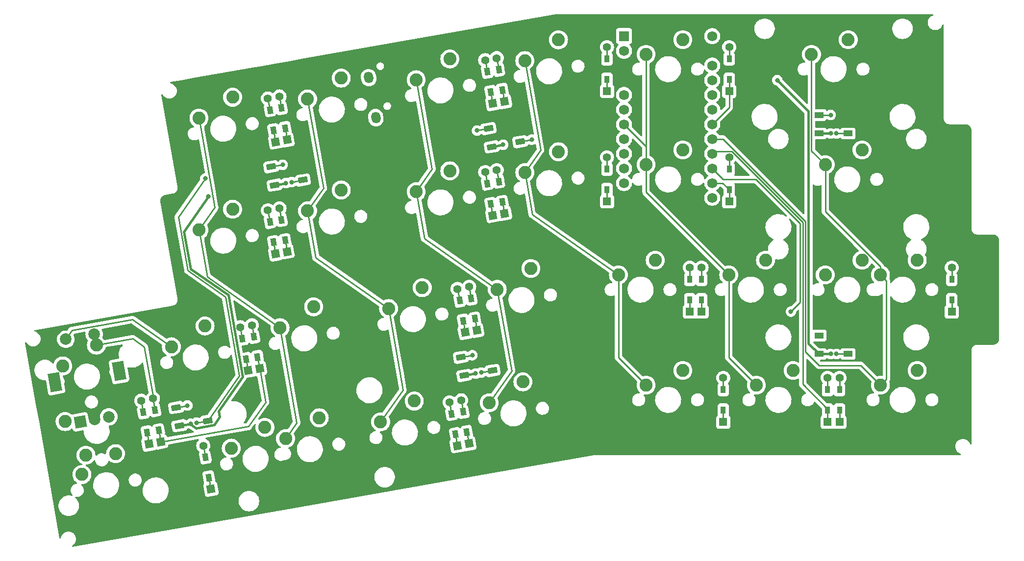
<source format=gbr>
%TF.GenerationSoftware,KiCad,Pcbnew,7.0.6*%
%TF.CreationDate,2024-02-11T12:35:39+01:00*%
%TF.ProjectId,chocobanan_right,63686f63-6f62-4616-9e61-6e5f72696768,rev?*%
%TF.SameCoordinates,Original*%
%TF.FileFunction,Copper,L2,Bot*%
%TF.FilePolarity,Positive*%
%FSLAX46Y46*%
G04 Gerber Fmt 4.6, Leading zero omitted, Abs format (unit mm)*
G04 Created by KiCad (PCBNEW 7.0.6) date 2024-02-11 12:35:39*
%MOMM*%
%LPD*%
G01*
G04 APERTURE LIST*
G04 Aperture macros list*
%AMHorizOval*
0 Thick line with rounded ends*
0 $1 width*
0 $2 $3 position (X,Y) of the first rounded end (center of the circle)*
0 $4 $5 position (X,Y) of the second rounded end (center of the circle)*
0 Add line between two ends*
20,1,$1,$2,$3,$4,$5,0*
0 Add two circle primitives to create the rounded ends*
1,1,$1,$2,$3*
1,1,$1,$4,$5*%
%AMRotRect*
0 Rectangle, with rotation*
0 The origin of the aperture is its center*
0 $1 length*
0 $2 width*
0 $3 Rotation angle, in degrees counterclockwise*
0 Add horizontal line*
21,1,$1,$2,0,0,$3*%
G04 Aperture macros list end*
%TA.AperFunction,ComponentPad*%
%ADD10R,1.397000X1.397000*%
%TD*%
%TA.AperFunction,SMDPad,CuDef*%
%ADD11R,0.950000X1.300000*%
%TD*%
%TA.AperFunction,ComponentPad*%
%ADD12C,1.397000*%
%TD*%
%TA.AperFunction,ComponentPad*%
%ADD13RotRect,1.397000X1.397000X100.000000*%
%TD*%
%TA.AperFunction,SMDPad,CuDef*%
%ADD14RotRect,1.300000X0.950000X100.000000*%
%TD*%
%TA.AperFunction,ComponentPad*%
%ADD15C,2.250000*%
%TD*%
%TA.AperFunction,ComponentPad*%
%ADD16R,1.752600X1.752600*%
%TD*%
%TA.AperFunction,ComponentPad*%
%ADD17C,1.752600*%
%TD*%
%TA.AperFunction,ComponentPad*%
%ADD18RotRect,3.200000X2.000000X100.000000*%
%TD*%
%TA.AperFunction,ComponentPad*%
%ADD19RotRect,2.000000X2.000000X100.000000*%
%TD*%
%TA.AperFunction,ComponentPad*%
%ADD20C,2.000000*%
%TD*%
%TA.AperFunction,SMDPad,CuDef*%
%ADD21R,1.600000X1.000000*%
%TD*%
%TA.AperFunction,SMDPad,CuDef*%
%ADD22RotRect,1.600000X1.000000X10.000000*%
%TD*%
%TA.AperFunction,ComponentPad*%
%ADD23HorizOval,1.600000X-0.034730X0.196962X0.034730X-0.196962X0*%
%TD*%
%TA.AperFunction,ViaPad*%
%ADD24C,0.800000*%
%TD*%
%TA.AperFunction,Conductor*%
%ADD25C,0.250000*%
%TD*%
%TA.AperFunction,Conductor*%
%ADD26C,0.400000*%
%TD*%
G04 APERTURE END LIST*
D10*
%TO.P,D12,1,K*%
%TO.N,ROW3_L*%
X-19050000Y-60960000D03*
D11*
X-19050000Y-58925000D03*
%TO.P,D12,2,A*%
%TO.N,Net-(D12-A)*%
X-19050000Y-55375000D03*
D12*
X-19050000Y-53340000D03*
%TD*%
D13*
%TO.P,D16,1,K*%
%TO.N,ROW3_L*%
X-62989685Y-64714680D03*
D14*
X-63343059Y-62710596D03*
%TO.P,D16,2,A*%
%TO.N,Net-(D16-A)*%
X-63959511Y-59214528D03*
D12*
X-64312885Y-57210444D03*
%TD*%
D15*
%TO.P,MX19,1,COL*%
%TO.N,COL4*%
X-76850564Y-41366891D03*
%TO.P,MX19,2,ROW*%
%TO.N,Net-(D19-A)*%
X-71038101Y-37762813D03*
%TD*%
%TO.P,MX1,1,COL*%
%TO.N,COL0*%
X-3810000Y2540000D03*
%TO.P,MX1,2,ROW*%
%TO.N,Net-(D1-A)*%
X2540000Y5080000D03*
%TD*%
D13*
%TO.P,D21,1,K*%
%TO.N,ROW0_L*%
X-96382113Y-12571035D03*
D14*
X-96735487Y-10566951D03*
%TO.P,D21,2,A*%
%TO.N,Net-(D21-A)*%
X-97351939Y-7070883D03*
D12*
X-97705313Y-5066799D03*
%TD*%
D15*
%TO.P,MX10,1,COL*%
%TO.N,COL2*%
X-53327477Y-17875259D03*
%TO.P,MX10,2,ROW*%
%TO.N,Net-(D10-A)*%
X-47515014Y-14271181D03*
%TD*%
%TO.P,MX16,1,COL*%
%TO.N,COL3*%
X-59472126Y-57646480D03*
%TO.P,MX16,2,ROW*%
%TO.N,Net-(D16-A)*%
X-53659663Y-54042402D03*
%TD*%
D13*
%TO.P,D27,1,K*%
%TO.N,ROW3_L*%
X-118251202Y-64786838D03*
D14*
X-118604576Y-62782754D03*
%TO.P,D27,2,A*%
%TO.N,Net-(D27-A)*%
X-119221028Y-59286686D03*
D12*
X-119574402Y-57282602D03*
%TD*%
D15*
%TO.P,MX24,1,COL*%
%TO.N,COL5*%
X-104028522Y-65502975D03*
%TO.P,MX24,2,ROW*%
%TO.N,Net-(D24-A)*%
X-98216059Y-61898897D03*
%TD*%
%TO.P,MX11,1,COL*%
%TO.N,COL2*%
X-37147500Y-35560000D03*
%TO.P,MX11,2,ROW*%
%TO.N,Net-(D11-A)*%
X-30797500Y-33020000D03*
%TD*%
%TO.P,MX7,1,COL*%
%TO.N,COL1*%
X-18097500Y-35560000D03*
%TO.P,MX7,2,ROW*%
%TO.N,Net-(D7-A)*%
X-11747500Y-33020000D03*
%TD*%
D13*
%TO.P,D17,1,K*%
%TO.N,ROW0_L*%
X-94366211Y-12215577D03*
D14*
X-94719585Y-10211493D03*
%TO.P,D17,2,A*%
%TO.N,Net-(D17-A)*%
X-95336037Y-6715425D03*
D12*
X-95689411Y-4711341D03*
%TD*%
D13*
%TO.P,D14,1,K*%
%TO.N,ROW1_L*%
X-58860937Y-25298917D03*
D14*
X-59214311Y-23294833D03*
%TO.P,D14,2,A*%
%TO.N,Net-(D14-A)*%
X-59830763Y-19798765D03*
D12*
X-60184137Y-17794681D03*
%TD*%
D15*
%TO.P,MX21,1,COL*%
%TO.N,COL5*%
X-109609240Y-8455375D03*
%TO.P,MX21,2,ROW*%
%TO.N,Net-(D21-A)*%
X-103796777Y-4851297D03*
%TD*%
D13*
%TO.P,D23,1,K*%
%TO.N,ROW2_L*%
X-99128711Y-51743089D03*
D14*
X-99482085Y-49739005D03*
%TO.P,D23,2,A*%
%TO.N,Net-(D23-A)*%
X-100098537Y-46242937D03*
D12*
X-100451911Y-44238853D03*
%TD*%
D15*
%TO.P,MX13,1,COL*%
%TO.N,COL3*%
X-72088064Y-1839380D03*
%TO.P,MX13,2,ROW*%
%TO.N,Net-(D13-A)*%
X-66275601Y1764698D03*
%TD*%
D10*
%TO.P,D3,1,K*%
%TO.N,ROW2_L*%
X20408250Y-41910000D03*
D11*
X20408250Y-39875000D03*
%TO.P,D3,2,A*%
%TO.N,Net-(D3-A)*%
X20408250Y-36325000D03*
D12*
X20408250Y-34290000D03*
%TD*%
D15*
%TO.P,MX15,1,COL*%
%TO.N,COL3*%
X-58089977Y-38058893D03*
%TO.P,MX15,2,ROW*%
%TO.N,Net-(D15-A)*%
X-52277514Y-34454815D03*
%TD*%
D10*
%TO.P,D4,1,K*%
%TO.N,ROW3_L*%
X1023500Y-60960000D03*
D11*
X1023500Y-58925000D03*
%TO.P,D4,2,A*%
%TO.N,Net-(D4-A)*%
X1023500Y-55375000D03*
D12*
X1023500Y-53340000D03*
%TD*%
D10*
%TO.P,D5,1,K*%
%TO.N,ROW0_L*%
X-39123500Y-3810000D03*
D11*
X-39123500Y-1775000D03*
%TO.P,D5,2,A*%
%TO.N,Net-(D5-A)*%
X-39123500Y1775000D03*
D12*
X-39123500Y3810000D03*
%TD*%
D15*
%TO.P,MX20,1,COL*%
%TO.N,COL4*%
X-78232714Y-60954478D03*
%TO.P,MX20,2,ROW*%
%TO.N,Net-(D20-A)*%
X-72420251Y-57350400D03*
%TD*%
%TO.P,MX24.1,1,COL*%
%TO.N,COL5*%
X-94648228Y-63848976D03*
%TO.P,MX24.1,2,ROW*%
%TO.N,Net-(D24-A)*%
X-88835765Y-60244898D03*
%TD*%
D13*
%TO.P,D10,1,K*%
%TO.N,ROW1_L*%
X-56845036Y-24943459D03*
D14*
X-57198410Y-22939375D03*
%TO.P,D10,2,A*%
%TO.N,Net-(D10-A)*%
X-57814862Y-19443307D03*
D12*
X-58168236Y-17439223D03*
%TD*%
D15*
%TO.P,MX25,1,COL*%
%TO.N,COL6*%
X-114371740Y-47982886D03*
%TO.P,MX25,2,ROW*%
%TO.N,Net-(D25-A)*%
X-108559277Y-44378808D03*
%TD*%
%TO.P,MX23,1,COL*%
%TO.N,COL5*%
X-95611152Y-44674889D03*
%TO.P,MX23,2,ROW*%
%TO.N,Net-(D23-A)*%
X-89798689Y-41070811D03*
%TD*%
D16*
%TO.P,U1,1,TX0/D3*%
%TO.N,DATA*%
X-36195000Y5715000D03*
D17*
%TO.P,U1,2,RX1/D2*%
%TO.N,RGB*%
X-36195000Y3175000D03*
%TO.P,U1,3,GND*%
%TO.N,GND*%
X-36195000Y635000D03*
%TO.P,U1,4,GND*%
X-36195000Y-1905000D03*
%TO.P,U1,5,2/D1/SDA*%
%TO.N,ENC_A*%
X-36195000Y-4445000D03*
%TO.P,U1,6,3/D0/SCL*%
%TO.N,ENC_B*%
X-36195000Y-6985000D03*
%TO.P,U1,7,4/D4*%
%TO.N,COL1*%
X-36195000Y-9525000D03*
%TO.P,U1,8,5/C6*%
%TO.N,COL2*%
X-36195000Y-12065000D03*
%TO.P,U1,9,6/D7*%
%TO.N,COL3*%
X-36195000Y-14605000D03*
%TO.P,U1,10,7/E6*%
%TO.N,COL4*%
X-36195000Y-17145000D03*
%TO.P,U1,11,8/B4*%
%TO.N,COL5*%
X-36195000Y-19685000D03*
%TO.P,U1,12,9/B5*%
%TO.N,GND*%
X-36195000Y-22225000D03*
%TO.P,U1,13,B6/10*%
%TO.N,COL6*%
X-20955000Y-22225000D03*
%TO.P,U1,14,B2/16*%
%TO.N,ROW1_L*%
X-20955000Y-19685000D03*
%TO.P,U1,15,B3/14*%
%TO.N,ROW2_L*%
X-20955000Y-17145000D03*
%TO.P,U1,16,B1/15*%
%TO.N,ROW3_L*%
X-20955000Y-14605000D03*
%TO.P,U1,17,F7/A0*%
%TO.N,COL0*%
X-20955000Y-12065000D03*
%TO.P,U1,18,F6/A1*%
%TO.N,ROW0_L*%
X-20955000Y-9525000D03*
%TO.P,U1,19,F5/A2*%
%TO.N,SCL*%
X-20955000Y-6985000D03*
%TO.P,U1,20,F4/A3*%
%TO.N,SDA*%
X-20955000Y-4445000D03*
%TO.P,U1,21,VCC*%
%TO.N,VCC*%
X-20955000Y-1905000D03*
%TO.P,U1,22,RST*%
%TO.N,unconnected-(U1-RST-Pad22)*%
X-20955000Y635000D03*
%TO.P,U1,23,GND*%
%TO.N,GND*%
X-20955000Y3175000D03*
%TO.P,U1,24,RAW*%
%TO.N,unconnected-(U1-RAW-Pad24)*%
X-20955000Y5715000D03*
%TD*%
D15*
%TO.P,MX8,1,COL*%
%TO.N,COL1*%
X-13335000Y-54610000D03*
%TO.P,MX8,2,ROW*%
%TO.N,Net-(D8-A)*%
X-6985000Y-52070000D03*
%TD*%
D10*
%TO.P,D7,1,K*%
%TO.N,ROW2_L*%
X-22789000Y-41910000D03*
D11*
X-22789000Y-39875000D03*
%TO.P,D7,2,A*%
%TO.N,Net-(D7-A)*%
X-22789000Y-36325000D03*
D12*
X-22789000Y-34290000D03*
%TD*%
D15*
%TO.P,MX2,1,COL*%
%TO.N,COL0*%
X-1428750Y-16510000D03*
%TO.P,MX2,2,ROW*%
%TO.N,Net-(D2-A)*%
X4921250Y-13970000D03*
%TD*%
D13*
%TO.P,D15,1,K*%
%TO.N,ROW2_L*%
X-61607536Y-45127093D03*
D14*
X-61960910Y-43123009D03*
%TO.P,D15,2,A*%
%TO.N,Net-(D15-A)*%
X-62577362Y-39626941D03*
D12*
X-62930736Y-37622857D03*
%TD*%
D13*
%TO.P,D24,1,K*%
%TO.N,ROW3_L*%
X-107546573Y-72571262D03*
D14*
X-107899947Y-70567178D03*
%TO.P,D24,2,A*%
%TO.N,Net-(D24-A)*%
X-108516399Y-67071110D03*
D12*
X-108869773Y-65067026D03*
%TD*%
%TO.P,D26,2,A*%
%TO.N,ENC_S_A*%
X-117543374Y-56915916D03*
D14*
X-117190000Y-58920000D03*
%TO.P,D26,1,K*%
%TO.N,ROW2_L*%
X-116573548Y-62416068D03*
D13*
X-116220174Y-64420152D03*
%TD*%
D15*
%TO.P,MX3.1,1,COL*%
%TO.N,COL0*%
X-1428750Y-35560000D03*
%TO.P,MX3.1,2,ROW*%
%TO.N,Net-(D3-A)*%
X4921250Y-33020000D03*
%TD*%
%TO.P,MX3,1,COL*%
%TO.N,COL0*%
X8096250Y-35560000D03*
%TO.P,MX3,2,ROW*%
%TO.N,Net-(D3-A)*%
X14446250Y-33020000D03*
%TD*%
D10*
%TO.P,D6,1,K*%
%TO.N,ROW1_L*%
X-39123500Y-22860000D03*
D11*
X-39123500Y-20825000D03*
%TO.P,D6,2,A*%
%TO.N,Net-(D6-A)*%
X-39123500Y-17275000D03*
D12*
X-39123500Y-15240000D03*
%TD*%
D15*
%TO.P,MX20.1,1,COL*%
%TO.N,COL6*%
X-129124957Y-66704174D03*
%TO.P,MX20.1,2,ROW*%
%TO.N,Net-(D27-A)*%
X-132729035Y-60891711D03*
%TD*%
D13*
%TO.P,D22,1,K*%
%TO.N,ROW1_L*%
X-96382113Y-31914912D03*
D14*
X-96735487Y-29910828D03*
%TO.P,D22,2,A*%
%TO.N,Net-(D22-A)*%
X-97351939Y-26414760D03*
D12*
X-97705313Y-24410676D03*
%TD*%
D15*
%TO.P,MX5,1,COL*%
%TO.N,COL1*%
X-32385000Y2540000D03*
%TO.P,MX5,2,ROW*%
%TO.N,Net-(D5-A)*%
X-26035000Y5080000D03*
%TD*%
%TO.P,MX17,1,COL*%
%TO.N,COL4*%
X-90848652Y-5147377D03*
%TO.P,MX17,2,ROW*%
%TO.N,Net-(D17-A)*%
X-85036189Y-1543299D03*
%TD*%
%TO.P,MX9,1,COL*%
%TO.N,COL2*%
X-53327477Y1468618D03*
%TO.P,MX9,2,ROW*%
%TO.N,Net-(D9-A)*%
X-47515014Y5072696D03*
%TD*%
%TO.P,MX14,1,COL*%
%TO.N,COL3*%
X-72088064Y-21183257D03*
%TO.P,MX14,2,ROW*%
%TO.N,Net-(D14-A)*%
X-66275601Y-17579179D03*
%TD*%
D10*
%TO.P,D11,1,K*%
%TO.N,ROW2_L*%
X-24836000Y-41910000D03*
D11*
X-24836000Y-39875000D03*
%TO.P,D11,2,A*%
%TO.N,Net-(D11-A)*%
X-24836000Y-36325000D03*
D12*
X-24836000Y-34290000D03*
%TD*%
D15*
%TO.P,MX22,1,COL*%
%TO.N,COL5*%
X-109609240Y-27799252D03*
%TO.P,MX22,2,ROW*%
%TO.N,Net-(D22-A)*%
X-103796777Y-24195174D03*
%TD*%
D13*
%TO.P,D18,1,K*%
%TO.N,ROW1_L*%
X-94366211Y-31559454D03*
D14*
X-94719585Y-29555370D03*
%TO.P,D18,2,A*%
%TO.N,Net-(D18-A)*%
X-95336037Y-26059302D03*
D12*
X-95689411Y-24055218D03*
%TD*%
D13*
%TO.P,D25,1,K*%
%TO.N,ROW1_L*%
X-101144613Y-52098546D03*
D14*
X-101497987Y-50094462D03*
%TO.P,D25,2,A*%
%TO.N,Net-(D25-A)*%
X-102114439Y-46598394D03*
D12*
X-102467813Y-44594310D03*
%TD*%
D18*
%TO.P,SW1,*%
%TO.N,*%
X-134454067Y-54103126D03*
X-123424221Y-52158266D03*
D19*
%TO.P,SW1,A,A*%
%TO.N,ENC_A*%
X-130098802Y-60950875D03*
D20*
%TO.P,SW1,B,B*%
%TO.N,ENC_B*%
X-125174763Y-60082634D03*
%TO.P,SW1,C,C*%
%TO.N,GND*%
X-127636783Y-60516754D03*
%TO.P,SW1,S1,S1*%
%TO.N,ENC_S_A*%
X-127692662Y-45802921D03*
%TO.P,SW1,S2,S2*%
%TO.N,COL6*%
X-132616701Y-46671162D03*
%TD*%
D15*
%TO.P,MX26,1,COL*%
%TO.N,COL6*%
X-133132328Y-51290884D03*
%TO.P,MX26,2,ROW*%
%TO.N,ENC_S_A*%
X-127319865Y-47686806D03*
%TD*%
D13*
%TO.P,D9,1,K*%
%TO.N,ROW0_L*%
X-56845036Y-5599582D03*
D14*
X-57198410Y-3595498D03*
%TO.P,D9,2,A*%
%TO.N,Net-(D9-A)*%
X-57814862Y-99430D03*
D12*
X-58168236Y1904654D03*
%TD*%
D10*
%TO.P,D8,1,K*%
%TO.N,ROW3_L*%
X-1023500Y-60960000D03*
D11*
X-1023500Y-58925000D03*
%TO.P,D8,2,A*%
%TO.N,Net-(D8-A)*%
X-1023500Y-55375000D03*
D12*
X-1023500Y-53340000D03*
%TD*%
D15*
%TO.P,MX6,1,COL*%
%TO.N,COL1*%
X-32385000Y-16510000D03*
%TO.P,MX6,2,ROW*%
%TO.N,Net-(D6-A)*%
X-26035000Y-13970000D03*
%TD*%
D10*
%TO.P,D2,1,K*%
%TO.N,ROW1_L*%
X-18026500Y-22860000D03*
D11*
X-18026500Y-20825000D03*
%TO.P,D2,2,A*%
%TO.N,Net-(D2-A)*%
X-18026500Y-17275000D03*
D12*
X-18026500Y-15240000D03*
%TD*%
D15*
%TO.P,MX27,1,COL*%
%TO.N,COL6*%
X-129824330Y-70051472D03*
%TO.P,MX27,2,ROW*%
%TO.N,Net-(D27-A)*%
X-124011867Y-66447394D03*
%TD*%
D13*
%TO.P,D20,1,K*%
%TO.N,ROW3_L*%
X-65005586Y-65070138D03*
D14*
X-65358960Y-63066054D03*
%TO.P,D20,2,A*%
%TO.N,Net-(D20-A)*%
X-65975412Y-59569986D03*
D12*
X-66328786Y-57565902D03*
%TD*%
D13*
%TO.P,D13,1,K*%
%TO.N,ROW0_L*%
X-58860937Y-5955040D03*
D14*
X-59214311Y-3950956D03*
%TO.P,D13,2,A*%
%TO.N,Net-(D13-A)*%
X-59830763Y-454888D03*
D12*
X-60184137Y1549196D03*
%TD*%
D15*
%TO.P,MX18,1,COL*%
%TO.N,COL4*%
X-90848652Y-24491254D03*
%TO.P,MX18,2,ROW*%
%TO.N,Net-(D18-A)*%
X-85036189Y-20887176D03*
%TD*%
D10*
%TO.P,D1,1,K*%
%TO.N,ROW0_L*%
X-18026500Y-3810000D03*
D11*
X-18026500Y-1775000D03*
%TO.P,D1,2,A*%
%TO.N,Net-(D1-A)*%
X-18026500Y1775000D03*
D12*
X-18026500Y3810000D03*
%TD*%
D15*
%TO.P,MX12,1,COL*%
%TO.N,COL2*%
X-32385000Y-54610000D03*
%TO.P,MX12,2,ROW*%
%TO.N,Net-(D12-A)*%
X-26035000Y-52070000D03*
%TD*%
%TO.P,MX4,1,COL*%
%TO.N,COL0*%
X8096250Y-54610000D03*
%TO.P,MX4,2,ROW*%
%TO.N,Net-(D4-A)*%
X14446250Y-52070000D03*
%TD*%
D13*
%TO.P,D19,1,K*%
%TO.N,ROW2_L*%
X-63623437Y-45482551D03*
D14*
X-63976811Y-43478467D03*
%TO.P,D19,2,A*%
%TO.N,Net-(D19-A)*%
X-64593263Y-39982399D03*
D12*
X-64946637Y-37978315D03*
%TD*%
D21*
%TO.P,RGB6,1,VDD*%
%TO.N,VCC*%
X-2500000Y-49225000D03*
%TO.P,RGB6,2,DOUT*%
%TO.N,unconnected-(RGB6-DOUT-Pad2)*%
X-2500000Y-46025000D03*
%TO.P,RGB6,3,VSS*%
%TO.N,GND*%
X2500000Y-46025000D03*
%TO.P,RGB6,4,DIN*%
%TO.N,Net-(RGB5-DOUT)*%
X2500000Y-49225000D03*
%TD*%
D22*
%TO.P,RGB5,1,VDD*%
%TO.N,VCC*%
X-63807270Y-52942811D03*
%TO.P,RGB5,2,DOUT*%
%TO.N,Net-(RGB5-DOUT)*%
X-64362944Y-49791426D03*
%TO.P,RGB5,3,VSS*%
%TO.N,GND*%
X-59438906Y-48923185D03*
%TO.P,RGB5,4,DIN*%
%TO.N,Net-(RGB4-DOUT)*%
X-58883232Y-52074570D03*
%TD*%
D23*
%TO.P,U2,1,SLEEVE*%
%TO.N,GND*%
X-74354595Y-8651449D03*
%TO.P,U2,2,TIP*%
%TO.N,VCC*%
X-79075724Y-8366942D03*
%TO.P,U2,3,RING1*%
%TO.N,GND*%
X-79770316Y-4427711D03*
%TO.P,U2,4,RING2*%
%TO.N,DATA*%
X-80291261Y-1473287D03*
%TD*%
D22*
%TO.P,RGB3,1,VDD*%
%TO.N,VCC*%
X-96565945Y-20031295D03*
%TO.P,RGB3,2,DOUT*%
%TO.N,Net-(RGB3-DOUT)*%
X-97121619Y-16879910D03*
%TO.P,RGB3,3,VSS*%
%TO.N,GND*%
X-92197581Y-16011669D03*
%TO.P,RGB3,4,DIN*%
%TO.N,Net-(RGB2-DOUT)*%
X-91641907Y-19163054D03*
%TD*%
D21*
%TO.P,RGB1,1,VDD*%
%TO.N,VCC*%
X-2500000Y-11125000D03*
%TO.P,RGB1,2,DOUT*%
%TO.N,Net-(RGB1-DOUT)*%
X-2500000Y-7925000D03*
%TO.P,RGB1,3,VSS*%
%TO.N,GND*%
X2500000Y-7925000D03*
%TO.P,RGB1,4,DIN*%
%TO.N,RGB*%
X2500000Y-11125000D03*
%TD*%
D22*
%TO.P,RGB4,1,VDD*%
%TO.N,VCC*%
X-113003343Y-61617406D03*
%TO.P,RGB4,2,DOUT*%
%TO.N,Net-(RGB4-DOUT)*%
X-113559017Y-58466021D03*
%TO.P,RGB4,3,VSS*%
%TO.N,GND*%
X-108634979Y-57597780D03*
%TO.P,RGB4,4,DIN*%
%TO.N,Net-(RGB3-DOUT)*%
X-108079305Y-60749165D03*
%TD*%
%TO.P,RGB2,1,VDD*%
%TO.N,VCC*%
X-59044770Y-13415300D03*
%TO.P,RGB2,2,DOUT*%
%TO.N,Net-(RGB2-DOUT)*%
X-59600444Y-10263915D03*
%TO.P,RGB2,3,VSS*%
%TO.N,GND*%
X-54676406Y-9395674D03*
%TO.P,RGB2,4,DIN*%
%TO.N,Net-(RGB1-DOUT)*%
X-54120732Y-12547059D03*
%TD*%
D24*
%TO.N,ROW2_L*%
X-7370000Y-41910000D03*
%TO.N,RGB*%
X500000Y-11125000D03*
%TO.N,Net-(RGB1-DOUT)*%
X-52151116Y-12199762D03*
X-500000Y-7925000D03*
%TO.N,GND*%
X-97689761Y-18604771D03*
X-28575000Y-4445000D03*
X-97000000Y-22470000D03*
X-61130684Y-50846174D03*
X-2750000Y-27305000D03*
X-42330000Y-16810000D03*
X-110326757Y-59520769D03*
X-100840000Y-56440000D03*
X-33960000Y-14770000D03*
X-63799862Y-47729066D03*
X-56860588Y-11405487D03*
X-75621175Y-14713484D03*
X-107290000Y-33430000D03*
X-11906250Y-3810000D03*
X-44390000Y-9210000D03*
X-16200000Y-17380000D03*
%TO.N,VCC*%
X-500000Y-11125000D03*
X-9720000Y-1905000D03*
X-111033728Y-61270109D03*
X-107949831Y-22038581D03*
X-500000Y-49225000D03*
X-61837654Y-52595514D03*
X-57075154Y-13068003D03*
X-94596330Y-19683999D03*
%TO.N,Net-(RGB2-DOUT)*%
X-93611522Y-19510351D03*
X-61570060Y-10611211D03*
%TO.N,Net-(RGB3-DOUT)*%
X-95152004Y-16532614D03*
X-108505997Y-18887283D03*
X-110048920Y-61096461D03*
%TO.N,Net-(RGB4-DOUT)*%
X-111589402Y-58118724D03*
X-60852847Y-52421866D03*
%TO.N,Net-(RGB5-DOUT)*%
X500000Y-49225000D03*
X-62393329Y-49444129D03*
%TD*%
D25*
%TO.N,ROW1_L*%
X-96735487Y-29910828D02*
X-96382113Y-31914912D01*
%TO.N,Net-(D22-A)*%
X-97351939Y-26414760D02*
X-97705313Y-24410676D01*
%TO.N,Net-(D18-A)*%
X-95336037Y-26059302D02*
X-95689411Y-24055218D01*
%TO.N,ROW1_L*%
X-94719585Y-29555370D02*
X-94366211Y-31559454D01*
%TO.N,ROW3_L*%
X-118604576Y-62782754D02*
X-118251202Y-64786838D01*
%TO.N,ROW2_L*%
X-116573548Y-62416068D02*
X-116220174Y-64420152D01*
%TO.N,Net-(D27-A)*%
X-119221028Y-59286686D02*
X-119574402Y-57282602D01*
%TO.N,ENC_S_A*%
X-117205126Y-58931228D02*
X-117558500Y-56927144D01*
%TO.N,ROW2_L*%
X-99482085Y-49739005D02*
X-99128711Y-51743089D01*
%TO.N,ROW1_L*%
X-101497987Y-50094462D02*
X-101144613Y-52098546D01*
%TO.N,Net-(D25-A)*%
X-102467813Y-44594310D02*
X-102114439Y-46598394D01*
%TO.N,Net-(D23-A)*%
X-100451911Y-44238853D02*
X-100098537Y-46242937D01*
%TO.N,ROW0_L*%
X-96735487Y-10566951D02*
X-96382113Y-12571035D01*
X-94719585Y-10211493D02*
X-94366211Y-12215577D01*
%TO.N,Net-(D21-A)*%
X-97351939Y-7070883D02*
X-97705313Y-5066799D01*
%TO.N,Net-(D17-A)*%
X-95336037Y-6715425D02*
X-95689411Y-4711341D01*
%TO.N,ROW3_L*%
X-107546573Y-72571262D02*
X-107899947Y-70567178D01*
%TO.N,Net-(D24-A)*%
X-108869773Y-65067026D02*
X-108516399Y-67071110D01*
%TO.N,ROW3_L*%
X-65005586Y-65070138D02*
X-65358960Y-63066054D01*
X-62989685Y-64714680D02*
X-63343059Y-62710596D01*
%TO.N,Net-(D20-A)*%
X-65975412Y-59569986D02*
X-66328786Y-57565902D01*
%TO.N,Net-(D16-A)*%
X-63959511Y-59214528D02*
X-64312885Y-57210444D01*
%TO.N,ROW2_L*%
X-63623437Y-45482551D02*
X-63976811Y-43478467D01*
X-61607536Y-45127093D02*
X-61960910Y-43123009D01*
%TO.N,Net-(D19-A)*%
X-64593263Y-39982399D02*
X-64946637Y-37978315D01*
%TO.N,Net-(D15-A)*%
X-62577362Y-39626941D02*
X-62930736Y-37622857D01*
%TO.N,ROW1_L*%
X-59214311Y-23294833D02*
X-58860937Y-25298917D01*
X-57198410Y-22939375D02*
X-56845036Y-24943459D01*
%TO.N,Net-(D14-A)*%
X-59830763Y-19798765D02*
X-60184137Y-17794681D01*
%TO.N,Net-(D10-A)*%
X-57814862Y-19443307D02*
X-58168236Y-17439223D01*
%TO.N,ROW0_L*%
X-57198410Y-3595498D02*
X-56845036Y-5599582D01*
X-59214311Y-3950956D02*
X-58860937Y-5955040D01*
%TO.N,Net-(D13-A)*%
X-59830763Y-454888D02*
X-60184137Y1549196D01*
%TO.N,Net-(D9-A)*%
X-57814862Y-99430D02*
X-58168236Y1904654D01*
%TO.N,COL6*%
X-114371740Y-47982886D02*
X-121073408Y-43290328D01*
X-131541914Y-45136208D02*
X-121073408Y-43290328D01*
X-132616701Y-46671162D02*
X-131541914Y-45136208D01*
%TO.N,ENC_S_A*%
X-119060534Y-47974478D02*
X-117497339Y-56839798D01*
X-121050204Y-46581296D02*
X-119060534Y-47974478D01*
X-127319865Y-47686806D02*
X-121050204Y-46581296D01*
X-117558500Y-56927144D02*
X-117497339Y-56839798D01*
%TO.N,Net-(D1-A)*%
X-18026500Y1775000D02*
X-18026500Y3810000D01*
%TO.N,Net-(D2-A)*%
X-18026500Y-17275000D02*
X-18026500Y-15240000D01*
%TO.N,Net-(D3-A)*%
X20408250Y-36325000D02*
X20408250Y-34290000D01*
%TO.N,ROW2_L*%
X-13405448Y-19050000D02*
X-5760000Y-26695448D01*
X-99128711Y-51743089D02*
X-98107265Y-57536003D01*
X-101062092Y-61755934D02*
X-98107265Y-57536003D01*
X-5760000Y-40300000D02*
X-7370000Y-41910000D01*
X20408250Y-39875000D02*
X20408250Y-41910000D01*
X-24836000Y-39875000D02*
X-24836000Y-41910000D01*
X-116235300Y-64431380D02*
X-101062092Y-61755934D01*
X-13405448Y-19050000D02*
X-19050000Y-19050000D01*
X-5760000Y-26695448D02*
X-5760000Y-40300000D01*
X-19050000Y-19050000D02*
X-20955000Y-17145000D01*
X-22789000Y-39875000D02*
X-22789000Y-41910000D01*
%TO.N,Net-(D4-A)*%
X1023500Y-55375000D02*
X1023500Y-53340000D01*
%TO.N,Net-(D5-A)*%
X-39123500Y1775000D02*
X-39123500Y3810000D01*
%TO.N,Net-(D6-A)*%
X-39123500Y-17275000D02*
X-39123500Y-15240000D01*
%TO.N,Net-(D7-A)*%
X-22789000Y-36325000D02*
X-22789000Y-34290000D01*
%TO.N,Net-(D8-A)*%
X-1023500Y-55375000D02*
X-1023500Y-53340000D01*
%TO.N,Net-(D11-A)*%
X-24836000Y-36325000D02*
X-24836000Y-34290000D01*
%TO.N,Net-(D12-A)*%
X-19050000Y-55375000D02*
X-19050000Y-53340000D01*
%TO.N,RGB*%
X2500000Y-11125000D02*
X500000Y-11125000D01*
%TO.N,Net-(RGB1-DOUT)*%
X-54120732Y-12547059D02*
X-52151116Y-12199762D01*
X-2500000Y-7925000D02*
X-500000Y-7925000D01*
D26*
%TO.N,VCC*%
X-106012473Y-60097446D02*
X-106196432Y-59054160D01*
X-104561044Y-39049013D02*
X-111063459Y-34495973D01*
X-2960000Y-11110000D02*
X-2485000Y-11125000D01*
X-2500000Y-11125000D02*
X-500000Y-11125000D01*
X-59044770Y-13415300D02*
X-57075154Y-13068003D01*
X-96565945Y-20031295D02*
X-94596330Y-19683999D01*
X-111033728Y-61270109D02*
X-113003343Y-61617406D01*
X-4335000Y-7290000D02*
X-9720000Y-1905000D01*
X-106972006Y-61467802D02*
X-106012473Y-60097446D01*
X-2500000Y-49225000D02*
X-500000Y-49225000D01*
X-111033728Y-61270109D02*
X-111010915Y-61399484D01*
X-2500000Y-11125000D02*
X-2515000Y-11125000D01*
X-106196432Y-59054160D02*
X-102072172Y-53164107D01*
X-63807270Y-52942811D02*
X-61837654Y-52595514D01*
X-4335000Y-47390000D02*
X-4335000Y-7290000D01*
X-112191813Y-28096760D02*
X-107949831Y-22038581D01*
X-2500000Y-49225000D02*
X-4335000Y-47390000D01*
X-111010915Y-61399484D02*
X-110120492Y-62022965D01*
X-111063459Y-34495973D02*
X-112191813Y-28096760D01*
X-102072172Y-53164107D02*
X-104561044Y-39049013D01*
X-2515000Y-11125000D02*
X-2960000Y-11110000D01*
X-110120492Y-62022965D02*
X-106972006Y-61467802D01*
D25*
%TO.N,Net-(RGB2-DOUT)*%
X-59600444Y-10263915D02*
X-61570060Y-10611211D01*
X-91641907Y-19163054D02*
X-93611522Y-19510351D01*
%TO.N,COL2*%
X-37147500Y-49847500D02*
X-32385000Y-54610000D01*
X-53327477Y1481945D02*
X-50602768Y-13983972D01*
X-53327477Y-17875259D02*
X-50602768Y-13983972D01*
X-37147500Y-35560000D02*
X-52046622Y-25139348D01*
X-53327477Y-17875259D02*
X-52046622Y-25139348D01*
X-37147500Y-35560000D02*
X-37147500Y-49847500D01*
%TO.N,COL3*%
X-72088064Y-21183257D02*
X-69363356Y-17291969D01*
X-58089977Y-38058893D02*
X-55608978Y-52129334D01*
X-58089977Y-38058893D02*
X-70665018Y-29253754D01*
X-72088064Y-1839380D02*
X-69363356Y-17291969D01*
X-59472126Y-57646480D02*
X-55608978Y-52129334D01*
X-72088064Y-21183257D02*
X-70665018Y-29253754D01*
%TO.N,COL4*%
X-76850564Y-41366891D02*
X-74369566Y-55437331D01*
X-78232714Y-60954478D02*
X-74369566Y-55437331D01*
X-90848652Y-24491254D02*
X-89425606Y-32561752D01*
X-90848652Y-5147377D02*
X-88123944Y-20599967D01*
X-90848652Y-24491254D02*
X-88123944Y-20599967D01*
X-76850564Y-41366891D02*
X-89425606Y-32561752D01*
%TO.N,COL5*%
X-95611152Y-44674889D02*
X-92716654Y-61090403D01*
X-109609240Y-27799252D02*
X-108186193Y-35869750D01*
X-109609240Y-8455375D02*
X-106884531Y-23907965D01*
X-95611152Y-44674889D02*
X-108186193Y-35869750D01*
X-94648228Y-63848976D02*
X-92716654Y-61090403D01*
X-109609240Y-27799252D02*
X-106884531Y-23907965D01*
%TO.N,COL1*%
X-32385000Y-21272500D02*
X-18097500Y-35560000D01*
X-32385000Y-16510000D02*
X-32385000Y-21272500D01*
X-36195000Y-9525000D02*
X-32385000Y-13335000D01*
X-18097500Y-35560000D02*
X-18097500Y-49847500D01*
X-32385000Y-13335000D02*
X-32385000Y-13960000D01*
X-32385000Y-13960000D02*
X-32385000Y-16510000D01*
X-18097500Y-49847500D02*
X-13335000Y-54610000D01*
X-32385000Y2540000D02*
X-32385000Y-13960000D01*
%TO.N,COL0*%
X-20955000Y-12065000D02*
X-19117656Y-12065000D01*
X-4860000Y-26322656D02*
X-4860000Y-48815000D01*
X9124300Y-36588050D02*
X8096250Y-35560000D01*
X-3810000Y-3500000D02*
X-3810000Y-14128750D01*
X-19117656Y-12065000D02*
X-4860000Y-26322656D01*
X9124300Y-42750000D02*
X9124300Y-36588050D01*
X4669500Y-51183250D02*
X8096250Y-54610000D01*
X-4860000Y-48815000D02*
X-2491750Y-51183250D01*
X-3810000Y2540000D02*
X-3810000Y-3500000D01*
X9124300Y-53581950D02*
X9124300Y-42750000D01*
X-2491750Y-51183250D02*
X10000Y-51183250D01*
X-3810000Y-14128750D02*
X-1428750Y-16510000D01*
X-1428750Y-24619390D02*
X8096250Y-34144390D01*
X8096250Y-54610000D02*
X9124300Y-53581950D01*
X-1428750Y-16510000D02*
X-1428750Y-24619390D01*
X8096250Y-34144390D02*
X8096250Y-35560000D01*
X10000Y-51183250D02*
X4669500Y-51183250D01*
%TO.N,ROW0_L*%
X-18026500Y-1775000D02*
X-18026500Y-3810000D01*
X-18026500Y-6596500D02*
X-20955000Y-9525000D01*
X-39123500Y-1775000D02*
X-39123500Y-3810000D01*
X-18026500Y-3810000D02*
X-18026500Y-6596500D01*
%TO.N,ROW1_L*%
X-20955000Y-19685000D02*
X-19166500Y-19685000D01*
X-39123500Y-20825000D02*
X-39123500Y-22860000D01*
X-18026500Y-20825000D02*
X-18026500Y-22860000D01*
X-19166500Y-19685000D02*
X-18026500Y-20825000D01*
%TO.N,ROW3_L*%
X-1023500Y-58925000D02*
X-1023500Y-60960000D01*
X-5310000Y-26509052D02*
X-5310000Y-54463500D01*
X-20566500Y-14216500D02*
X-17602552Y-14216500D01*
X1023500Y-60960000D02*
X1023500Y-58925000D01*
X-19050000Y-58925000D02*
X-19050000Y-60960000D01*
X-20955000Y-14605000D02*
X-20566500Y-14216500D01*
X-1023500Y-58750000D02*
X-1023500Y-60960000D01*
X-17602552Y-14216500D02*
X-5310000Y-26509052D01*
X-5310000Y-54463500D02*
X-1023500Y-58750000D01*
%TO.N,Net-(RGB3-DOUT)*%
X-97121619Y-16879910D02*
X-95152004Y-16532614D01*
X-108079305Y-60749165D02*
X-102638044Y-52978240D01*
X-102638044Y-52978240D02*
X-105040306Y-39354337D01*
X-105040306Y-39354337D02*
X-111542721Y-34801297D01*
X-108079305Y-60749165D02*
X-110048920Y-61096461D01*
X-113173433Y-25553072D02*
X-108505997Y-18887283D01*
X-111542721Y-34801297D02*
X-113173433Y-25553072D01*
%TO.N,Net-(RGB4-DOUT)*%
X-111589402Y-58118724D02*
X-113559017Y-58466021D01*
X-58883232Y-52074570D02*
X-60852847Y-52421866D01*
%TO.N,Net-(RGB5-DOUT)*%
X2500000Y-49225000D02*
X500000Y-49225000D01*
X-64362944Y-49791426D02*
X-62393329Y-49444129D01*
%TD*%
%TA.AperFunction,Conductor*%
%TO.N,GND*%
G36*
X-99879716Y-53030265D02*
G01*
X-99863140Y-53037208D01*
X-99859474Y-53039062D01*
X-99715678Y-53065596D01*
X-99715675Y-53065595D01*
X-99715674Y-53065596D01*
X-99676678Y-53062961D01*
X-99654905Y-53061491D01*
X-99654903Y-53061490D01*
X-99653797Y-53061416D01*
X-99584483Y-53076780D01*
X-99534479Y-53127180D01*
X-99521218Y-53165247D01*
X-98785768Y-57336195D01*
X-98793637Y-57406751D01*
X-98806640Y-57430341D01*
X-101305672Y-60999330D01*
X-101400579Y-61134871D01*
X-101456036Y-61179199D01*
X-101481912Y-61186686D01*
X-101740494Y-61232281D01*
X-101811053Y-61224412D01*
X-101866157Y-61179645D01*
X-101888311Y-61112193D01*
X-101870480Y-61043472D01*
X-101858594Y-61026846D01*
X-101856396Y-61024247D01*
X-101802934Y-60961011D01*
X-101802928Y-60961003D01*
X-101641247Y-60707734D01*
X-101514762Y-60435168D01*
X-101514759Y-60435161D01*
X-101425731Y-60148162D01*
X-101375751Y-59851861D01*
X-101375751Y-59851857D01*
X-101371703Y-59730785D01*
X-101365710Y-59551535D01*
X-101365710Y-59551533D01*
X-101365710Y-59551527D01*
X-101365710Y-59551526D01*
X-101395786Y-59252563D01*
X-101403358Y-59220791D01*
X-101443403Y-59052750D01*
X-101465447Y-58960249D01*
X-101573445Y-58679841D01*
X-101717855Y-58416324D01*
X-101896100Y-58174408D01*
X-102105000Y-57958407D01*
X-102105004Y-57958404D01*
X-102340817Y-57772185D01*
X-102340827Y-57772178D01*
X-102599358Y-57619050D01*
X-102599362Y-57619048D01*
X-102599364Y-57619047D01*
X-102876010Y-57501739D01*
X-102876017Y-57501737D01*
X-103165819Y-57422352D01*
X-103165819Y-57422351D01*
X-103165823Y-57422351D01*
X-103463632Y-57382299D01*
X-103688910Y-57382299D01*
X-103913696Y-57397347D01*
X-103913700Y-57397347D01*
X-103917899Y-57397629D01*
X-103917969Y-57396583D01*
X-103983491Y-57386552D01*
X-104036721Y-57339572D01*
X-104056102Y-57271272D01*
X-104035480Y-57203337D01*
X-104033320Y-57200149D01*
X-101505166Y-53589571D01*
X-101502889Y-53586520D01*
X-101463890Y-53537425D01*
X-101439437Y-53484052D01*
X-101437769Y-53480413D01*
X-101436083Y-53477008D01*
X-101405224Y-53419158D01*
X-101355515Y-53368468D01*
X-101315932Y-53354374D01*
X-100199232Y-53157470D01*
X-100140720Y-53140541D01*
X-100014672Y-53066427D01*
X-100013891Y-53065595D01*
X-100011859Y-53063430D01*
X-100008315Y-53061346D01*
X-100007629Y-53060798D01*
X-100007550Y-53060896D01*
X-99950656Y-53027447D01*
X-99879716Y-53030265D01*
G37*
%TD.AperFunction*%
%TA.AperFunction,Conductor*%
G36*
X-3417988Y-19919536D02*
G01*
X-3413555Y-19923563D01*
X-3397653Y-19938727D01*
X-3216830Y-20054935D01*
X-3017282Y-20134822D01*
X-2806222Y-20175500D01*
X-2806218Y-20175500D01*
X-2645134Y-20175500D01*
X-2645132Y-20175500D01*
X-2645130Y-20175499D01*
X-2645112Y-20175499D01*
X-2484789Y-20160189D01*
X-2484788Y-20160188D01*
X-2484779Y-20160188D01*
X-2278541Y-20099631D01*
X-2278540Y-20099630D01*
X-2278538Y-20099630D01*
X-2245986Y-20082848D01*
X-2176273Y-20069411D01*
X-2110362Y-20095798D01*
X-2069179Y-20153630D01*
X-2062249Y-20194840D01*
X-2062249Y-24535545D01*
X-2063999Y-24551378D01*
X-2063706Y-24551406D01*
X-2064450Y-24559292D01*
X-2064452Y-24559299D01*
X-2062250Y-24629347D01*
X-2062250Y-24659246D01*
X-2061369Y-24666208D01*
X-2060904Y-24672109D01*
X-2059423Y-24719279D01*
X-2053769Y-24738737D01*
X-2049763Y-24758084D01*
X-2047224Y-24778187D01*
X-2047223Y-24778189D01*
X-2047223Y-24778190D01*
X-2043858Y-24786687D01*
X-2029849Y-24822069D01*
X-2027933Y-24827664D01*
X-2026255Y-24833442D01*
X-2014769Y-24872981D01*
X-2014767Y-24872985D01*
X-2004458Y-24890416D01*
X-1995759Y-24908170D01*
X-1988302Y-24927007D01*
X-1979544Y-24939061D01*
X-1960570Y-24965175D01*
X-1957312Y-24970134D01*
X-1933292Y-25010752D01*
X-1918970Y-25025073D01*
X-1906126Y-25040111D01*
X-1894222Y-25056497D01*
X-1857853Y-25086583D01*
X-1853491Y-25090551D01*
X3355442Y-30299486D01*
X4354183Y-31298227D01*
X4388209Y-31360539D01*
X4383144Y-31431355D01*
X4340597Y-31488190D01*
X4313308Y-31503729D01*
X4295812Y-31510977D01*
X4177364Y-31560039D01*
X3958132Y-31694385D01*
X3958130Y-31694386D01*
X3762618Y-31861368D01*
X3595636Y-32056880D01*
X3595635Y-32056882D01*
X3461289Y-32276114D01*
X3362894Y-32513661D01*
X3313228Y-32720538D01*
X3302872Y-32763674D01*
X3282699Y-33020000D01*
X3302872Y-33276326D01*
X3321834Y-33355310D01*
X3362894Y-33526338D01*
X3456792Y-33753027D01*
X3461290Y-33763887D01*
X3570206Y-33941622D01*
X3595635Y-33983117D01*
X3595636Y-33983119D01*
X3762618Y-34178631D01*
X3958130Y-34345613D01*
X3958134Y-34345616D01*
X4177363Y-34479960D01*
X4414910Y-34578355D01*
X4664924Y-34638378D01*
X4921250Y-34658551D01*
X5177576Y-34638378D01*
X5427590Y-34578355D01*
X5665137Y-34479960D01*
X5884366Y-34345616D01*
X6079881Y-34178631D01*
X6246866Y-33983116D01*
X6381210Y-33763887D01*
X6437520Y-33627940D01*
X6482065Y-33572663D01*
X6549429Y-33550241D01*
X6618220Y-33567799D01*
X6643022Y-33587066D01*
X7121540Y-34065584D01*
X7155566Y-34127896D01*
X7150501Y-34198711D01*
X7114275Y-34250490D01*
X6937618Y-34401368D01*
X6770636Y-34596880D01*
X6770635Y-34596882D01*
X6636289Y-34816114D01*
X6537894Y-35053661D01*
X6477872Y-35303674D01*
X6457699Y-35560000D01*
X6477872Y-35816325D01*
X6537894Y-36066338D01*
X6634376Y-36299265D01*
X6636290Y-36303887D01*
X6756798Y-36500538D01*
X6770635Y-36523117D01*
X6770636Y-36523119D01*
X6917191Y-36694713D01*
X6937619Y-36718631D01*
X6954770Y-36733279D01*
X6977496Y-36752689D01*
X7016305Y-36812140D01*
X7016811Y-36883134D01*
X6978855Y-36943133D01*
X6914487Y-36973086D01*
X6895665Y-36974500D01*
X6772612Y-36974500D01*
X6612289Y-36989810D01*
X6612274Y-36989813D01*
X6406038Y-37050369D01*
X6214991Y-37148861D01*
X6046033Y-37281732D01*
X6046027Y-37281737D01*
X5905273Y-37444177D01*
X5905272Y-37444178D01*
X5797802Y-37630322D01*
X5797801Y-37630324D01*
X5727501Y-37833441D01*
X5727500Y-37833444D01*
X5727500Y-37833446D01*
X5697201Y-38044184D01*
X5696911Y-38046203D01*
X5707137Y-38260895D01*
X5707138Y-38260906D01*
X5757812Y-38469788D01*
X5757813Y-38469790D01*
X5847104Y-38665310D01*
X5971784Y-38840399D01*
X5971786Y-38840401D01*
X5971787Y-38840402D01*
X5979174Y-38847445D01*
X6127347Y-38988727D01*
X6308170Y-39104935D01*
X6507718Y-39184822D01*
X6718778Y-39225500D01*
X6718782Y-39225500D01*
X6879866Y-39225500D01*
X6879868Y-39225500D01*
X6879869Y-39225499D01*
X6879887Y-39225499D01*
X7040215Y-39210189D01*
X7040216Y-39210188D01*
X7040221Y-39210188D01*
X7103665Y-39191558D01*
X7163005Y-39188732D01*
X7353778Y-39225500D01*
X7353782Y-39225500D01*
X7514866Y-39225500D01*
X7514868Y-39225500D01*
X7514869Y-39225499D01*
X7514887Y-39225499D01*
X7665868Y-39211081D01*
X7675221Y-39210188D01*
X7881459Y-39149631D01*
X8072509Y-39051138D01*
X8241467Y-38918268D01*
X8269575Y-38885828D01*
X8329300Y-38847445D01*
X8400297Y-38847444D01*
X8460023Y-38885827D01*
X8489517Y-38950408D01*
X8490800Y-38968341D01*
X8490800Y-52866194D01*
X8470798Y-52934315D01*
X8417142Y-52980808D01*
X8354915Y-52991806D01*
X8096250Y-52971449D01*
X7839924Y-52991622D01*
X7589905Y-53051646D01*
X7589901Y-53051647D01*
X7557303Y-53065150D01*
X7486713Y-53072739D01*
X7423226Y-53040959D01*
X7419991Y-53037836D01*
X5176744Y-50794589D01*
X5166779Y-50782151D01*
X5166552Y-50782340D01*
X5161501Y-50776234D01*
X5161500Y-50776232D01*
X5152891Y-50768148D01*
X5110421Y-50728266D01*
X5089277Y-50707121D01*
X5089272Y-50707116D01*
X5083725Y-50702813D01*
X5079217Y-50698962D01*
X5044825Y-50666667D01*
X5044819Y-50666663D01*
X5027063Y-50656901D01*
X5010547Y-50646052D01*
X4994541Y-50633636D01*
X4957160Y-50617460D01*
X4951240Y-50614898D01*
X4945908Y-50612286D01*
X4904561Y-50589555D01*
X4884936Y-50584516D01*
X4866236Y-50578114D01*
X4847645Y-50570069D01*
X4847643Y-50570068D01*
X4847642Y-50570068D01*
X4801042Y-50562687D01*
X4795229Y-50561483D01*
X4749530Y-50549750D01*
X4729276Y-50549750D01*
X4709566Y-50548199D01*
X4689557Y-50545030D01*
X4689556Y-50545030D01*
X4642583Y-50549470D01*
X4636650Y-50549750D01*
X-2177155Y-50549750D01*
X-2245276Y-50529748D01*
X-2266250Y-50512845D01*
X-2330500Y-50448595D01*
X-2364526Y-50386283D01*
X-2359461Y-50315468D01*
X-2316914Y-50258632D01*
X-2250394Y-50233821D01*
X-2241405Y-50233500D01*
X-1651368Y-50233500D01*
X-1651362Y-50233500D01*
X-1651355Y-50233499D01*
X-1651350Y-50233499D01*
X-1590803Y-50226990D01*
X-1590795Y-50226988D01*
X-1509975Y-50196843D01*
X-1453796Y-50175889D01*
X-1453794Y-50175888D01*
X-1453792Y-50175887D01*
X-1336738Y-50088261D01*
X-1258683Y-49983991D01*
X-1201847Y-49941444D01*
X-1157815Y-49933500D01*
X-1111405Y-49933500D01*
X-1043284Y-49953502D01*
X-1037344Y-49957563D01*
X-956752Y-50016118D01*
X-782288Y-50093794D01*
X-595487Y-50133500D01*
X-404513Y-50133500D01*
X-217712Y-50093794D01*
X-51244Y-50019678D01*
X19118Y-50010245D01*
X51240Y-50019676D01*
X217712Y-50093794D01*
X404513Y-50133500D01*
X595487Y-50133500D01*
X782288Y-50093794D01*
X956752Y-50016118D01*
X1067671Y-49935529D01*
X1134538Y-49911672D01*
X1203690Y-49927752D01*
X1241237Y-49965840D01*
X1243710Y-49963990D01*
X1336738Y-50088261D01*
X1453792Y-50175887D01*
X1453794Y-50175888D01*
X1453796Y-50175889D01*
X1509975Y-50196843D01*
X1590795Y-50226988D01*
X1590803Y-50226990D01*
X1651350Y-50233499D01*
X1651355Y-50233499D01*
X1651362Y-50233500D01*
X1651368Y-50233500D01*
X3348632Y-50233500D01*
X3348638Y-50233500D01*
X3348645Y-50233499D01*
X3348649Y-50233499D01*
X3409196Y-50226990D01*
X3409199Y-50226989D01*
X3409201Y-50226989D01*
X3546204Y-50175889D01*
X3646120Y-50101093D01*
X3663261Y-50088261D01*
X3750887Y-49971207D01*
X3750887Y-49971206D01*
X3750889Y-49971204D01*
X3801989Y-49834201D01*
X3802342Y-49830924D01*
X3808499Y-49773649D01*
X3808500Y-49773632D01*
X3808500Y-48676367D01*
X3808499Y-48676350D01*
X3801990Y-48615803D01*
X3801988Y-48615795D01*
X3767936Y-48524500D01*
X3750889Y-48478796D01*
X3750888Y-48478794D01*
X3750887Y-48478792D01*
X3663261Y-48361738D01*
X3546207Y-48274112D01*
X3546202Y-48274110D01*
X3409204Y-48223011D01*
X3409196Y-48223009D01*
X3348649Y-48216500D01*
X3348638Y-48216500D01*
X1651362Y-48216500D01*
X1651350Y-48216500D01*
X1590803Y-48223009D01*
X1590795Y-48223011D01*
X1453797Y-48274110D01*
X1453792Y-48274112D01*
X1336738Y-48361738D01*
X1243710Y-48486010D01*
X1241149Y-48484093D01*
X1202099Y-48523131D01*
X1132722Y-48538210D01*
X1067671Y-48514469D01*
X956752Y-48433882D01*
X782288Y-48356206D01*
X595487Y-48316500D01*
X404513Y-48316500D01*
X217711Y-48356206D01*
X115375Y-48401769D01*
X51248Y-48430320D01*
X-19118Y-48439754D01*
X-51247Y-48430320D01*
X-115375Y-48401769D01*
X-217711Y-48356206D01*
X-404513Y-48316500D01*
X-595487Y-48316500D01*
X-782288Y-48356206D01*
X-956752Y-48433882D01*
X-1037344Y-48492436D01*
X-1104212Y-48516294D01*
X-1111405Y-48516500D01*
X-1157815Y-48516500D01*
X-1225936Y-48496498D01*
X-1258683Y-48466009D01*
X-1336738Y-48361738D01*
X-1453792Y-48274112D01*
X-1453797Y-48274110D01*
X-1590795Y-48223011D01*
X-1590803Y-48223009D01*
X-1651350Y-48216500D01*
X-1651362Y-48216500D01*
X-2454340Y-48216500D01*
X-2522461Y-48196498D01*
X-2543430Y-48179599D01*
X-3478042Y-47244987D01*
X-3512068Y-47182675D01*
X-3507003Y-47111859D01*
X-3464456Y-47055024D01*
X-3397936Y-47030213D01*
X-3375483Y-47030613D01*
X-3348638Y-47033500D01*
X-3348632Y-47033500D01*
X-1651368Y-47033500D01*
X-1651362Y-47033500D01*
X-1651355Y-47033499D01*
X-1651350Y-47033499D01*
X-1590803Y-47026990D01*
X-1590795Y-47026988D01*
X-1499924Y-46993094D01*
X-1453796Y-46975889D01*
X-1453794Y-46975888D01*
X-1453792Y-46975887D01*
X-1336738Y-46888261D01*
X-1249112Y-46771207D01*
X-1249110Y-46771202D01*
X-1198011Y-46634204D01*
X-1198009Y-46634196D01*
X-1191500Y-46573649D01*
X-1191500Y-45476350D01*
X-1198009Y-45415803D01*
X-1198011Y-45415795D01*
X-1249110Y-45278797D01*
X-1249112Y-45278792D01*
X-1336738Y-45161738D01*
X-1453792Y-45074112D01*
X-1453797Y-45074110D01*
X-1590795Y-45023011D01*
X-1590803Y-45023009D01*
X-1651350Y-45016500D01*
X-1651362Y-45016500D01*
X-3348638Y-45016500D01*
X-3348649Y-45016500D01*
X-3409196Y-45023009D01*
X-3409201Y-45023011D01*
X-3456468Y-45040641D01*
X-3527283Y-45045706D01*
X-3589595Y-45011681D01*
X-3623620Y-44949369D01*
X-3626500Y-44922585D01*
X-3626500Y-39064760D01*
X-3606498Y-38996639D01*
X-3552842Y-38950146D01*
X-3482568Y-38940042D01*
X-3417988Y-38969536D01*
X-3413555Y-38973563D01*
X-3397653Y-38988727D01*
X-3216830Y-39104935D01*
X-3017282Y-39184822D01*
X-2806222Y-39225500D01*
X-2806218Y-39225500D01*
X-2645134Y-39225500D01*
X-2645132Y-39225500D01*
X-2645130Y-39225499D01*
X-2645112Y-39225499D01*
X-2484789Y-39210189D01*
X-2484788Y-39210188D01*
X-2484779Y-39210188D01*
X-2278541Y-39149631D01*
X-2278540Y-39149630D01*
X-2278538Y-39149630D01*
X-2087491Y-39051138D01*
X-2050509Y-39022055D01*
X-1918533Y-38918268D01*
X-1918529Y-38918264D01*
X-1918527Y-38918262D01*
X-1818460Y-38802778D01*
X-1777774Y-38755824D01*
X-1760514Y-38725930D01*
X-1670302Y-38569677D01*
X-1670301Y-38569675D01*
X-1600001Y-38366558D01*
X-1599165Y-38360749D01*
X-1580175Y-38228663D01*
X-1572484Y-38175172D01*
X133083Y-38175172D01*
X163159Y-38474135D01*
X163160Y-38474142D01*
X163161Y-38474145D01*
X232820Y-38766449D01*
X340819Y-39046860D01*
X412400Y-39177478D01*
X485228Y-39310374D01*
X541908Y-39387301D01*
X663473Y-39552290D01*
X779630Y-39672396D01*
X872373Y-39768291D01*
X872377Y-39768294D01*
X950137Y-39829700D01*
X1108196Y-39954518D01*
X1366737Y-40107652D01*
X1643383Y-40224960D01*
X1933196Y-40304348D01*
X2231005Y-40344400D01*
X2231009Y-40344400D01*
X2456279Y-40344400D01*
X2456283Y-40344400D01*
X2681069Y-40329352D01*
X2975537Y-40269499D01*
X3259401Y-40170931D01*
X3527593Y-40035407D01*
X3775330Y-39865346D01*
X3998189Y-39663782D01*
X4192193Y-39434312D01*
X4353881Y-39181032D01*
X4475819Y-38918263D01*
X4480364Y-38908469D01*
X4480367Y-38908462D01*
X4480368Y-38908460D01*
X4569396Y-38621462D01*
X4619376Y-38325158D01*
X4629417Y-38024836D01*
X4599339Y-37725855D01*
X4529680Y-37433551D01*
X4421681Y-37153140D01*
X4277271Y-36889625D01*
X4099027Y-36647710D01*
X3890129Y-36431711D01*
X3890128Y-36431710D01*
X3890126Y-36431708D01*
X3890122Y-36431705D01*
X3654309Y-36245486D01*
X3654304Y-36245482D01*
X3395763Y-36092348D01*
X3119117Y-35975040D01*
X2829304Y-35895652D01*
X2531495Y-35855600D01*
X2306217Y-35855600D01*
X2081431Y-35870648D01*
X2081422Y-35870649D01*
X1786969Y-35930499D01*
X1786959Y-35930502D01*
X1503099Y-36029068D01*
X1234904Y-36164594D01*
X987177Y-36334648D01*
X987167Y-36334657D01*
X764312Y-36536216D01*
X764299Y-36536230D01*
X570307Y-36765687D01*
X570301Y-36765695D01*
X408620Y-37018964D01*
X282135Y-37291530D01*
X282132Y-37291537D01*
X193104Y-37578536D01*
X143124Y-37874837D01*
X143124Y-37874841D01*
X143124Y-37874842D01*
X133798Y-38153797D01*
X133083Y-38175172D01*
X-1572484Y-38175172D01*
X-1569410Y-38153793D01*
X-1579637Y-37939104D01*
X-1579638Y-37939093D01*
X-1630312Y-37730211D01*
X-1719605Y-37534687D01*
X-1837531Y-37369084D01*
X-1860751Y-37301992D01*
X-1844013Y-37232997D01*
X-1792630Y-37184004D01*
X-1722916Y-37170568D01*
X-1705492Y-37173476D01*
X-1685076Y-37178378D01*
X-1428750Y-37198551D01*
X-1172424Y-37178378D01*
X-922410Y-37118355D01*
X-684863Y-37019960D01*
X-465634Y-36885616D01*
X-465630Y-36885613D01*
X-270118Y-36718631D01*
X-103136Y-36523119D01*
X-103135Y-36523117D01*
X-103134Y-36523116D01*
X31210Y-36303887D01*
X129605Y-36066340D01*
X189628Y-35816326D01*
X209801Y-35560000D01*
X189628Y-35303674D01*
X129605Y-35053660D01*
X31210Y-34816113D01*
X-103134Y-34596884D01*
X-103133Y-34596884D01*
X-103135Y-34596882D01*
X-103136Y-34596880D01*
X-270118Y-34401368D01*
X-465630Y-34234386D01*
X-465632Y-34234385D01*
X-684864Y-34100039D01*
X-922411Y-34001644D01*
X-1172424Y-33941622D01*
X-1428750Y-33921449D01*
X-1685076Y-33941622D01*
X-1764060Y-33960584D01*
X-1935088Y-34001644D01*
X-2133746Y-34083931D01*
X-2172637Y-34100040D01*
X-2391866Y-34234384D01*
X-2391867Y-34234385D01*
X-2391869Y-34234386D01*
X-2587381Y-34401368D01*
X-2738541Y-34578355D01*
X-2754366Y-34596884D01*
X-2888710Y-34816113D01*
X-2987105Y-35053660D01*
X-3047128Y-35303674D01*
X-3067301Y-35560000D01*
X-3047128Y-35816326D01*
X-2987105Y-36066340D01*
X-2888710Y-36303887D01*
X-2754366Y-36523116D01*
X-2587381Y-36718631D01*
X-2547504Y-36752689D01*
X-2508695Y-36812140D01*
X-2508189Y-36883134D01*
X-2546145Y-36943133D01*
X-2610513Y-36973086D01*
X-2629335Y-36974500D01*
X-2752387Y-36974500D01*
X-2912710Y-36989810D01*
X-2912719Y-36989811D01*
X-2912721Y-36989812D01*
X-2912723Y-36989812D01*
X-2912725Y-36989813D01*
X-3118961Y-37050369D01*
X-3310008Y-37148861D01*
X-3422612Y-37237414D01*
X-3488523Y-37263800D01*
X-3558237Y-37250364D01*
X-3609619Y-37201371D01*
X-3626500Y-37138371D01*
X-3626500Y-20014760D01*
X-3606498Y-19946639D01*
X-3552842Y-19900146D01*
X-3482568Y-19890042D01*
X-3417988Y-19919536D01*
G37*
%TD.AperFunction*%
%TA.AperFunction,Conductor*%
G36*
X-16829400Y-15885644D02*
G01*
X-16826529Y-15888426D01*
X-14513551Y-18201405D01*
X-14479525Y-18263717D01*
X-14484590Y-18334533D01*
X-14527137Y-18391368D01*
X-14593657Y-18416179D01*
X-14602646Y-18416500D01*
X-17032521Y-18416500D01*
X-17100642Y-18396498D01*
X-17147135Y-18342842D01*
X-17157239Y-18272568D01*
X-17133389Y-18214991D01*
X-17100612Y-18171207D01*
X-17100610Y-18171202D01*
X-17049511Y-18034204D01*
X-17049509Y-18034196D01*
X-17043000Y-17973649D01*
X-17043000Y-16576350D01*
X-17049509Y-16515803D01*
X-17049511Y-16515795D01*
X-17100610Y-16378797D01*
X-17100613Y-16378792D01*
X-17188329Y-16261617D01*
X-17213140Y-16195096D01*
X-17198048Y-16125722D01*
X-17176556Y-16097013D01*
X-17098354Y-16018811D01*
X-17098349Y-16018805D01*
X-17018837Y-15905250D01*
X-16963380Y-15860922D01*
X-16892761Y-15853613D01*
X-16829400Y-15885644D01*
G37*
%TD.AperFunction*%
%TA.AperFunction,Conductor*%
G36*
X-34593760Y-12022142D02*
G01*
X-33055403Y-13560500D01*
X-33021379Y-13622810D01*
X-33018500Y-13649593D01*
X-33018500Y-14920125D01*
X-33038502Y-14988246D01*
X-33092158Y-15034739D01*
X-33096279Y-15036533D01*
X-33108938Y-15041776D01*
X-33128887Y-15050040D01*
X-33348116Y-15184384D01*
X-33348117Y-15184385D01*
X-33348119Y-15184386D01*
X-33543631Y-15351368D01*
X-33694791Y-15528355D01*
X-33710616Y-15546884D01*
X-33844960Y-15766113D01*
X-33943355Y-16003660D01*
X-34003378Y-16253674D01*
X-34023551Y-16510000D01*
X-34003378Y-16766326D01*
X-33943355Y-17016340D01*
X-33844960Y-17253887D01*
X-33710616Y-17473116D01*
X-33543631Y-17668631D01*
X-33503754Y-17702689D01*
X-33464945Y-17762140D01*
X-33464439Y-17833134D01*
X-33502395Y-17893133D01*
X-33566763Y-17923086D01*
X-33585585Y-17924500D01*
X-33708637Y-17924500D01*
X-33868960Y-17939810D01*
X-33868969Y-17939811D01*
X-33868971Y-17939812D01*
X-33868973Y-17939812D01*
X-33868975Y-17939813D01*
X-34075211Y-18000369D01*
X-34266258Y-18098861D01*
X-34281578Y-18110909D01*
X-34435217Y-18231732D01*
X-34435219Y-18231734D01*
X-34435222Y-18231737D01*
X-34466321Y-18267628D01*
X-34575976Y-18394176D01*
X-34683448Y-18580323D01*
X-34753750Y-18783446D01*
X-34774060Y-18924713D01*
X-34803552Y-18989291D01*
X-34863278Y-19027675D01*
X-34934275Y-19027675D01*
X-34994001Y-18989292D01*
X-35004260Y-18975695D01*
X-35098454Y-18831520D01*
X-35253879Y-18662683D01*
X-35434991Y-18521718D01*
X-35436882Y-18520483D01*
X-35437482Y-18519779D01*
X-35439103Y-18518518D01*
X-35438843Y-18518184D01*
X-35482970Y-18466479D01*
X-35492545Y-18396131D01*
X-35462567Y-18331774D01*
X-35436882Y-18309517D01*
X-35434995Y-18308284D01*
X-35434990Y-18308281D01*
X-35253886Y-18167322D01*
X-35253884Y-18167320D01*
X-35253879Y-18167316D01*
X-35098452Y-17998477D01*
X-34972930Y-17806350D01*
X-34880744Y-17596188D01*
X-34880741Y-17596181D01*
X-34824407Y-17373719D01*
X-34820264Y-17323732D01*
X-34805454Y-17145000D01*
X-34806584Y-17131369D01*
X-34811206Y-17075589D01*
X-34824406Y-16916288D01*
X-34824406Y-16916286D01*
X-34824407Y-16916280D01*
X-34880741Y-16693818D01*
X-34880744Y-16693811D01*
X-34972930Y-16483649D01*
X-35098452Y-16291522D01*
X-35253879Y-16122683D01*
X-35434991Y-15981718D01*
X-35436882Y-15980483D01*
X-35437482Y-15979779D01*
X-35439103Y-15978518D01*
X-35438843Y-15978184D01*
X-35482970Y-15926479D01*
X-35492545Y-15856131D01*
X-35462567Y-15791774D01*
X-35436882Y-15769517D01*
X-35434995Y-15768284D01*
X-35434990Y-15768281D01*
X-35253886Y-15627322D01*
X-35253884Y-15627320D01*
X-35253879Y-15627316D01*
X-35098452Y-15458477D01*
X-34972930Y-15266350D01*
X-34880744Y-15056188D01*
X-34880741Y-15056181D01*
X-34824407Y-14833719D01*
X-34823734Y-14825606D01*
X-34805454Y-14605000D01*
X-34824406Y-14376288D01*
X-34824406Y-14376286D01*
X-34824407Y-14376280D01*
X-34880741Y-14153818D01*
X-34880744Y-14153811D01*
X-34972930Y-13943649D01*
X-35098452Y-13751522D01*
X-35253879Y-13582683D01*
X-35434991Y-13441718D01*
X-35436882Y-13440483D01*
X-35437482Y-13439779D01*
X-35439103Y-13438518D01*
X-35438843Y-13438184D01*
X-35482970Y-13386479D01*
X-35492545Y-13316131D01*
X-35462567Y-13251774D01*
X-35436882Y-13229517D01*
X-35434995Y-13228284D01*
X-35434990Y-13228281D01*
X-35253886Y-13087322D01*
X-35253884Y-13087320D01*
X-35253879Y-13087316D01*
X-35098452Y-12918477D01*
X-34972930Y-12726350D01*
X-34880744Y-12516188D01*
X-34880741Y-12516181D01*
X-34824407Y-12293719D01*
X-34822835Y-12274758D01*
X-34812473Y-12149705D01*
X-34808423Y-12100833D01*
X-34782863Y-12034597D01*
X-34725551Y-11992694D01*
X-34654683Y-11988428D01*
X-34593760Y-12022142D01*
G37*
%TD.AperFunction*%
%TA.AperFunction,Conductor*%
G36*
X17101269Y9520581D02*
G01*
X17169383Y9500559D01*
X17215860Y9446889D01*
X17225943Y9376612D01*
X17196431Y9312040D01*
X17136693Y9273674D01*
X17133884Y9272886D01*
X17121504Y9269569D01*
X16915266Y9173398D01*
X16915262Y9173396D01*
X16728865Y9042881D01*
X16728855Y9042872D01*
X16567957Y8881974D01*
X16567948Y8881964D01*
X16437433Y8695567D01*
X16341262Y8489328D01*
X16341260Y8489323D01*
X16282365Y8269525D01*
X16262532Y8042829D01*
X16282365Y7816134D01*
X16341260Y7596336D01*
X16341262Y7596331D01*
X16437433Y7390092D01*
X16567948Y7203695D01*
X16567957Y7203685D01*
X16728855Y7042787D01*
X16728865Y7042778D01*
X16915262Y6912263D01*
X16915261Y6912263D01*
X17121501Y6816092D01*
X17121506Y6816090D01*
X17341304Y6757195D01*
X17477234Y6745303D01*
X17511216Y6742330D01*
X17511217Y6742330D01*
X17624783Y6742330D01*
X17624784Y6742330D01*
X17667261Y6746046D01*
X17794695Y6757195D01*
X18014493Y6816090D01*
X18014494Y6816090D01*
X18014496Y6816091D01*
X18060416Y6837504D01*
X18220737Y6912263D01*
X18407134Y7042778D01*
X18407144Y7042787D01*
X18568042Y7203685D01*
X18568051Y7203695D01*
X18698566Y7390092D01*
X18793206Y7593047D01*
X18794739Y7596334D01*
X18801793Y7622661D01*
X18838745Y7683283D01*
X18902606Y7714305D01*
X18973100Y7705876D01*
X19027847Y7660673D01*
X19049464Y7593047D01*
X19049500Y7590049D01*
X19049500Y-8456080D01*
X19044791Y-8472114D01*
X19049196Y-8516835D01*
X19049500Y-8523013D01*
X19049500Y-8612532D01*
X19060315Y-8673871D01*
X19058938Y-8686215D01*
X19066325Y-8710566D01*
X19068082Y-8717921D01*
X19079898Y-8784936D01*
X19079900Y-8784942D01*
X19107552Y-8860916D01*
X19108419Y-8874572D01*
X19117060Y-8890737D01*
X19124339Y-8907037D01*
X19139774Y-8949443D01*
X19139775Y-8949445D01*
X19187697Y-9032448D01*
X19191331Y-9047426D01*
X19201691Y-9060050D01*
X19213409Y-9076982D01*
X19225813Y-9098466D01*
X19227309Y-9101056D01*
X19230468Y-9105569D01*
X19230074Y-9105844D01*
X19239468Y-9119742D01*
X19241587Y-9123707D01*
X19260809Y-9140980D01*
X19283033Y-9167466D01*
X19297794Y-9185058D01*
X19304648Y-9200720D01*
X19315784Y-9209859D01*
X19332372Y-9226267D01*
X19339836Y-9235162D01*
X19348730Y-9242625D01*
X19365138Y-9259213D01*
X19369643Y-9264702D01*
X19389941Y-9277205D01*
X19434016Y-9314188D01*
X19444329Y-9329689D01*
X19455253Y-9335528D01*
X19469153Y-9344929D01*
X19469431Y-9344532D01*
X19473940Y-9347688D01*
X19473945Y-9347692D01*
X19491019Y-9357550D01*
X19498018Y-9361591D01*
X19514950Y-9373309D01*
X19522433Y-9379450D01*
X19542548Y-9387300D01*
X19625555Y-9435225D01*
X19625558Y-9435226D01*
X19667966Y-9450662D01*
X19684267Y-9457941D01*
X19695170Y-9463769D01*
X19714083Y-9467447D01*
X19790062Y-9495101D01*
X19857084Y-9506919D01*
X19864440Y-9508676D01*
X19883545Y-9514471D01*
X19901125Y-9514683D01*
X19962468Y-9525500D01*
X20049901Y-9525500D01*
X20051989Y-9525500D01*
X20058168Y-9525804D01*
X20095454Y-9529476D01*
X20118919Y-9525500D01*
X22809742Y-9525500D01*
X22815236Y-9525740D01*
X22833371Y-9527326D01*
X22858019Y-9529482D01*
X22984101Y-9541901D01*
X23004347Y-9545584D01*
X23070853Y-9563404D01*
X23144700Y-9585806D01*
X23163921Y-9591637D01*
X23180594Y-9598016D01*
X23202055Y-9608023D01*
X23247866Y-9629385D01*
X23250918Y-9630911D01*
X23334780Y-9675736D01*
X23341218Y-9679692D01*
X23407299Y-9725963D01*
X23411132Y-9728870D01*
X23483274Y-9788076D01*
X23487847Y-9792220D01*
X23545277Y-9849650D01*
X23549422Y-9854224D01*
X23608628Y-9926366D01*
X23611535Y-9930199D01*
X23657806Y-9996280D01*
X23661765Y-10002723D01*
X23706584Y-10086574D01*
X23708121Y-10089648D01*
X23739482Y-10156904D01*
X23745861Y-10173576D01*
X23774101Y-10266669D01*
X23791912Y-10333145D01*
X23795598Y-10353404D01*
X23808022Y-10479553D01*
X23811195Y-10515795D01*
X23811693Y-10521496D01*
X23811760Y-10522254D01*
X23812000Y-10527749D01*
X23812000Y-27506080D01*
X23807291Y-27522114D01*
X23811696Y-27566835D01*
X23812000Y-27573013D01*
X23812000Y-27662532D01*
X23822815Y-27723871D01*
X23821438Y-27736215D01*
X23828825Y-27760566D01*
X23830582Y-27767921D01*
X23842398Y-27834936D01*
X23842400Y-27834942D01*
X23870052Y-27910916D01*
X23870919Y-27924572D01*
X23879560Y-27940737D01*
X23886839Y-27957037D01*
X23892085Y-27971449D01*
X23902275Y-27999445D01*
X23950197Y-28082448D01*
X23953831Y-28097426D01*
X23964191Y-28110050D01*
X23975909Y-28126982D01*
X23989809Y-28151056D01*
X23992968Y-28155569D01*
X23992574Y-28155844D01*
X24001968Y-28169742D01*
X24004087Y-28173707D01*
X24023309Y-28190980D01*
X24047650Y-28219989D01*
X24060294Y-28235058D01*
X24067148Y-28250720D01*
X24078284Y-28259859D01*
X24094872Y-28276267D01*
X24102336Y-28285162D01*
X24111230Y-28292625D01*
X24127638Y-28309213D01*
X24132143Y-28314702D01*
X24152441Y-28327205D01*
X24196516Y-28364188D01*
X24206829Y-28379689D01*
X24217753Y-28385528D01*
X24231653Y-28394929D01*
X24231931Y-28394532D01*
X24236440Y-28397688D01*
X24236445Y-28397692D01*
X24254211Y-28407949D01*
X24260518Y-28411591D01*
X24277450Y-28423309D01*
X24284933Y-28429450D01*
X24305048Y-28437300D01*
X24388055Y-28485225D01*
X24388058Y-28485226D01*
X24430466Y-28500662D01*
X24446767Y-28507941D01*
X24457670Y-28513769D01*
X24476583Y-28517447D01*
X24552562Y-28545101D01*
X24619584Y-28556919D01*
X24626940Y-28558676D01*
X24646045Y-28564471D01*
X24663625Y-28564683D01*
X24724968Y-28575500D01*
X24812401Y-28575500D01*
X24814489Y-28575500D01*
X24820668Y-28575804D01*
X24857954Y-28579476D01*
X24881419Y-28575500D01*
X27572242Y-28575500D01*
X27577736Y-28575740D01*
X27595871Y-28577326D01*
X27620519Y-28579482D01*
X27746601Y-28591901D01*
X27766847Y-28595584D01*
X27833353Y-28613404D01*
X27907200Y-28635806D01*
X27926421Y-28641637D01*
X27943094Y-28648016D01*
X27979035Y-28664775D01*
X28010366Y-28679385D01*
X28013418Y-28680911D01*
X28097280Y-28725736D01*
X28103718Y-28729692D01*
X28169799Y-28775963D01*
X28173632Y-28778870D01*
X28245774Y-28838076D01*
X28250347Y-28842220D01*
X28307777Y-28899650D01*
X28311922Y-28904224D01*
X28371128Y-28976366D01*
X28374035Y-28980199D01*
X28420306Y-29046280D01*
X28424265Y-29052723D01*
X28469084Y-29136574D01*
X28470621Y-29139648D01*
X28501982Y-29206904D01*
X28508361Y-29223576D01*
X28536601Y-29316669D01*
X28554412Y-29383145D01*
X28558098Y-29403404D01*
X28570522Y-29529553D01*
X28574260Y-29572254D01*
X28574500Y-29577749D01*
X28574500Y-46622248D01*
X28574260Y-46627744D01*
X28570522Y-46670446D01*
X28558098Y-46796594D01*
X28554412Y-46816853D01*
X28536601Y-46883330D01*
X28508361Y-46976422D01*
X28501982Y-46993094D01*
X28470621Y-47060350D01*
X28469084Y-47063424D01*
X28424265Y-47147275D01*
X28420306Y-47153718D01*
X28374035Y-47219799D01*
X28371128Y-47223632D01*
X28311922Y-47295774D01*
X28307768Y-47300358D01*
X28250358Y-47357768D01*
X28245774Y-47361922D01*
X28173632Y-47421128D01*
X28169799Y-47424035D01*
X28103718Y-47470306D01*
X28097275Y-47474265D01*
X28013424Y-47519084D01*
X28010350Y-47520621D01*
X27943094Y-47551982D01*
X27926422Y-47558361D01*
X27833330Y-47586601D01*
X27766853Y-47604412D01*
X27746594Y-47608098D01*
X27620447Y-47620522D01*
X27581272Y-47623951D01*
X27577741Y-47624260D01*
X27572250Y-47624500D01*
X24881418Y-47624500D01*
X24865383Y-47619791D01*
X24820664Y-47624196D01*
X24814486Y-47624500D01*
X24724968Y-47624500D01*
X24663628Y-47635315D01*
X24651282Y-47633937D01*
X24626929Y-47641325D01*
X24619575Y-47643082D01*
X24552562Y-47654898D01*
X24476581Y-47682553D01*
X24462927Y-47683420D01*
X24446764Y-47692060D01*
X24430463Y-47699339D01*
X24388058Y-47714773D01*
X24388050Y-47714777D01*
X24305051Y-47762697D01*
X24290070Y-47766331D01*
X24277443Y-47776694D01*
X24260516Y-47788410D01*
X24236438Y-47802312D01*
X24231931Y-47805468D01*
X24231656Y-47805076D01*
X24217758Y-47814468D01*
X24213793Y-47816587D01*
X24196516Y-47835812D01*
X24152440Y-47872795D01*
X24136774Y-47879650D01*
X24127632Y-47890791D01*
X24111230Y-47907374D01*
X24102336Y-47914836D01*
X24094874Y-47923730D01*
X24078291Y-47940132D01*
X24072801Y-47944637D01*
X24060295Y-47964940D01*
X24023312Y-48009016D01*
X24007809Y-48019330D01*
X24001968Y-48030258D01*
X23992576Y-48044156D01*
X23992968Y-48044431D01*
X23989812Y-48048938D01*
X23975910Y-48073016D01*
X23964194Y-48089943D01*
X23958049Y-48097430D01*
X23950197Y-48117551D01*
X23902277Y-48200550D01*
X23902273Y-48200558D01*
X23886839Y-48242963D01*
X23879560Y-48259264D01*
X23873733Y-48270165D01*
X23870053Y-48289081D01*
X23842398Y-48365062D01*
X23830582Y-48432075D01*
X23828825Y-48439429D01*
X23823028Y-48458537D01*
X23822815Y-48476128D01*
X23812000Y-48537467D01*
X23812000Y-48626975D01*
X23811696Y-48633154D01*
X23808022Y-48670453D01*
X23812000Y-48693924D01*
X23812000Y-64740049D01*
X23791998Y-64808170D01*
X23738342Y-64854663D01*
X23668068Y-64864767D01*
X23603488Y-64835273D01*
X23565104Y-64775547D01*
X23564293Y-64772661D01*
X23561234Y-64761245D01*
X23557239Y-64746334D01*
X23461068Y-64540096D01*
X23461067Y-64540095D01*
X23461066Y-64540092D01*
X23330551Y-64353695D01*
X23330542Y-64353685D01*
X23169644Y-64192787D01*
X23169634Y-64192778D01*
X22983237Y-64062263D01*
X22983238Y-64062263D01*
X22776998Y-63966092D01*
X22776993Y-63966090D01*
X22557195Y-63907195D01*
X22429761Y-63896046D01*
X22387284Y-63892330D01*
X22273716Y-63892330D01*
X22239734Y-63895302D01*
X22103804Y-63907195D01*
X21884006Y-63966090D01*
X21884001Y-63966092D01*
X21677762Y-64062263D01*
X21491365Y-64192778D01*
X21491355Y-64192787D01*
X21330457Y-64353685D01*
X21330448Y-64353695D01*
X21199933Y-64540092D01*
X21103762Y-64746331D01*
X21103760Y-64746336D01*
X21044865Y-64966134D01*
X21025032Y-65192830D01*
X21044865Y-65419525D01*
X21103760Y-65639323D01*
X21103762Y-65639328D01*
X21199933Y-65845567D01*
X21330448Y-66031964D01*
X21330457Y-66031974D01*
X21491355Y-66192872D01*
X21491365Y-66192881D01*
X21677762Y-66323396D01*
X21677761Y-66323396D01*
X21751080Y-66357585D01*
X21884004Y-66419569D01*
X21910965Y-66426793D01*
X21971588Y-66463745D01*
X22002609Y-66527605D01*
X21994181Y-66598100D01*
X21948978Y-66652847D01*
X21881353Y-66674464D01*
X21878354Y-66674500D01*
X-41027645Y-66674500D01*
X-41037432Y-66671626D01*
X-41103247Y-66674500D01*
X-41110670Y-66674500D01*
X-41128776Y-66669183D01*
X-41187010Y-66676851D01*
X-41191569Y-66677283D01*
X-41196718Y-66677583D01*
X-41201930Y-66677887D01*
X-41201939Y-66677888D01*
X-41201941Y-66677888D01*
X-41212251Y-66679093D01*
X-41216818Y-66679459D01*
X-41267228Y-66681660D01*
X-41292393Y-66690399D01*
X-41295828Y-66691005D01*
X-41299739Y-66691694D01*
X-41361220Y-66699790D01*
X-41374157Y-66704817D01*
X-62064470Y-70353329D01*
X-92120985Y-75653468D01*
X-131404436Y-82563798D01*
X-131474992Y-82555900D01*
X-131530077Y-82511111D01*
X-131552203Y-82443650D01*
X-131534345Y-82374936D01*
X-131498535Y-82336490D01*
X-131316167Y-82208796D01*
X-131316157Y-82208787D01*
X-131155259Y-82047889D01*
X-131155250Y-82047879D01*
X-131024735Y-81861482D01*
X-130928564Y-81655243D01*
X-130928562Y-81655238D01*
X-130869667Y-81435440D01*
X-130849834Y-81208745D01*
X-130869667Y-80982049D01*
X-130928562Y-80762251D01*
X-130928564Y-80762246D01*
X-131024735Y-80556007D01*
X-131155250Y-80369610D01*
X-131155259Y-80369600D01*
X-131316157Y-80208702D01*
X-131316167Y-80208693D01*
X-131502564Y-80078178D01*
X-131502563Y-80078178D01*
X-131708803Y-79982007D01*
X-131708808Y-79982005D01*
X-131928606Y-79923110D01*
X-132064536Y-79911218D01*
X-132098518Y-79908245D01*
X-132212086Y-79908245D01*
X-132254562Y-79911961D01*
X-132381997Y-79923110D01*
X-132601795Y-79982005D01*
X-132601800Y-79982007D01*
X-132808039Y-80078178D01*
X-132994436Y-80208693D01*
X-132994446Y-80208702D01*
X-133155344Y-80369600D01*
X-133155353Y-80369610D01*
X-133285868Y-80556007D01*
X-133285869Y-80556010D01*
X-133285870Y-80556011D01*
X-133382041Y-80762249D01*
X-133440937Y-80982053D01*
X-133443312Y-81009200D01*
X-133469173Y-81075317D01*
X-133526676Y-81116958D01*
X-133597563Y-81120900D01*
X-133659328Y-81085891D01*
X-133692362Y-81023048D01*
X-133692918Y-81020099D01*
X-134651755Y-75582270D01*
X-133871029Y-75582270D01*
X-133831390Y-75845261D01*
X-133752996Y-76099406D01*
X-133637600Y-76339028D01*
X-133487779Y-76558775D01*
X-133306880Y-76753738D01*
X-133098944Y-76919562D01*
X-132983779Y-76986052D01*
X-132868619Y-77052540D01*
X-132868617Y-77052540D01*
X-132868615Y-77052542D01*
X-132621039Y-77149709D01*
X-132361746Y-77208891D01*
X-132204513Y-77220673D01*
X-132162933Y-77223790D01*
X-132162930Y-77223790D01*
X-132030125Y-77223790D01*
X-131985427Y-77220440D01*
X-131831312Y-77208891D01*
X-131572019Y-77149709D01*
X-131324443Y-77052542D01*
X-131324442Y-77052541D01*
X-131324438Y-77052540D01*
X-131094117Y-76919564D01*
X-130886177Y-76753737D01*
X-130872112Y-76738579D01*
X-130705279Y-76558775D01*
X-130705274Y-76558768D01*
X-130555463Y-76339037D01*
X-130555459Y-76339030D01*
X-130440063Y-76099409D01*
X-130361669Y-75845267D01*
X-130361668Y-75845259D01*
X-130322028Y-75582265D01*
X-130322028Y-75316314D01*
X-130361668Y-75053320D01*
X-130361669Y-75053312D01*
X-130440063Y-74799170D01*
X-130555459Y-74559549D01*
X-130555463Y-74559542D01*
X-130705274Y-74339811D01*
X-130705278Y-74339806D01*
X-130886178Y-74144841D01*
X-130938846Y-74102840D01*
X-130979633Y-74044729D01*
X-130982528Y-73973791D01*
X-130946612Y-73912549D01*
X-130883287Y-73880447D01*
X-130836443Y-73880606D01*
X-130741441Y-73898917D01*
X-130741437Y-73898917D01*
X-130580353Y-73898917D01*
X-130580351Y-73898917D01*
X-130580349Y-73898916D01*
X-130580331Y-73898916D01*
X-130420008Y-73883606D01*
X-130420007Y-73883605D01*
X-130419998Y-73883605D01*
X-130213760Y-73823048D01*
X-130213759Y-73823047D01*
X-130213757Y-73823047D01*
X-130022710Y-73724555D01*
X-129978376Y-73689690D01*
X-129853752Y-73591685D01*
X-129853748Y-73591681D01*
X-129853746Y-73591679D01*
X-129747740Y-73469341D01*
X-129712993Y-73429241D01*
X-129605521Y-73243094D01*
X-129582655Y-73177027D01*
X-129535220Y-73039975D01*
X-129534061Y-73031918D01*
X-129504630Y-72827214D01*
X-129504629Y-72827210D01*
X-129514856Y-72612521D01*
X-129514857Y-72612510D01*
X-129565531Y-72403628D01*
X-129654824Y-72208105D01*
X-129779503Y-72033018D01*
X-129779506Y-72033014D01*
X-129849319Y-71966448D01*
X-127879313Y-71966448D01*
X-127849235Y-72265429D01*
X-127779576Y-72557733D01*
X-127671577Y-72838144D01*
X-127527167Y-73101659D01*
X-127348923Y-73343574D01*
X-127140025Y-73559573D01*
X-126904200Y-73745802D01*
X-126645659Y-73898936D01*
X-126369013Y-74016244D01*
X-126079200Y-74095632D01*
X-125781391Y-74135684D01*
X-125781387Y-74135684D01*
X-125556117Y-74135684D01*
X-125556113Y-74135684D01*
X-125331327Y-74120636D01*
X-125036859Y-74060783D01*
X-124752995Y-73962215D01*
X-124484803Y-73826691D01*
X-124479496Y-73823048D01*
X-124237073Y-73656635D01*
X-124237072Y-73656634D01*
X-124237066Y-73656630D01*
X-124014207Y-73455066D01*
X-124014206Y-73455065D01*
X-124014195Y-73455053D01*
X-123820203Y-73225596D01*
X-123820197Y-73225588D01*
X-123658516Y-72972319D01*
X-123614773Y-72878056D01*
X-119336225Y-72878056D01*
X-119306147Y-73177037D01*
X-119236488Y-73469341D01*
X-119128489Y-73749752D01*
X-118984079Y-74013267D01*
X-118805835Y-74255182D01*
X-118596937Y-74471181D01*
X-118361112Y-74657410D01*
X-118102571Y-74810544D01*
X-117825925Y-74927852D01*
X-117536112Y-75007240D01*
X-117238303Y-75047292D01*
X-117238299Y-75047292D01*
X-117013029Y-75047292D01*
X-117013025Y-75047292D01*
X-116788239Y-75032244D01*
X-116493771Y-74972391D01*
X-116209907Y-74873823D01*
X-116000786Y-74768149D01*
X-102741979Y-74768149D01*
X-102702340Y-75031140D01*
X-102623946Y-75285285D01*
X-102508550Y-75524907D01*
X-102358729Y-75744654D01*
X-102177830Y-75939617D01*
X-101969894Y-76105441D01*
X-101854729Y-76171931D01*
X-101739569Y-76238419D01*
X-101739567Y-76238419D01*
X-101739565Y-76238421D01*
X-101491989Y-76335588D01*
X-101232696Y-76394770D01*
X-101075463Y-76406552D01*
X-101033883Y-76409669D01*
X-101033880Y-76409669D01*
X-100901075Y-76409669D01*
X-100856377Y-76406319D01*
X-100702262Y-76394770D01*
X-100442969Y-76335588D01*
X-100195393Y-76238421D01*
X-100195392Y-76238420D01*
X-100195388Y-76238419D01*
X-99965067Y-76105443D01*
X-99957500Y-76099409D01*
X-99757128Y-75939617D01*
X-99576229Y-75744654D01*
X-99465517Y-75582270D01*
X-99426413Y-75524916D01*
X-99426409Y-75524909D01*
X-99311013Y-75285288D01*
X-99232619Y-75031146D01*
X-99232618Y-75031138D01*
X-99229016Y-75007240D01*
X-99192979Y-74768149D01*
X-99192979Y-74502189D01*
X-99232618Y-74239198D01*
X-99232618Y-74239197D01*
X-99232619Y-74239191D01*
X-99311013Y-73985049D01*
X-99426409Y-73745428D01*
X-99426413Y-73745421D01*
X-99576224Y-73525690D01*
X-99576228Y-73525685D01*
X-99757127Y-73330721D01*
X-99965068Y-73164894D01*
X-99965067Y-73164894D01*
X-100195388Y-73031918D01*
X-100195396Y-73031915D01*
X-100442972Y-72934749D01*
X-100702259Y-72875568D01*
X-100901075Y-72860669D01*
X-100901078Y-72860669D01*
X-101033880Y-72860669D01*
X-101033883Y-72860669D01*
X-101232698Y-72875568D01*
X-101491985Y-72934749D01*
X-101491989Y-72934750D01*
X-101633077Y-72990123D01*
X-101739561Y-73031915D01*
X-101739569Y-73031918D01*
X-101969890Y-73164894D01*
X-101969893Y-73164896D01*
X-101969894Y-73164897D01*
X-102177830Y-73330721D01*
X-102358729Y-73525684D01*
X-102367905Y-73539143D01*
X-102508544Y-73745421D01*
X-102508548Y-73745428D01*
X-102508550Y-73745431D01*
X-102623946Y-73985053D01*
X-102702340Y-74239198D01*
X-102741979Y-74502189D01*
X-102741979Y-74768149D01*
X-116000786Y-74768149D01*
X-115941715Y-74738299D01*
X-115941712Y-74738297D01*
X-115693985Y-74568243D01*
X-115693984Y-74568242D01*
X-115693978Y-74568238D01*
X-115471119Y-74366674D01*
X-115471118Y-74366673D01*
X-115471107Y-74366661D01*
X-115277115Y-74137204D01*
X-115277109Y-74137196D01*
X-115115428Y-73883927D01*
X-114988943Y-73611361D01*
X-114988940Y-73611354D01*
X-114899912Y-73324355D01*
X-114849932Y-73028054D01*
X-114849932Y-73028050D01*
X-114839891Y-72727720D01*
X-114839891Y-72727719D01*
X-114869967Y-72428756D01*
X-114939628Y-72136442D01*
X-115047626Y-71856034D01*
X-115192036Y-71592517D01*
X-115370281Y-71350601D01*
X-115579181Y-71134600D01*
X-115579185Y-71134597D01*
X-115814998Y-70948378D01*
X-115815008Y-70948371D01*
X-116073539Y-70795243D01*
X-116073543Y-70795241D01*
X-116073545Y-70795240D01*
X-116350191Y-70677932D01*
X-116512781Y-70633394D01*
X-116640000Y-70598545D01*
X-116640000Y-70598544D01*
X-116640004Y-70598544D01*
X-116937813Y-70558492D01*
X-117163091Y-70558492D01*
X-117387877Y-70573540D01*
X-117387878Y-70573540D01*
X-117387885Y-70573541D01*
X-117682338Y-70633391D01*
X-117682348Y-70633394D01*
X-117966208Y-70731960D01*
X-118234403Y-70867486D01*
X-118482130Y-71037540D01*
X-118482132Y-71037542D01*
X-118482138Y-71037546D01*
X-118635204Y-71175986D01*
X-118704995Y-71239108D01*
X-118705008Y-71239122D01*
X-118899000Y-71468579D01*
X-118899006Y-71468587D01*
X-119060687Y-71721856D01*
X-119060688Y-71721859D01*
X-119060689Y-71721860D01*
X-119073540Y-71749553D01*
X-119187172Y-71994422D01*
X-119187175Y-71994429D01*
X-119187176Y-71994432D01*
X-119276204Y-72281430D01*
X-119326184Y-72577734D01*
X-119336225Y-72878056D01*
X-123614773Y-72878056D01*
X-123532031Y-72699753D01*
X-123532028Y-72699746D01*
X-123443000Y-72412747D01*
X-123393020Y-72116446D01*
X-123393020Y-72116442D01*
X-123390634Y-72045068D01*
X-123382979Y-71816120D01*
X-123382979Y-71816118D01*
X-123382979Y-71816112D01*
X-123382979Y-71816111D01*
X-123413055Y-71517148D01*
X-123414405Y-71511485D01*
X-123479314Y-71239110D01*
X-123482716Y-71224834D01*
X-123586505Y-70955354D01*
X-121757662Y-70955354D01*
X-121747435Y-71170055D01*
X-121696760Y-71378941D01*
X-121607469Y-71574461D01*
X-121482789Y-71749550D01*
X-121327226Y-71897878D01*
X-121146403Y-72014086D01*
X-120946855Y-72093973D01*
X-120735795Y-72134651D01*
X-120735791Y-72134651D01*
X-120574707Y-72134651D01*
X-120574705Y-72134651D01*
X-120574703Y-72134650D01*
X-120574685Y-72134650D01*
X-120414362Y-72119340D01*
X-120414361Y-72119339D01*
X-120414352Y-72119339D01*
X-120208114Y-72058782D01*
X-120208113Y-72058781D01*
X-120208111Y-72058781D01*
X-120017064Y-71960289D01*
X-119949574Y-71907214D01*
X-119848106Y-71827419D01*
X-119848102Y-71827415D01*
X-119848100Y-71827413D01*
X-119746365Y-71710004D01*
X-119707347Y-71664975D01*
X-119706339Y-71663230D01*
X-119599875Y-71478828D01*
X-119599874Y-71478826D01*
X-119529574Y-71275709D01*
X-119529513Y-71275289D01*
X-119502070Y-71084413D01*
X-119498983Y-71062944D01*
X-119509210Y-70848255D01*
X-119509211Y-70848244D01*
X-119559885Y-70639362D01*
X-119649178Y-70443839D01*
X-119773857Y-70268752D01*
X-119773860Y-70268748D01*
X-119929419Y-70120424D01*
X-120110245Y-70004215D01*
X-120147843Y-69989163D01*
X-108993927Y-69989163D01*
X-108989823Y-70049937D01*
X-108747188Y-71425985D01*
X-108730259Y-71484497D01*
X-108714390Y-71511485D01*
X-108697104Y-71580345D01*
X-108719791Y-71647620D01*
X-108731127Y-71661574D01*
X-108771003Y-71704066D01*
X-108776576Y-71710004D01*
X-108842546Y-71840499D01*
X-108869079Y-71984291D01*
X-108869080Y-71984299D01*
X-108868395Y-71994432D01*
X-108864975Y-72045068D01*
X-108605497Y-73516643D01*
X-108588568Y-73575155D01*
X-108514454Y-73701203D01*
X-108407831Y-73801265D01*
X-108277336Y-73867235D01*
X-108133540Y-73893769D01*
X-108133536Y-73893768D01*
X-108133535Y-73893769D01*
X-108105915Y-73891903D01*
X-108072767Y-73889664D01*
X-106601192Y-73630186D01*
X-106542680Y-73613257D01*
X-106416632Y-73539143D01*
X-106316570Y-73432520D01*
X-106250600Y-73302025D01*
X-106250599Y-73302022D01*
X-106224066Y-73158232D01*
X-106224065Y-73158224D01*
X-106228170Y-73097462D01*
X-106228171Y-73097455D01*
X-106487648Y-71625883D01*
X-106504579Y-71567367D01*
X-106578692Y-71441320D01*
X-106685316Y-71341257D01*
X-106744587Y-71311294D01*
X-106796356Y-71262709D01*
X-106813640Y-71193849D01*
X-106811648Y-71175986D01*
X-106805967Y-71145194D01*
X-106806683Y-71134597D01*
X-106810071Y-71084419D01*
X-106834060Y-70948371D01*
X-106889642Y-70633152D01*
X-79291244Y-70633152D01*
X-79251605Y-70896143D01*
X-79173211Y-71150288D01*
X-79057815Y-71389910D01*
X-78907994Y-71609657D01*
X-78727095Y-71804620D01*
X-78519159Y-71970444D01*
X-78410784Y-72033014D01*
X-78288834Y-72103422D01*
X-78288832Y-72103422D01*
X-78288830Y-72103424D01*
X-78041254Y-72200591D01*
X-77781961Y-72259773D01*
X-77624728Y-72271555D01*
X-77583148Y-72274672D01*
X-77583145Y-72274672D01*
X-77450340Y-72274672D01*
X-77405642Y-72271322D01*
X-77251527Y-72259773D01*
X-76992234Y-72200591D01*
X-76744658Y-72103424D01*
X-76744657Y-72103423D01*
X-76744653Y-72103422D01*
X-76514332Y-71970446D01*
X-76509328Y-71966456D01*
X-76306393Y-71804620D01*
X-76125494Y-71609657D01*
X-76121215Y-71603381D01*
X-75975678Y-71389919D01*
X-75975674Y-71389912D01*
X-75860278Y-71150291D01*
X-75781884Y-70896149D01*
X-75781883Y-70896141D01*
X-75777564Y-70867485D01*
X-75742244Y-70633152D01*
X-75742244Y-70367192D01*
X-75781883Y-70104201D01*
X-75781883Y-70104200D01*
X-75781884Y-70104194D01*
X-75860278Y-69850052D01*
X-75975674Y-69610431D01*
X-75975678Y-69610424D01*
X-76125489Y-69390693D01*
X-76125493Y-69390688D01*
X-76306392Y-69195724D01*
X-76474339Y-69061790D01*
X-76514329Y-69029900D01*
X-76514329Y-69029899D01*
X-76514333Y-69029897D01*
X-76514332Y-69029897D01*
X-76744653Y-68896921D01*
X-76744661Y-68896918D01*
X-76992237Y-68799752D01*
X-77251524Y-68740571D01*
X-77450340Y-68725672D01*
X-77450343Y-68725672D01*
X-77583145Y-68725672D01*
X-77583148Y-68725672D01*
X-77781963Y-68740571D01*
X-78041250Y-68799752D01*
X-78041254Y-68799753D01*
X-78182342Y-68855126D01*
X-78288826Y-68896918D01*
X-78288834Y-68896921D01*
X-78519155Y-69029897D01*
X-78519158Y-69029899D01*
X-78519159Y-69029900D01*
X-78727095Y-69195724D01*
X-78907994Y-69390687D01*
X-78907998Y-69390693D01*
X-79057809Y-69610424D01*
X-79057813Y-69610431D01*
X-79057815Y-69610434D01*
X-79173211Y-69850056D01*
X-79251605Y-70104201D01*
X-79291244Y-70367192D01*
X-79291244Y-70633152D01*
X-106889642Y-70633152D01*
X-107052705Y-69708373D01*
X-107069636Y-69649857D01*
X-107143749Y-69523809D01*
X-107250373Y-69423747D01*
X-107380869Y-69357777D01*
X-107524662Y-69331245D01*
X-107585436Y-69335349D01*
X-107671015Y-69350439D01*
X-108616798Y-69517206D01*
X-108616802Y-69517207D01*
X-108616801Y-69517207D01*
X-108675313Y-69534136D01*
X-108801362Y-69608250D01*
X-108901424Y-69714873D01*
X-108967394Y-69845368D01*
X-108993927Y-69989163D01*
X-120147843Y-69989163D01*
X-120309793Y-69924328D01*
X-120520846Y-69883651D01*
X-120520851Y-69883651D01*
X-120681941Y-69883651D01*
X-120681960Y-69883651D01*
X-120842283Y-69898961D01*
X-120842292Y-69898962D01*
X-120842294Y-69898963D01*
X-120842296Y-69898963D01*
X-120842298Y-69898964D01*
X-121048534Y-69959520D01*
X-121239581Y-70058012D01*
X-121239582Y-70058013D01*
X-121408540Y-70190883D01*
X-121408542Y-70190885D01*
X-121408545Y-70190888D01*
X-121469789Y-70261568D01*
X-121549299Y-70353327D01*
X-121656771Y-70539474D01*
X-121727073Y-70742597D01*
X-121757662Y-70955354D01*
X-123586505Y-70955354D01*
X-123590714Y-70944426D01*
X-123735124Y-70680909D01*
X-123913369Y-70438993D01*
X-124122269Y-70222992D01*
X-124122273Y-70222989D01*
X-124358086Y-70036770D01*
X-124358096Y-70036763D01*
X-124616627Y-69883635D01*
X-124616631Y-69883633D01*
X-124616633Y-69883632D01*
X-124893279Y-69766324D01*
X-125055869Y-69721786D01*
X-125183088Y-69686937D01*
X-125183088Y-69686936D01*
X-125183092Y-69686936D01*
X-125480901Y-69646884D01*
X-125706179Y-69646884D01*
X-125930965Y-69661932D01*
X-125930966Y-69661932D01*
X-125930973Y-69661933D01*
X-126225426Y-69721783D01*
X-126225436Y-69721786D01*
X-126509296Y-69820352D01*
X-126777491Y-69955878D01*
X-127025218Y-70125932D01*
X-127025220Y-70125934D01*
X-127025226Y-70125938D01*
X-127183128Y-70268752D01*
X-127248083Y-70327500D01*
X-127248096Y-70327514D01*
X-127442088Y-70556971D01*
X-127442094Y-70556979D01*
X-127603775Y-70810248D01*
X-127730260Y-71082814D01*
X-127730263Y-71082821D01*
X-127730264Y-71082824D01*
X-127819292Y-71369822D01*
X-127869272Y-71666126D01*
X-127879313Y-71966448D01*
X-129849319Y-71966448D01*
X-129911443Y-71907214D01*
X-129946941Y-71845729D01*
X-129943563Y-71774813D01*
X-129902381Y-71716980D01*
X-129836470Y-71690594D01*
X-129824493Y-71690023D01*
X-129824336Y-71690023D01*
X-129824333Y-71690022D01*
X-129824330Y-71690023D01*
X-129568004Y-71669850D01*
X-129317990Y-71609827D01*
X-129080443Y-71511432D01*
X-128861214Y-71377088D01*
X-128861210Y-71377085D01*
X-128665698Y-71210103D01*
X-128498716Y-71014591D01*
X-128498715Y-71014589D01*
X-128462415Y-70955354D01*
X-128364370Y-70795359D01*
X-128315730Y-70677933D01*
X-128265974Y-70557810D01*
X-128216883Y-70353327D01*
X-128205952Y-70307798D01*
X-128185779Y-70051472D01*
X-128205952Y-69795146D01*
X-128212871Y-69766325D01*
X-128265974Y-69545133D01*
X-128364369Y-69307586D01*
X-128498715Y-69088354D01*
X-128498716Y-69088352D01*
X-128665698Y-68892840D01*
X-128861210Y-68725858D01*
X-128861212Y-68725857D01*
X-129080446Y-68591510D01*
X-129107402Y-68580344D01*
X-129162681Y-68535794D01*
X-129185100Y-68468430D01*
X-129167540Y-68399639D01*
X-129115576Y-68351263D01*
X-129069071Y-68338326D01*
X-128868631Y-68322552D01*
X-128618617Y-68262529D01*
X-128381070Y-68164134D01*
X-128161841Y-68029790D01*
X-128137775Y-68009236D01*
X-127966325Y-67862805D01*
X-127799343Y-67667293D01*
X-127799342Y-67667291D01*
X-127794635Y-67659610D01*
X-127756264Y-67596995D01*
X-127703618Y-67549366D01*
X-127633577Y-67537759D01*
X-127568379Y-67565862D01*
X-127528725Y-67624752D01*
X-127522976Y-67656838D01*
X-127522124Y-67674717D01*
X-127471449Y-67883603D01*
X-127382158Y-68079123D01*
X-127257478Y-68254212D01*
X-127101915Y-68402540D01*
X-126921092Y-68518748D01*
X-126721544Y-68598635D01*
X-126510484Y-68639313D01*
X-126510480Y-68639313D01*
X-126349396Y-68639313D01*
X-126349394Y-68639313D01*
X-126349392Y-68639312D01*
X-126349374Y-68639312D01*
X-126189051Y-68624002D01*
X-126189050Y-68624001D01*
X-126189041Y-68624001D01*
X-125982803Y-68563444D01*
X-125982802Y-68563443D01*
X-125982800Y-68563443D01*
X-125791753Y-68464951D01*
X-125751244Y-68433094D01*
X-125622795Y-68332081D01*
X-125622791Y-68332077D01*
X-125622789Y-68332075D01*
X-125549295Y-68247257D01*
X-125482036Y-68169637D01*
X-125471423Y-68151256D01*
X-125374564Y-67983490D01*
X-125374563Y-67983488D01*
X-125304262Y-67780367D01*
X-125304262Y-67780366D01*
X-125299869Y-67749816D01*
X-125270375Y-67685236D01*
X-125210648Y-67646853D01*
X-125139652Y-67646855D01*
X-125093324Y-67671937D01*
X-124974983Y-67773010D01*
X-124755754Y-67907354D01*
X-124518207Y-68005749D01*
X-124268193Y-68065772D01*
X-124011867Y-68085945D01*
X-123755541Y-68065772D01*
X-123505527Y-68005749D01*
X-123267980Y-67907354D01*
X-123048751Y-67773010D01*
X-123033189Y-67759719D01*
X-122853235Y-67606025D01*
X-122686253Y-67410513D01*
X-122686252Y-67410511D01*
X-122653510Y-67357082D01*
X-122551907Y-67191281D01*
X-122529104Y-67136231D01*
X-122453511Y-66953732D01*
X-122400237Y-66731827D01*
X-122393489Y-66703720D01*
X-122373316Y-66447394D01*
X-122393489Y-66191068D01*
X-122411975Y-66114068D01*
X-122453511Y-65941055D01*
X-122551906Y-65703508D01*
X-122686252Y-65484276D01*
X-122686253Y-65484274D01*
X-122853235Y-65288762D01*
X-123048747Y-65121780D01*
X-123048749Y-65121779D01*
X-123267981Y-64987433D01*
X-123505528Y-64889038D01*
X-123755541Y-64829016D01*
X-124011867Y-64808843D01*
X-124268193Y-64829016D01*
X-124294255Y-64835273D01*
X-124518205Y-64889038D01*
X-124707776Y-64967561D01*
X-124755754Y-64987434D01*
X-124974983Y-65121778D01*
X-124974984Y-65121779D01*
X-124974986Y-65121780D01*
X-125170498Y-65288762D01*
X-125337480Y-65484274D01*
X-125337483Y-65484278D01*
X-125471827Y-65703507D01*
X-125570222Y-65941054D01*
X-125630245Y-66191068D01*
X-125649787Y-66439383D01*
X-125675071Y-66505721D01*
X-125732209Y-66547861D01*
X-125803059Y-66552420D01*
X-125843517Y-66535493D01*
X-125884932Y-66508877D01*
X-126084482Y-66428990D01*
X-126295535Y-66388313D01*
X-126295540Y-66388313D01*
X-126456630Y-66388313D01*
X-126456649Y-66388313D01*
X-126616972Y-66403623D01*
X-126616981Y-66403624D01*
X-126616983Y-66403625D01*
X-126616985Y-66403625D01*
X-126616987Y-66403626D01*
X-126823223Y-66464182D01*
X-127014270Y-66562674D01*
X-127014271Y-66562675D01*
X-127183229Y-66695545D01*
X-127183231Y-66695548D01*
X-127183235Y-66695551D01*
X-127265182Y-66790123D01*
X-127324908Y-66828506D01*
X-127395904Y-66828506D01*
X-127455631Y-66790122D01*
X-127485124Y-66725542D01*
X-127486406Y-66707610D01*
X-127486406Y-66704179D01*
X-127487389Y-66691694D01*
X-127506579Y-66447848D01*
X-127517196Y-66403623D01*
X-127566601Y-66197835D01*
X-127664996Y-65960288D01*
X-127799342Y-65741056D01*
X-127799343Y-65741054D01*
X-127966325Y-65545542D01*
X-128161837Y-65378560D01*
X-128161839Y-65378559D01*
X-128381071Y-65244213D01*
X-128618618Y-65145818D01*
X-128868631Y-65085796D01*
X-129124957Y-65065623D01*
X-129381283Y-65085796D01*
X-129433728Y-65098387D01*
X-129631295Y-65145818D01*
X-129860778Y-65240873D01*
X-129868844Y-65244214D01*
X-130088073Y-65378558D01*
X-130088074Y-65378559D01*
X-130088076Y-65378560D01*
X-130283588Y-65545542D01*
X-130448749Y-65738922D01*
X-130450573Y-65741058D01*
X-130584917Y-65960287D01*
X-130683312Y-66197834D01*
X-130743335Y-66447848D01*
X-130763508Y-66704174D01*
X-130743335Y-66960500D01*
X-130683312Y-67210514D01*
X-130584917Y-67448061D01*
X-130450573Y-67667290D01*
X-130283588Y-67862805D01*
X-130088073Y-68029790D01*
X-129868844Y-68164134D01*
X-129841886Y-68175300D01*
X-129786607Y-68219847D01*
X-129764186Y-68287210D01*
X-129781744Y-68356002D01*
X-129833706Y-68404380D01*
X-129880217Y-68417319D01*
X-130080656Y-68433094D01*
X-130159640Y-68452056D01*
X-130330668Y-68493116D01*
X-130568212Y-68591510D01*
X-130568217Y-68591512D01*
X-130787446Y-68725856D01*
X-130787447Y-68725857D01*
X-130787449Y-68725858D01*
X-130982961Y-68892840D01*
X-131149943Y-69088352D01*
X-131149946Y-69088356D01*
X-131284290Y-69307585D01*
X-131382685Y-69545132D01*
X-131442708Y-69795146D01*
X-131462881Y-70051472D01*
X-131442708Y-70307798D01*
X-131382685Y-70557812D01*
X-131284290Y-70795359D01*
X-131149946Y-71014588D01*
X-130982961Y-71210103D01*
X-130787446Y-71377088D01*
X-130713117Y-71422636D01*
X-130665488Y-71475283D01*
X-130653881Y-71545324D01*
X-130681984Y-71610522D01*
X-130740874Y-71650176D01*
X-130766976Y-71655497D01*
X-130847930Y-71663227D01*
X-130847938Y-71663228D01*
X-130847940Y-71663229D01*
X-130847941Y-71663229D01*
X-130847944Y-71663230D01*
X-131054180Y-71723786D01*
X-131245227Y-71822278D01*
X-131251763Y-71827418D01*
X-131414186Y-71955149D01*
X-131414188Y-71955151D01*
X-131414191Y-71955154D01*
X-131448225Y-71994432D01*
X-131554945Y-72117593D01*
X-131662417Y-72303740D01*
X-131732719Y-72506863D01*
X-131763308Y-72719620D01*
X-131753081Y-72934321D01*
X-131702406Y-73143207D01*
X-131613115Y-73338727D01*
X-131488435Y-73513816D01*
X-131469330Y-73532031D01*
X-131433833Y-73593512D01*
X-131437208Y-73664428D01*
X-131478388Y-73722262D01*
X-131544299Y-73748651D01*
X-131584317Y-73746063D01*
X-131831307Y-73689690D01*
X-131831307Y-73689689D01*
X-131831312Y-73689689D01*
X-131977547Y-73678730D01*
X-132030125Y-73674790D01*
X-132030128Y-73674790D01*
X-132162930Y-73674790D01*
X-132162933Y-73674790D01*
X-132361748Y-73689689D01*
X-132621035Y-73748870D01*
X-132621039Y-73748871D01*
X-132754536Y-73801265D01*
X-132868611Y-73846036D01*
X-132868619Y-73846039D01*
X-133098940Y-73979015D01*
X-133098943Y-73979017D01*
X-133098944Y-73979018D01*
X-133306880Y-74144842D01*
X-133487779Y-74339805D01*
X-133487783Y-74339811D01*
X-133637594Y-74559542D01*
X-133637598Y-74559549D01*
X-133637600Y-74559552D01*
X-133752996Y-74799174D01*
X-133806426Y-74972389D01*
X-133824550Y-75031146D01*
X-133831390Y-75053319D01*
X-133871029Y-75316310D01*
X-133871029Y-75582270D01*
X-134651755Y-75582270D01*
X-137242098Y-60891711D01*
X-134367586Y-60891711D01*
X-134347413Y-61148037D01*
X-134287390Y-61398051D01*
X-134188995Y-61635598D01*
X-134054651Y-61854827D01*
X-133887666Y-62050342D01*
X-133692151Y-62217327D01*
X-133472922Y-62351671D01*
X-133235375Y-62450066D01*
X-132985361Y-62510089D01*
X-132729035Y-62530262D01*
X-132472709Y-62510089D01*
X-132222695Y-62450066D01*
X-131985148Y-62351671D01*
X-131765919Y-62217327D01*
X-131763845Y-62215556D01*
X-131621840Y-62094273D01*
X-131557050Y-62065242D01*
X-131486850Y-62075847D01*
X-131433528Y-62122722D01*
X-131415924Y-62168203D01*
X-131402290Y-62245530D01*
X-131385362Y-62304042D01*
X-131311248Y-62430091D01*
X-131311246Y-62430092D01*
X-131311246Y-62430093D01*
X-131275946Y-62463220D01*
X-131204624Y-62530153D01*
X-131074129Y-62596123D01*
X-130930334Y-62622656D01*
X-130869561Y-62618552D01*
X-129679476Y-62408707D01*
X-129608919Y-62416576D01*
X-129553815Y-62461343D01*
X-129531661Y-62528795D01*
X-129531667Y-62536983D01*
X-129533312Y-62586154D01*
X-129503234Y-62885135D01*
X-129433575Y-63177439D01*
X-129325576Y-63457850D01*
X-129181166Y-63721365D01*
X-129002922Y-63963280D01*
X-128794024Y-64179279D01*
X-128558199Y-64365508D01*
X-128299658Y-64518642D01*
X-128023012Y-64635950D01*
X-127733199Y-64715338D01*
X-127435390Y-64755390D01*
X-127435386Y-64755390D01*
X-127210116Y-64755390D01*
X-127210112Y-64755390D01*
X-126985326Y-64740342D01*
X-126690858Y-64680489D01*
X-126406994Y-64581921D01*
X-126138802Y-64446397D01*
X-126095723Y-64416825D01*
X-125891072Y-64276341D01*
X-125891071Y-64276340D01*
X-125891065Y-64276336D01*
X-125668206Y-64074772D01*
X-125668205Y-64074771D01*
X-125668194Y-64074759D01*
X-125474202Y-63845302D01*
X-125474196Y-63845294D01*
X-125312515Y-63592025D01*
X-125186030Y-63319459D01*
X-125186027Y-63319452D01*
X-125096999Y-63032453D01*
X-125047019Y-62736152D01*
X-125047019Y-62736148D01*
X-125045488Y-62690344D01*
X-125036978Y-62435826D01*
X-125036978Y-62435824D01*
X-125036978Y-62435818D01*
X-125036978Y-62435817D01*
X-125060225Y-62204739D01*
X-119698556Y-62204739D01*
X-119694452Y-62265513D01*
X-119451817Y-63641561D01*
X-119434888Y-63700073D01*
X-119422094Y-63721832D01*
X-119419019Y-63727061D01*
X-119401733Y-63795921D01*
X-119424420Y-63863196D01*
X-119435756Y-63877150D01*
X-119474024Y-63917928D01*
X-119481205Y-63925580D01*
X-119547175Y-64056075D01*
X-119569910Y-64179284D01*
X-119573708Y-64199867D01*
X-119573709Y-64199875D01*
X-119572216Y-64221970D01*
X-119569604Y-64260644D01*
X-119310126Y-65732219D01*
X-119293197Y-65790731D01*
X-119219083Y-65916779D01*
X-119112460Y-66016841D01*
X-118981965Y-66082811D01*
X-118838169Y-66109345D01*
X-118838165Y-66109344D01*
X-118838164Y-66109345D01*
X-118810544Y-66107479D01*
X-118777396Y-66105240D01*
X-117305821Y-65845762D01*
X-117247309Y-65828833D01*
X-117121261Y-65754719D01*
X-117106436Y-65738922D01*
X-117045234Y-65702938D01*
X-116974293Y-65705754D01*
X-116957709Y-65712701D01*
X-116950937Y-65716125D01*
X-116807141Y-65742659D01*
X-116807137Y-65742658D01*
X-116807136Y-65742659D01*
X-116779516Y-65740793D01*
X-116746368Y-65738554D01*
X-115274793Y-65479076D01*
X-115216281Y-65462147D01*
X-115090233Y-65388033D01*
X-114990171Y-65281410D01*
X-114924201Y-65150915D01*
X-114924200Y-65150912D01*
X-114897667Y-65007122D01*
X-114897667Y-65007121D01*
X-114900339Y-64967561D01*
X-114901275Y-64953695D01*
X-114885910Y-64884383D01*
X-114835510Y-64834380D01*
X-114797445Y-64821120D01*
X-109768185Y-63934326D01*
X-109697628Y-63942195D01*
X-109642524Y-63986962D01*
X-109620370Y-64054414D01*
X-109638201Y-64123135D01*
X-109657212Y-64147507D01*
X-109797916Y-64288211D01*
X-109797925Y-64288221D01*
X-109919057Y-64461217D01*
X-109919058Y-64461220D01*
X-109919059Y-64461221D01*
X-110008315Y-64652631D01*
X-110062977Y-64856632D01*
X-110081384Y-65067026D01*
X-110062977Y-65277420D01*
X-110008315Y-65481421D01*
X-109919059Y-65672832D01*
X-109797921Y-65845835D01*
X-109648582Y-65995174D01*
X-109619526Y-66015519D01*
X-109557985Y-66058611D01*
X-109513656Y-66114068D01*
X-109506347Y-66184687D01*
X-109517807Y-66218671D01*
X-109517873Y-66218802D01*
X-109517876Y-66218805D01*
X-109583846Y-66349300D01*
X-109583846Y-66349303D01*
X-109583847Y-66349304D01*
X-109586948Y-66366111D01*
X-109610379Y-66493095D01*
X-109606275Y-66553869D01*
X-109363640Y-67929917D01*
X-109346711Y-67988429D01*
X-109272597Y-68114478D01*
X-109165974Y-68214540D01*
X-109035479Y-68280510D01*
X-108891684Y-68307043D01*
X-108830910Y-68302939D01*
X-108083346Y-68171123D01*
X-105967500Y-68171123D01*
X-105957273Y-68385824D01*
X-105906598Y-68594710D01*
X-105817307Y-68790230D01*
X-105692627Y-68965319D01*
X-105537064Y-69113647D01*
X-105356241Y-69229855D01*
X-105156693Y-69309742D01*
X-104945633Y-69350420D01*
X-104945629Y-69350420D01*
X-104784545Y-69350420D01*
X-104784543Y-69350420D01*
X-104784541Y-69350419D01*
X-104784523Y-69350419D01*
X-104624200Y-69335109D01*
X-104624199Y-69335108D01*
X-104624190Y-69335108D01*
X-104417952Y-69274551D01*
X-104417951Y-69274550D01*
X-104417949Y-69274550D01*
X-104226902Y-69176058D01*
X-104057944Y-69043188D01*
X-104057940Y-69043184D01*
X-104057938Y-69043182D01*
X-103984444Y-68958364D01*
X-103917185Y-68880744D01*
X-103827761Y-68725858D01*
X-103809713Y-68694597D01*
X-103809712Y-68694595D01*
X-103739412Y-68491478D01*
X-103731017Y-68433094D01*
X-103724116Y-68385095D01*
X-103708821Y-68278713D01*
X-103719048Y-68064024D01*
X-103719049Y-68064013D01*
X-103769723Y-67855131D01*
X-103859016Y-67659608D01*
X-103983695Y-67484521D01*
X-103983698Y-67484517D01*
X-104053511Y-67417951D01*
X-102083505Y-67417951D01*
X-102053427Y-67716932D01*
X-101983768Y-68009236D01*
X-101875769Y-68289647D01*
X-101731359Y-68553162D01*
X-101553115Y-68795077D01*
X-101344217Y-69011076D01*
X-101108392Y-69197305D01*
X-100849851Y-69350439D01*
X-100573205Y-69467747D01*
X-100283392Y-69547135D01*
X-99985583Y-69587187D01*
X-99985579Y-69587187D01*
X-99760309Y-69587187D01*
X-99760305Y-69587187D01*
X-99535519Y-69572139D01*
X-99241051Y-69512286D01*
X-98957187Y-69413718D01*
X-98688995Y-69278194D01*
X-98683688Y-69274551D01*
X-98441265Y-69108138D01*
X-98441264Y-69108137D01*
X-98441258Y-69108133D01*
X-98218399Y-68906569D01*
X-98218398Y-68906568D01*
X-98218387Y-68906556D01*
X-98024395Y-68677099D01*
X-98024389Y-68677091D01*
X-97862708Y-68423822D01*
X-97736223Y-68151256D01*
X-97736220Y-68151249D01*
X-97647192Y-67864250D01*
X-97597212Y-67567949D01*
X-97597212Y-67567945D01*
X-97594284Y-67480355D01*
X-97587171Y-67267623D01*
X-97587171Y-67267621D01*
X-97587171Y-67267615D01*
X-97587171Y-67267614D01*
X-97617247Y-66968651D01*
X-97686908Y-66676337D01*
X-97794906Y-66395929D01*
X-97939316Y-66132412D01*
X-98117561Y-65890496D01*
X-98326461Y-65674495D01*
X-98326465Y-65674492D01*
X-98562278Y-65488273D01*
X-98562288Y-65488266D01*
X-98820819Y-65335138D01*
X-98820823Y-65335136D01*
X-98820825Y-65335135D01*
X-99097471Y-65217827D01*
X-99097478Y-65217825D01*
X-99387280Y-65138440D01*
X-99387280Y-65138439D01*
X-99387284Y-65138439D01*
X-99685093Y-65098387D01*
X-99910371Y-65098387D01*
X-100135157Y-65113435D01*
X-100135158Y-65113435D01*
X-100135165Y-65113436D01*
X-100429618Y-65173286D01*
X-100429628Y-65173289D01*
X-100713488Y-65271855D01*
X-100981683Y-65407381D01*
X-101229410Y-65577435D01*
X-101229412Y-65577437D01*
X-101229418Y-65577441D01*
X-101410319Y-65741056D01*
X-101452275Y-65779003D01*
X-101452288Y-65779017D01*
X-101646280Y-66008474D01*
X-101646286Y-66008482D01*
X-101807967Y-66261751D01*
X-101807968Y-66261754D01*
X-101807969Y-66261755D01*
X-101825599Y-66299747D01*
X-101934452Y-66534317D01*
X-101934455Y-66534324D01*
X-101934456Y-66534327D01*
X-102023484Y-66821325D01*
X-102073464Y-67117629D01*
X-102083505Y-67417951D01*
X-104053511Y-67417951D01*
X-104115635Y-67358717D01*
X-104151133Y-67297232D01*
X-104147755Y-67226316D01*
X-104106573Y-67168483D01*
X-104040662Y-67142097D01*
X-104028685Y-67141526D01*
X-104028528Y-67141526D01*
X-104028525Y-67141525D01*
X-104028522Y-67141526D01*
X-103772196Y-67121353D01*
X-103522182Y-67061330D01*
X-103284635Y-66962935D01*
X-103065406Y-66828591D01*
X-103065306Y-66828506D01*
X-102869890Y-66661606D01*
X-102702908Y-66466094D01*
X-102702907Y-66466092D01*
X-102701736Y-66464182D01*
X-102568562Y-66246862D01*
X-102546198Y-66192872D01*
X-102470166Y-66009313D01*
X-102426837Y-65828831D01*
X-102410144Y-65759301D01*
X-102389971Y-65502975D01*
X-102393068Y-65463629D01*
X-102410144Y-65246649D01*
X-102470166Y-64996636D01*
X-102568561Y-64759089D01*
X-102702907Y-64539857D01*
X-102702908Y-64539855D01*
X-102869890Y-64344343D01*
X-103065402Y-64177361D01*
X-103065404Y-64177360D01*
X-103284636Y-64043014D01*
X-103522183Y-63944619D01*
X-103772196Y-63884597D01*
X-104028522Y-63864424D01*
X-104284848Y-63884597D01*
X-104293703Y-63886723D01*
X-104534860Y-63944619D01*
X-104718050Y-64020499D01*
X-104772409Y-64043015D01*
X-104991638Y-64177359D01*
X-104991639Y-64177360D01*
X-104991641Y-64177361D01*
X-105187153Y-64344343D01*
X-105336014Y-64518638D01*
X-105354138Y-64539859D01*
X-105488482Y-64759088D01*
X-105586877Y-64996635D01*
X-105646900Y-65246649D01*
X-105667073Y-65502975D01*
X-105646900Y-65759301D01*
X-105586877Y-66009315D01*
X-105488482Y-66246862D01*
X-105354138Y-66466091D01*
X-105187153Y-66661606D01*
X-104991638Y-66828591D01*
X-104917309Y-66874139D01*
X-104869680Y-66926786D01*
X-104858073Y-66996827D01*
X-104886176Y-67062025D01*
X-104945066Y-67101679D01*
X-104971168Y-67107000D01*
X-105052122Y-67114730D01*
X-105052130Y-67114731D01*
X-105052132Y-67114732D01*
X-105052133Y-67114732D01*
X-105052136Y-67114733D01*
X-105258372Y-67175289D01*
X-105449419Y-67273781D01*
X-105455955Y-67278921D01*
X-105618378Y-67406652D01*
X-105618380Y-67406654D01*
X-105618383Y-67406657D01*
X-105664618Y-67460016D01*
X-105759137Y-67569096D01*
X-105866609Y-67755243D01*
X-105936911Y-67958366D01*
X-105967500Y-68171123D01*
X-108083346Y-68171123D01*
X-107799545Y-68121081D01*
X-107741033Y-68104152D01*
X-107614984Y-68030038D01*
X-107514922Y-67923415D01*
X-107448952Y-67792920D01*
X-107446635Y-67780367D01*
X-107422419Y-67649124D01*
X-107424065Y-67624752D01*
X-107426523Y-67588351D01*
X-107434466Y-67543306D01*
X-107669157Y-66212305D01*
X-107686088Y-66153789D01*
X-107732984Y-66074031D01*
X-107760201Y-66027742D01*
X-107760201Y-66027741D01*
X-107760203Y-66027739D01*
X-107866934Y-65927576D01*
X-107902919Y-65866375D01*
X-107900103Y-65795434D01*
X-107883923Y-65763428D01*
X-107820487Y-65672832D01*
X-107731232Y-65481424D01*
X-107731230Y-65481419D01*
X-107692033Y-65335133D01*
X-107676569Y-65277420D01*
X-107658162Y-65067026D01*
X-107676569Y-64856632D01*
X-107702128Y-64761245D01*
X-107731230Y-64652632D01*
X-107731232Y-64652627D01*
X-107820488Y-64461217D01*
X-107941620Y-64288221D01*
X-107941623Y-64288218D01*
X-108090967Y-64138875D01*
X-108263966Y-64017740D01*
X-108444316Y-63933641D01*
X-108497601Y-63886723D01*
X-108517062Y-63818446D01*
X-108496520Y-63750486D01*
X-108442497Y-63704421D01*
X-108412951Y-63695361D01*
X-101034659Y-62394369D01*
X-101018764Y-62393343D01*
X-101018788Y-62393049D01*
X-101010888Y-62392412D01*
X-101010882Y-62392413D01*
X-100942270Y-62378079D01*
X-100912836Y-62372889D01*
X-100906132Y-62370813D01*
X-100900402Y-62369331D01*
X-100854205Y-62359681D01*
X-100836020Y-62350732D01*
X-100817654Y-62343424D01*
X-100798311Y-62337437D01*
X-100758116Y-62312708D01*
X-100752931Y-62309847D01*
X-100710590Y-62289013D01*
X-100695207Y-62275828D01*
X-100679229Y-62264177D01*
X-100661983Y-62253568D01*
X-100654218Y-62245527D01*
X-100629208Y-62219629D01*
X-100624886Y-62215556D01*
X-100589061Y-62184850D01*
X-100577443Y-62168257D01*
X-100564859Y-62152993D01*
X-100550799Y-62138435D01*
X-100549901Y-62136854D01*
X-100527483Y-62097393D01*
X-100524319Y-62092389D01*
X-100091783Y-61474663D01*
X-100019478Y-61371401D01*
X-99964022Y-61327074D01*
X-99893403Y-61319765D01*
X-99830042Y-61351796D01*
X-99794057Y-61412997D01*
X-99793747Y-61473084D01*
X-99834437Y-61642571D01*
X-99854610Y-61898897D01*
X-99834437Y-62155223D01*
X-99774414Y-62405237D01*
X-99676019Y-62642784D01*
X-99541675Y-62862013D01*
X-99374690Y-63057528D01*
X-99179175Y-63224513D01*
X-98959946Y-63358857D01*
X-98722399Y-63457252D01*
X-98472385Y-63517275D01*
X-98216059Y-63537448D01*
X-97959733Y-63517275D01*
X-97709719Y-63457252D01*
X-97472172Y-63358857D01*
X-97252943Y-63224513D01*
X-97252939Y-63224510D01*
X-97057427Y-63057528D01*
X-96890445Y-62862016D01*
X-96890444Y-62862014D01*
X-96852982Y-62800883D01*
X-96756099Y-62642784D01*
X-96727133Y-62572855D01*
X-96657703Y-62405235D01*
X-96614655Y-62225926D01*
X-96597681Y-62155223D01*
X-96577508Y-61898897D01*
X-96597681Y-61642571D01*
X-96605200Y-61611252D01*
X-96657703Y-61392558D01*
X-96756098Y-61155011D01*
X-96890444Y-60935779D01*
X-96890445Y-60935777D01*
X-97057427Y-60740265D01*
X-97252939Y-60573283D01*
X-97252941Y-60573282D01*
X-97472173Y-60438936D01*
X-97709720Y-60340541D01*
X-97959733Y-60280519D01*
X-98216058Y-60260346D01*
X-98216059Y-60260346D01*
X-98472385Y-60280519D01*
X-98519357Y-60291796D01*
X-98722397Y-60340541D01*
X-98938650Y-60430116D01*
X-98959946Y-60438937D01*
X-99155662Y-60558872D01*
X-99224195Y-60577410D01*
X-99291871Y-60555954D01*
X-99337204Y-60501314D01*
X-99345801Y-60430840D01*
X-99324709Y-60379168D01*
X-97636425Y-57968049D01*
X-97625908Y-57956076D01*
X-97626132Y-57955886D01*
X-97620994Y-57949849D01*
X-97582617Y-57891202D01*
X-97565475Y-57866720D01*
X-97565472Y-57866716D01*
X-97562203Y-57860517D01*
X-97559193Y-57855407D01*
X-97533354Y-57815920D01*
X-97533353Y-57815917D01*
X-97531375Y-57810109D01*
X-97526821Y-57796732D01*
X-97519005Y-57778584D01*
X-97509559Y-57760666D01*
X-97509558Y-57760666D01*
X-97498623Y-57714765D01*
X-97496978Y-57709065D01*
X-97492870Y-57697000D01*
X-97481772Y-57664398D01*
X-97481771Y-57664393D01*
X-97480216Y-57644193D01*
X-97477159Y-57624671D01*
X-97472465Y-57604964D01*
X-97473288Y-57557795D01*
X-97473111Y-57551861D01*
X-97469492Y-57504813D01*
X-97470034Y-57501740D01*
X-97473011Y-57484850D01*
X-97474905Y-57465182D01*
X-97475259Y-57444930D01*
X-97487784Y-57399456D01*
X-97489089Y-57393663D01*
X-98273466Y-52945238D01*
X-98265597Y-52874678D01*
X-98220830Y-52819575D01*
X-98184399Y-52802322D01*
X-98183332Y-52802013D01*
X-98183330Y-52802013D01*
X-98124818Y-52785084D01*
X-97998770Y-52710970D01*
X-97898708Y-52604347D01*
X-97832738Y-52473852D01*
X-97832737Y-52473849D01*
X-97806204Y-52330059D01*
X-97806203Y-52330051D01*
X-97810308Y-52269289D01*
X-97810309Y-52269282D01*
X-98069786Y-50797710D01*
X-98081095Y-50758624D01*
X-98086716Y-50739196D01*
X-98088686Y-50735845D01*
X-98160830Y-50613147D01*
X-98267454Y-50513084D01*
X-98326725Y-50483121D01*
X-98378494Y-50434536D01*
X-98395778Y-50365676D01*
X-98393786Y-50347813D01*
X-98388105Y-50317021D01*
X-98389069Y-50302744D01*
X-98392209Y-50256246D01*
X-98402685Y-50196833D01*
X-98634843Y-48880200D01*
X-98646664Y-48839344D01*
X-98651773Y-48821686D01*
X-98676238Y-48780077D01*
X-98725887Y-48695636D01*
X-98832511Y-48595574D01*
X-98963007Y-48529604D01*
X-99106800Y-48503072D01*
X-99167574Y-48507176D01*
X-99339362Y-48537467D01*
X-100198936Y-48689033D01*
X-100198940Y-48689034D01*
X-100198939Y-48689034D01*
X-100257451Y-48705963D01*
X-100383500Y-48780077D01*
X-100483562Y-48886700D01*
X-100547080Y-49012345D01*
X-100595663Y-49064114D01*
X-100664523Y-49081399D01*
X-100731797Y-49058711D01*
X-100745751Y-49047376D01*
X-100848413Y-48951031D01*
X-100978909Y-48885061D01*
X-101122702Y-48858529D01*
X-101183476Y-48862633D01*
X-101379504Y-48897198D01*
X-101959146Y-48999404D01*
X-102029706Y-48991535D01*
X-102084809Y-48946767D01*
X-102105112Y-48897198D01*
X-102275461Y-47931102D01*
X-102267592Y-47860543D01*
X-102222825Y-47805439D01*
X-102173256Y-47785136D01*
X-101397585Y-47648365D01*
X-101339073Y-47631436D01*
X-101213024Y-47557322D01*
X-101211811Y-47556030D01*
X-101192287Y-47535225D01*
X-101112962Y-47450699D01*
X-101049443Y-47325053D01*
X-101000860Y-47273284D01*
X-100931999Y-47255999D01*
X-100864725Y-47278687D01*
X-100850781Y-47290015D01*
X-100748112Y-47386367D01*
X-100617617Y-47452337D01*
X-100473822Y-47478870D01*
X-100413048Y-47474766D01*
X-99381683Y-47292908D01*
X-99323171Y-47275979D01*
X-99197122Y-47201865D01*
X-99097060Y-47095242D01*
X-99031090Y-46964747D01*
X-99024153Y-46927156D01*
X-99012316Y-46863002D01*
X-99004557Y-46820952D01*
X-99008661Y-46760178D01*
X-99015095Y-46723690D01*
X-99251295Y-45384132D01*
X-99261180Y-45349969D01*
X-99268225Y-45325618D01*
X-99275397Y-45313421D01*
X-99333648Y-45214351D01*
X-99342339Y-45199569D01*
X-99342339Y-45199568D01*
X-99342341Y-45199566D01*
X-99449072Y-45099403D01*
X-99485057Y-45038202D01*
X-99482241Y-44967261D01*
X-99466061Y-44935255D01*
X-99402625Y-44844659D01*
X-99313370Y-44653251D01*
X-99313368Y-44653246D01*
X-99283294Y-44541007D01*
X-99258707Y-44449247D01*
X-99240300Y-44238853D01*
X-99258707Y-44028459D01*
X-99284820Y-43931003D01*
X-99313368Y-43824459D01*
X-99313370Y-43824454D01*
X-99402626Y-43633044D01*
X-99523758Y-43460048D01*
X-99523761Y-43460045D01*
X-99673105Y-43310702D01*
X-99846104Y-43189567D01*
X-100037512Y-43100312D01*
X-100037517Y-43100310D01*
X-100190239Y-43059389D01*
X-100241517Y-43045649D01*
X-100451911Y-43027242D01*
X-100662305Y-43045649D01*
X-100734419Y-43064972D01*
X-100866304Y-43100310D01*
X-100866309Y-43100312D01*
X-101057719Y-43189568D01*
X-101230715Y-43310700D01*
X-101230725Y-43310709D01*
X-101380054Y-43460038D01*
X-101380063Y-43460048D01*
X-101504353Y-43637554D01*
X-101505687Y-43636619D01*
X-101551669Y-43680464D01*
X-101621383Y-43693901D01*
X-101684124Y-43668783D01*
X-101684498Y-43669317D01*
X-101686777Y-43667720D01*
X-101687294Y-43667514D01*
X-101688670Y-43666395D01*
X-101862006Y-43545024D01*
X-102053414Y-43455769D01*
X-102053419Y-43455767D01*
X-102202998Y-43415688D01*
X-102257419Y-43401106D01*
X-102467813Y-43382699D01*
X-102678207Y-43401106D01*
X-102787528Y-43430398D01*
X-102882206Y-43455767D01*
X-102882216Y-43455771D01*
X-102901907Y-43464953D01*
X-102972099Y-43475614D01*
X-103036911Y-43446633D01*
X-103075767Y-43387213D01*
X-103079242Y-43372638D01*
X-103660809Y-40074400D01*
X-103652940Y-40003840D01*
X-103608173Y-39948737D01*
X-103540721Y-39926583D01*
X-103472000Y-39944414D01*
X-103464465Y-39949297D01*
X-97278527Y-44280739D01*
X-97234201Y-44336194D01*
X-97226892Y-44406813D01*
X-97228276Y-44413341D01*
X-97229530Y-44418563D01*
X-97249703Y-44674889D01*
X-97229530Y-44931215D01*
X-97169507Y-45181229D01*
X-97071112Y-45418776D01*
X-96936768Y-45638005D01*
X-96769783Y-45833520D01*
X-96574268Y-46000505D01*
X-96499939Y-46046053D01*
X-96452310Y-46098700D01*
X-96440703Y-46168741D01*
X-96468806Y-46233939D01*
X-96527696Y-46273593D01*
X-96553798Y-46278914D01*
X-96634752Y-46286644D01*
X-96634760Y-46286645D01*
X-96634762Y-46286646D01*
X-96634763Y-46286646D01*
X-96634766Y-46286647D01*
X-96841002Y-46347203D01*
X-97032049Y-46445695D01*
X-97038585Y-46450835D01*
X-97201008Y-46578566D01*
X-97201010Y-46578568D01*
X-97201013Y-46578571D01*
X-97243621Y-46627744D01*
X-97341767Y-46741010D01*
X-97449239Y-46927157D01*
X-97519541Y-47130280D01*
X-97550130Y-47343037D01*
X-97539903Y-47557738D01*
X-97489228Y-47766624D01*
X-97399937Y-47962144D01*
X-97275257Y-48137233D01*
X-97119694Y-48285561D01*
X-96938871Y-48401769D01*
X-96739323Y-48481656D01*
X-96528263Y-48522334D01*
X-96528259Y-48522334D01*
X-96367175Y-48522334D01*
X-96367173Y-48522334D01*
X-96367171Y-48522333D01*
X-96367153Y-48522333D01*
X-96206830Y-48507023D01*
X-96206829Y-48507022D01*
X-96206820Y-48507022D01*
X-96000582Y-48446465D01*
X-96000581Y-48446464D01*
X-96000579Y-48446464D01*
X-95862454Y-48375255D01*
X-95809532Y-48347972D01*
X-95796880Y-48338022D01*
X-95730970Y-48311637D01*
X-95661256Y-48325074D01*
X-95609874Y-48374068D01*
X-95594909Y-48415182D01*
X-93395157Y-60890596D01*
X-93403026Y-60961152D01*
X-93416028Y-60984742D01*
X-93957367Y-61757852D01*
X-94254077Y-62181598D01*
X-94309534Y-62225926D01*
X-94380153Y-62233235D01*
X-94386696Y-62231847D01*
X-94391895Y-62230599D01*
X-94391899Y-62230598D01*
X-94391902Y-62230598D01*
X-94610004Y-62213433D01*
X-94648227Y-62210425D01*
X-94648228Y-62210425D01*
X-94904554Y-62230598D01*
X-94966738Y-62245527D01*
X-95154566Y-62290620D01*
X-95382238Y-62384925D01*
X-95392115Y-62389016D01*
X-95611344Y-62523360D01*
X-95611345Y-62523361D01*
X-95611347Y-62523362D01*
X-95806859Y-62690344D01*
X-95973225Y-62885135D01*
X-95973844Y-62885860D01*
X-96108188Y-63105089D01*
X-96206583Y-63342636D01*
X-96266606Y-63592650D01*
X-96286779Y-63848976D01*
X-96266606Y-64105302D01*
X-96206583Y-64355316D01*
X-96108188Y-64592863D01*
X-95973844Y-64812092D01*
X-95806859Y-65007607D01*
X-95611344Y-65174592D01*
X-95537015Y-65220140D01*
X-95489386Y-65272787D01*
X-95477779Y-65342828D01*
X-95505882Y-65408026D01*
X-95564772Y-65447680D01*
X-95590874Y-65453001D01*
X-95671828Y-65460731D01*
X-95671836Y-65460732D01*
X-95671838Y-65460733D01*
X-95671839Y-65460733D01*
X-95671842Y-65460734D01*
X-95878078Y-65521290D01*
X-96069125Y-65619782D01*
X-96098154Y-65642611D01*
X-96238084Y-65752653D01*
X-96238086Y-65752655D01*
X-96238089Y-65752658D01*
X-96260929Y-65779017D01*
X-96378843Y-65915097D01*
X-96486315Y-66101244D01*
X-96556617Y-66304367D01*
X-96587206Y-66517124D01*
X-96576979Y-66731825D01*
X-96526304Y-66940711D01*
X-96437013Y-67136231D01*
X-96312333Y-67311320D01*
X-96156770Y-67459648D01*
X-95975947Y-67575856D01*
X-95776399Y-67655743D01*
X-95565339Y-67696421D01*
X-95565335Y-67696421D01*
X-95404251Y-67696421D01*
X-95404249Y-67696421D01*
X-95404247Y-67696420D01*
X-95404229Y-67696420D01*
X-95243906Y-67681110D01*
X-95243905Y-67681109D01*
X-95243896Y-67681109D01*
X-95037658Y-67620552D01*
X-94998104Y-67600160D01*
X-94940368Y-67586154D01*
X-94778899Y-67586154D01*
X-94778897Y-67586154D01*
X-94778895Y-67586153D01*
X-94778877Y-67586153D01*
X-94618554Y-67570843D01*
X-94618553Y-67570842D01*
X-94618544Y-67570842D01*
X-94412306Y-67510285D01*
X-94412305Y-67510284D01*
X-94412303Y-67510284D01*
X-94221256Y-67411792D01*
X-94151683Y-67357079D01*
X-94052298Y-67278922D01*
X-94052294Y-67278918D01*
X-94052292Y-67278916D01*
X-93956602Y-67168483D01*
X-93911539Y-67116478D01*
X-93910531Y-67114733D01*
X-93804067Y-66930331D01*
X-93804066Y-66930329D01*
X-93733766Y-66727212D01*
X-93733525Y-66725542D01*
X-93715597Y-66600842D01*
X-93703175Y-66514447D01*
X-93713402Y-66299758D01*
X-93713403Y-66299747D01*
X-93764077Y-66090865D01*
X-93853370Y-65895342D01*
X-93946932Y-65763952D01*
X-92703211Y-65763952D01*
X-92673133Y-66062933D01*
X-92603474Y-66355237D01*
X-92495475Y-66635648D01*
X-92351065Y-66899163D01*
X-92172821Y-67141078D01*
X-91963923Y-67357077D01*
X-91728098Y-67543306D01*
X-91469557Y-67696440D01*
X-91192911Y-67813748D01*
X-90903098Y-67893136D01*
X-90605289Y-67933188D01*
X-90605285Y-67933188D01*
X-90380015Y-67933188D01*
X-90380011Y-67933188D01*
X-90155225Y-67918140D01*
X-89860757Y-67858287D01*
X-89576893Y-67759719D01*
X-89308701Y-67624195D01*
X-89303394Y-67620552D01*
X-89060971Y-67454139D01*
X-89060970Y-67454138D01*
X-89060964Y-67454134D01*
X-88838105Y-67252570D01*
X-88838104Y-67252569D01*
X-88838093Y-67252557D01*
X-88644101Y-67023100D01*
X-88644095Y-67023092D01*
X-88482414Y-66769823D01*
X-88355929Y-66497257D01*
X-88355926Y-66497250D01*
X-88266898Y-66210251D01*
X-88216918Y-65913950D01*
X-88216918Y-65913946D01*
X-88215619Y-65875080D01*
X-88206877Y-65613624D01*
X-88206877Y-65613622D01*
X-88206877Y-65613616D01*
X-88206877Y-65613615D01*
X-88236953Y-65314652D01*
X-88243123Y-65288763D01*
X-88288491Y-65098387D01*
X-88306614Y-65022338D01*
X-88410403Y-64752858D01*
X-86581560Y-64752858D01*
X-86571333Y-64967559D01*
X-86520658Y-65176445D01*
X-86431367Y-65371965D01*
X-86306687Y-65547054D01*
X-86151124Y-65695382D01*
X-85970301Y-65811590D01*
X-85770753Y-65891477D01*
X-85559693Y-65932155D01*
X-85559689Y-65932155D01*
X-85398605Y-65932155D01*
X-85398603Y-65932155D01*
X-85398601Y-65932154D01*
X-85398583Y-65932154D01*
X-85238260Y-65916844D01*
X-85238259Y-65916843D01*
X-85238250Y-65916843D01*
X-85032012Y-65856286D01*
X-85032011Y-65856285D01*
X-85032009Y-65856285D01*
X-84840962Y-65757793D01*
X-84816498Y-65738554D01*
X-84672004Y-65624923D01*
X-84672000Y-65624919D01*
X-84671998Y-65624917D01*
X-84598504Y-65540099D01*
X-84531245Y-65462479D01*
X-84530237Y-65460734D01*
X-84423773Y-65276332D01*
X-84423772Y-65276330D01*
X-84353472Y-65073213D01*
X-84352380Y-65065623D01*
X-84331336Y-64919251D01*
X-84322881Y-64860448D01*
X-84333108Y-64645759D01*
X-84333109Y-64645748D01*
X-84383783Y-64436866D01*
X-84473076Y-64241343D01*
X-84597755Y-64066256D01*
X-84597758Y-64066252D01*
X-84753317Y-63917928D01*
X-84907320Y-63818957D01*
X-84934141Y-63801720D01*
X-85009284Y-63771637D01*
X-85133691Y-63721832D01*
X-85344744Y-63681155D01*
X-85344749Y-63681155D01*
X-85505839Y-63681155D01*
X-85505858Y-63681155D01*
X-85666181Y-63696465D01*
X-85666190Y-63696466D01*
X-85666192Y-63696467D01*
X-85666194Y-63696467D01*
X-85666196Y-63696468D01*
X-85872432Y-63757024D01*
X-86063479Y-63855516D01*
X-86063480Y-63855517D01*
X-86232438Y-63988387D01*
X-86232440Y-63988389D01*
X-86232443Y-63988392D01*
X-86279773Y-64043014D01*
X-86373197Y-64150831D01*
X-86480669Y-64336978D01*
X-86550971Y-64540101D01*
X-86581560Y-64752858D01*
X-88410403Y-64752858D01*
X-88414612Y-64741930D01*
X-88559022Y-64478413D01*
X-88737267Y-64236497D01*
X-88946167Y-64020496D01*
X-88946171Y-64020493D01*
X-89181984Y-63834274D01*
X-89181994Y-63834267D01*
X-89440525Y-63681139D01*
X-89440529Y-63681137D01*
X-89440531Y-63681136D01*
X-89717177Y-63563828D01*
X-89717184Y-63563826D01*
X-90006986Y-63484441D01*
X-90006986Y-63484440D01*
X-90006990Y-63484440D01*
X-90304799Y-63444388D01*
X-90530077Y-63444388D01*
X-90754863Y-63459436D01*
X-90754864Y-63459436D01*
X-90754871Y-63459437D01*
X-91049324Y-63519287D01*
X-91049334Y-63519290D01*
X-91333194Y-63617856D01*
X-91601389Y-63753382D01*
X-91849116Y-63923436D01*
X-91849118Y-63923438D01*
X-91849124Y-63923442D01*
X-92007026Y-64066256D01*
X-92071981Y-64125004D01*
X-92071994Y-64125018D01*
X-92265986Y-64354475D01*
X-92265992Y-64354483D01*
X-92427673Y-64607752D01*
X-92427674Y-64607755D01*
X-92427675Y-64607756D01*
X-92440757Y-64635948D01*
X-92554158Y-64880318D01*
X-92554161Y-64880325D01*
X-92554162Y-64880328D01*
X-92643190Y-65167326D01*
X-92693170Y-65463630D01*
X-92703211Y-65763952D01*
X-93946932Y-65763952D01*
X-93978049Y-65720255D01*
X-93978052Y-65720251D01*
X-94116406Y-65588332D01*
X-94151904Y-65526847D01*
X-94148526Y-65455930D01*
X-94107344Y-65398098D01*
X-94077678Y-65380734D01*
X-93904341Y-65308936D01*
X-93685112Y-65174592D01*
X-93683585Y-65173288D01*
X-93489596Y-65007607D01*
X-93322614Y-64812095D01*
X-93322613Y-64812093D01*
X-93316380Y-64801923D01*
X-93188268Y-64592863D01*
X-93176788Y-64565149D01*
X-93089872Y-64355314D01*
X-93048812Y-64184286D01*
X-93029850Y-64105302D01*
X-93009677Y-63848976D01*
X-93012040Y-63818957D01*
X-93029850Y-63592650D01*
X-93089872Y-63342637D01*
X-93188269Y-63105086D01*
X-93222451Y-63049306D01*
X-93240989Y-62980772D01*
X-93219532Y-62913095D01*
X-93218231Y-62911201D01*
X-93083738Y-62719126D01*
X-92245818Y-61522453D01*
X-92235302Y-61510484D01*
X-92235527Y-61510293D01*
X-92230386Y-61504252D01*
X-92192005Y-61445602D01*
X-92174864Y-61421121D01*
X-92174858Y-61421110D01*
X-92171592Y-61414917D01*
X-92168582Y-61409807D01*
X-92142743Y-61370320D01*
X-92142742Y-61370317D01*
X-92136210Y-61351132D01*
X-92128394Y-61332984D01*
X-92118948Y-61315066D01*
X-92116388Y-61304322D01*
X-92108012Y-61269165D01*
X-92106367Y-61263465D01*
X-92104217Y-61257151D01*
X-92091161Y-61218798D01*
X-92091160Y-61218793D01*
X-92089605Y-61198593D01*
X-92086548Y-61179071D01*
X-92081854Y-61159364D01*
X-92082677Y-61112193D01*
X-92082500Y-61106258D01*
X-92078881Y-61059214D01*
X-92078881Y-61059213D01*
X-92078881Y-61059211D01*
X-92082399Y-61039255D01*
X-92084293Y-61019588D01*
X-92084647Y-60999329D01*
X-92097174Y-60953847D01*
X-92098479Y-60948055D01*
X-92222465Y-60244898D01*
X-90474316Y-60244898D01*
X-90454143Y-60501224D01*
X-90394120Y-60751238D01*
X-90295725Y-60988785D01*
X-90161381Y-61208014D01*
X-89994396Y-61403529D01*
X-89798881Y-61570514D01*
X-89579652Y-61704858D01*
X-89342105Y-61803253D01*
X-89092091Y-61863276D01*
X-88835765Y-61883449D01*
X-88579439Y-61863276D01*
X-88329425Y-61803253D01*
X-88091878Y-61704858D01*
X-87872649Y-61570514D01*
X-87872645Y-61570511D01*
X-87677133Y-61403529D01*
X-87510151Y-61208017D01*
X-87510150Y-61208015D01*
X-87509324Y-61206668D01*
X-87375805Y-60988785D01*
X-87368873Y-60972051D01*
X-87277409Y-60751236D01*
X-87231227Y-60558872D01*
X-87217387Y-60501224D01*
X-87197214Y-60244898D01*
X-87217387Y-59988572D01*
X-87231786Y-59928595D01*
X-87277409Y-59738559D01*
X-87375804Y-59501012D01*
X-87510150Y-59281780D01*
X-87510151Y-59281778D01*
X-87677133Y-59086266D01*
X-87872645Y-58919284D01*
X-87872647Y-58919283D01*
X-88091879Y-58784937D01*
X-88329426Y-58686542D01*
X-88579439Y-58626520D01*
X-88835764Y-58606347D01*
X-88835765Y-58606347D01*
X-89092091Y-58626520D01*
X-89162934Y-58643528D01*
X-89342103Y-58686542D01*
X-89531674Y-58765065D01*
X-89579652Y-58784938D01*
X-89798881Y-58919282D01*
X-89798882Y-58919283D01*
X-89798884Y-58919284D01*
X-89994396Y-59086266D01*
X-90161378Y-59281778D01*
X-90161381Y-59281782D01*
X-90295725Y-59501011D01*
X-90394120Y-59738558D01*
X-90454143Y-59988572D01*
X-90474316Y-60244898D01*
X-92222465Y-60244898D01*
X-93047328Y-55566865D01*
X-82411309Y-55566865D01*
X-82381231Y-55865846D01*
X-82311572Y-56158150D01*
X-82203573Y-56438561D01*
X-82059163Y-56702076D01*
X-81880919Y-56943991D01*
X-81672021Y-57159990D01*
X-81436196Y-57346219D01*
X-81177655Y-57499353D01*
X-80901009Y-57616661D01*
X-80611196Y-57696049D01*
X-80313387Y-57736101D01*
X-80313383Y-57736101D01*
X-80088113Y-57736101D01*
X-80088109Y-57736101D01*
X-79863323Y-57721053D01*
X-79568855Y-57661200D01*
X-79284991Y-57562632D01*
X-79016799Y-57427108D01*
X-79001424Y-57416554D01*
X-78769069Y-57257052D01*
X-78769068Y-57257051D01*
X-78769062Y-57257047D01*
X-78546203Y-57055483D01*
X-78546202Y-57055482D01*
X-78546191Y-57055470D01*
X-78352199Y-56826013D01*
X-78352193Y-56826005D01*
X-78190512Y-56572736D01*
X-78064027Y-56300170D01*
X-78064024Y-56300163D01*
X-77974996Y-56013164D01*
X-77925016Y-55716863D01*
X-77925016Y-55716859D01*
X-77923816Y-55680953D01*
X-77914975Y-55416537D01*
X-77914975Y-55416535D01*
X-77914975Y-55416529D01*
X-77914975Y-55416528D01*
X-77945051Y-55117565D01*
X-77967101Y-55025040D01*
X-78004243Y-54869183D01*
X-78014712Y-54825251D01*
X-78122710Y-54544843D01*
X-78267120Y-54281326D01*
X-78445365Y-54039410D01*
X-78654265Y-53823409D01*
X-78654269Y-53823406D01*
X-78890082Y-53637187D01*
X-78890092Y-53637180D01*
X-79148623Y-53484052D01*
X-79148627Y-53484050D01*
X-79148629Y-53484049D01*
X-79425275Y-53366741D01*
X-79522895Y-53340000D01*
X-79715084Y-53287354D01*
X-79715084Y-53287353D01*
X-79715088Y-53287353D01*
X-80012897Y-53247301D01*
X-80238175Y-53247301D01*
X-80462961Y-53262349D01*
X-80462962Y-53262349D01*
X-80462969Y-53262350D01*
X-80757422Y-53322200D01*
X-80757432Y-53322203D01*
X-81041292Y-53420769D01*
X-81309487Y-53556295D01*
X-81557214Y-53726349D01*
X-81557216Y-53726351D01*
X-81557222Y-53726355D01*
X-81696055Y-53851922D01*
X-81780079Y-53927917D01*
X-81780092Y-53927931D01*
X-81974084Y-54157388D01*
X-81974090Y-54157396D01*
X-82135771Y-54410665D01*
X-82135772Y-54410668D01*
X-82135773Y-54410669D01*
X-82158961Y-54460639D01*
X-82262256Y-54683231D01*
X-82262259Y-54683238D01*
X-82262260Y-54683241D01*
X-82351288Y-54970239D01*
X-82401268Y-55266543D01*
X-82411309Y-55566865D01*
X-93047328Y-55566865D01*
X-94630215Y-46589865D01*
X-93666135Y-46589865D01*
X-93636057Y-46888846D01*
X-93566398Y-47181150D01*
X-93458399Y-47461561D01*
X-93313989Y-47725076D01*
X-93135745Y-47966991D01*
X-92926847Y-48182990D01*
X-92691022Y-48369219D01*
X-92432481Y-48522353D01*
X-92155835Y-48639661D01*
X-91866022Y-48719049D01*
X-91568213Y-48759101D01*
X-91568209Y-48759101D01*
X-91342939Y-48759101D01*
X-91342935Y-48759101D01*
X-91118149Y-48744053D01*
X-90823681Y-48684200D01*
X-90539817Y-48585632D01*
X-90271625Y-48450108D01*
X-90266318Y-48446465D01*
X-90023895Y-48280052D01*
X-90023894Y-48280051D01*
X-90023888Y-48280047D01*
X-89801029Y-48078483D01*
X-89801028Y-48078482D01*
X-89801017Y-48078470D01*
X-89607025Y-47849013D01*
X-89607019Y-47849005D01*
X-89445338Y-47595736D01*
X-89318853Y-47323170D01*
X-89318850Y-47323163D01*
X-89229822Y-47036164D01*
X-89179842Y-46739863D01*
X-89179842Y-46739859D01*
X-89176310Y-46634204D01*
X-89169801Y-46439537D01*
X-89169801Y-46439535D01*
X-89169801Y-46439529D01*
X-89169801Y-46439528D01*
X-89199877Y-46140565D01*
X-89202433Y-46129841D01*
X-89233933Y-45997658D01*
X-89269538Y-45848251D01*
X-89373327Y-45578771D01*
X-87544484Y-45578771D01*
X-87534257Y-45793472D01*
X-87483582Y-46002358D01*
X-87394291Y-46197878D01*
X-87269611Y-46372967D01*
X-87114048Y-46521295D01*
X-86933225Y-46637503D01*
X-86733677Y-46717390D01*
X-86522617Y-46758068D01*
X-86522613Y-46758068D01*
X-86361529Y-46758068D01*
X-86361527Y-46758068D01*
X-86361525Y-46758067D01*
X-86361507Y-46758067D01*
X-86201184Y-46742757D01*
X-86201183Y-46742756D01*
X-86201174Y-46742756D01*
X-85994936Y-46682199D01*
X-85994935Y-46682198D01*
X-85994933Y-46682198D01*
X-85803886Y-46583706D01*
X-85793637Y-46575646D01*
X-85634928Y-46450836D01*
X-85634924Y-46450832D01*
X-85634922Y-46450830D01*
X-85506908Y-46303093D01*
X-85494169Y-46288392D01*
X-85493161Y-46286647D01*
X-85386697Y-46102245D01*
X-85386696Y-46102243D01*
X-85316396Y-45899126D01*
X-85306965Y-45833536D01*
X-85291461Y-45725696D01*
X-85285805Y-45686361D01*
X-85296032Y-45471672D01*
X-85296033Y-45471661D01*
X-85346707Y-45262779D01*
X-85436000Y-45067256D01*
X-85560679Y-44892169D01*
X-85560682Y-44892165D01*
X-85716241Y-44743841D01*
X-85848268Y-44658993D01*
X-85897065Y-44627633D01*
X-85912901Y-44621293D01*
X-86096615Y-44547745D01*
X-86307668Y-44507068D01*
X-86307673Y-44507068D01*
X-86468763Y-44507068D01*
X-86468782Y-44507068D01*
X-86629105Y-44522378D01*
X-86629114Y-44522379D01*
X-86629116Y-44522380D01*
X-86629118Y-44522380D01*
X-86629120Y-44522381D01*
X-86835356Y-44582937D01*
X-87026403Y-44681429D01*
X-87059285Y-44707288D01*
X-87195362Y-44814300D01*
X-87195364Y-44814302D01*
X-87195367Y-44814305D01*
X-87256611Y-44884985D01*
X-87336121Y-44976744D01*
X-87443593Y-45162891D01*
X-87513895Y-45366014D01*
X-87544484Y-45578771D01*
X-89373327Y-45578771D01*
X-89377536Y-45567843D01*
X-89521946Y-45304326D01*
X-89700191Y-45062410D01*
X-89909091Y-44846409D01*
X-89909095Y-44846406D01*
X-90144908Y-44660187D01*
X-90144918Y-44660180D01*
X-90403449Y-44507052D01*
X-90403453Y-44507050D01*
X-90403455Y-44507049D01*
X-90680101Y-44389741D01*
X-90834860Y-44347348D01*
X-90969910Y-44310354D01*
X-90969910Y-44310353D01*
X-90969914Y-44310353D01*
X-91267723Y-44270301D01*
X-91493001Y-44270301D01*
X-91717787Y-44285349D01*
X-91717788Y-44285349D01*
X-91717795Y-44285350D01*
X-92012248Y-44345200D01*
X-92012258Y-44345203D01*
X-92296118Y-44443769D01*
X-92564313Y-44579295D01*
X-92812040Y-44749349D01*
X-92812042Y-44749351D01*
X-92812048Y-44749355D01*
X-92969950Y-44892169D01*
X-93034905Y-44950917D01*
X-93034918Y-44950931D01*
X-93228910Y-45180388D01*
X-93228916Y-45180396D01*
X-93390597Y-45433665D01*
X-93390598Y-45433668D01*
X-93390599Y-45433669D01*
X-93398689Y-45451103D01*
X-93517082Y-45706231D01*
X-93517085Y-45706238D01*
X-93517086Y-45706241D01*
X-93606114Y-45993239D01*
X-93656094Y-46289543D01*
X-93666135Y-46589865D01*
X-94630215Y-46589865D01*
X-94710842Y-46132609D01*
X-94702973Y-46062050D01*
X-94658206Y-46006946D01*
X-94652591Y-46003297D01*
X-94648043Y-46000510D01*
X-94648032Y-46000502D01*
X-94452520Y-45833520D01*
X-94285538Y-45638008D01*
X-94285537Y-45638006D01*
X-94266225Y-45606493D01*
X-94151192Y-45418776D01*
X-94149960Y-45415803D01*
X-94052796Y-45181227D01*
X-94002577Y-44972049D01*
X-93992774Y-44931215D01*
X-93972601Y-44674889D01*
X-93978249Y-44603129D01*
X-93992774Y-44418563D01*
X-94052796Y-44168550D01*
X-94151191Y-43931003D01*
X-94285537Y-43711771D01*
X-94285538Y-43711769D01*
X-94452520Y-43516257D01*
X-94648032Y-43349275D01*
X-94648034Y-43349274D01*
X-94867266Y-43214928D01*
X-95104813Y-43116533D01*
X-95354826Y-43056511D01*
X-95611152Y-43036338D01*
X-95867478Y-43056511D01*
X-95946462Y-43075473D01*
X-96117490Y-43116533D01*
X-96180993Y-43142837D01*
X-96355039Y-43214929D01*
X-96410820Y-43249111D01*
X-96479352Y-43267649D01*
X-96547028Y-43246193D01*
X-96548924Y-43244891D01*
X-99653832Y-41070811D01*
X-91437240Y-41070811D01*
X-91417067Y-41327137D01*
X-91357044Y-41577151D01*
X-91258649Y-41814698D01*
X-91124305Y-42033927D01*
X-90957320Y-42229442D01*
X-90761805Y-42396427D01*
X-90542576Y-42530771D01*
X-90305029Y-42629166D01*
X-90055015Y-42689189D01*
X-89798689Y-42709362D01*
X-89542363Y-42689189D01*
X-89292349Y-42629166D01*
X-89054802Y-42530771D01*
X-88835573Y-42396427D01*
X-88835569Y-42396424D01*
X-88640057Y-42229442D01*
X-88473075Y-42033930D01*
X-88473074Y-42033928D01*
X-88466784Y-42023665D01*
X-88338729Y-41814698D01*
X-88278612Y-41669564D01*
X-88240333Y-41577149D01*
X-88192859Y-41379404D01*
X-88180311Y-41327137D01*
X-88160138Y-41070811D01*
X-88180311Y-40814485D01*
X-88200115Y-40731995D01*
X-88240333Y-40564472D01*
X-88338728Y-40326925D01*
X-88473074Y-40107693D01*
X-88473075Y-40107691D01*
X-88640057Y-39912179D01*
X-88835569Y-39745197D01*
X-88835571Y-39745196D01*
X-89054803Y-39610850D01*
X-89292350Y-39512455D01*
X-89542363Y-39452433D01*
X-89798689Y-39432260D01*
X-90055015Y-39452433D01*
X-90108018Y-39465158D01*
X-90305027Y-39512455D01*
X-90402295Y-39552745D01*
X-90542576Y-39610851D01*
X-90761805Y-39745195D01*
X-90761806Y-39745196D01*
X-90761808Y-39745197D01*
X-90957320Y-39912179D01*
X-91124302Y-40107691D01*
X-91124305Y-40107695D01*
X-91258649Y-40326924D01*
X-91357044Y-40564471D01*
X-91417067Y-40814485D01*
X-91437240Y-41070811D01*
X-99653832Y-41070811D01*
X-107565130Y-35531261D01*
X-107609458Y-35475804D01*
X-107616945Y-35449928D01*
X-108628303Y-29714228D01*
X-107664223Y-29714228D01*
X-107634145Y-30013209D01*
X-107564486Y-30305513D01*
X-107456487Y-30585924D01*
X-107312077Y-30849439D01*
X-107133833Y-31091354D01*
X-106924935Y-31307353D01*
X-106689110Y-31493582D01*
X-106430569Y-31646716D01*
X-106153923Y-31764024D01*
X-105864110Y-31843412D01*
X-105566301Y-31883464D01*
X-105566297Y-31883464D01*
X-105341027Y-31883464D01*
X-105341023Y-31883464D01*
X-105116237Y-31868416D01*
X-104821769Y-31808563D01*
X-104537905Y-31709995D01*
X-104269713Y-31574471D01*
X-104264406Y-31570828D01*
X-104021983Y-31404415D01*
X-104021982Y-31404414D01*
X-104021976Y-31404410D01*
X-103799117Y-31202846D01*
X-103799116Y-31202845D01*
X-103799105Y-31202833D01*
X-103605113Y-30973376D01*
X-103605107Y-30973368D01*
X-103443426Y-30720099D01*
X-103316941Y-30447533D01*
X-103316938Y-30447526D01*
X-103227910Y-30160527D01*
X-103177930Y-29864226D01*
X-103177930Y-29864222D01*
X-103176002Y-29806561D01*
X-103167889Y-29563900D01*
X-103167889Y-29563898D01*
X-103167889Y-29563892D01*
X-103167889Y-29563891D01*
X-103197965Y-29264928D01*
X-103203809Y-29240407D01*
X-103243167Y-29075250D01*
X-103267626Y-28972614D01*
X-103371415Y-28703134D01*
X-101542572Y-28703134D01*
X-101532345Y-28917835D01*
X-101481670Y-29126721D01*
X-101392379Y-29322241D01*
X-101267699Y-29497330D01*
X-101112136Y-29645658D01*
X-100931313Y-29761866D01*
X-100731765Y-29841753D01*
X-100520705Y-29882431D01*
X-100520701Y-29882431D01*
X-100359617Y-29882431D01*
X-100359615Y-29882431D01*
X-100359613Y-29882430D01*
X-100359595Y-29882430D01*
X-100199272Y-29867120D01*
X-100199271Y-29867119D01*
X-100199262Y-29867119D01*
X-99993024Y-29806562D01*
X-99993023Y-29806561D01*
X-99993021Y-29806561D01*
X-99801974Y-29708069D01*
X-99774722Y-29686638D01*
X-99633016Y-29575199D01*
X-99633012Y-29575195D01*
X-99633010Y-29575193D01*
X-99556996Y-29487468D01*
X-99492257Y-29412755D01*
X-99491249Y-29411010D01*
X-99446102Y-29332813D01*
X-97829467Y-29332813D01*
X-97825363Y-29393587D01*
X-97582728Y-30769635D01*
X-97565799Y-30828147D01*
X-97549930Y-30855135D01*
X-97532644Y-30923995D01*
X-97555331Y-30991270D01*
X-97566667Y-31005224D01*
X-97606543Y-31047716D01*
X-97612116Y-31053654D01*
X-97678086Y-31184149D01*
X-97700821Y-31307358D01*
X-97704619Y-31327941D01*
X-97704620Y-31327949D01*
X-97703127Y-31350044D01*
X-97700515Y-31388718D01*
X-97441037Y-32860293D01*
X-97424108Y-32918805D01*
X-97349994Y-33044853D01*
X-97243371Y-33144915D01*
X-97112876Y-33210885D01*
X-96969080Y-33237419D01*
X-96969076Y-33237418D01*
X-96969075Y-33237419D01*
X-96941455Y-33235553D01*
X-96908307Y-33233314D01*
X-95436732Y-32973836D01*
X-95378220Y-32956907D01*
X-95252172Y-32882793D01*
X-95249363Y-32879800D01*
X-95245821Y-32877717D01*
X-95245129Y-32877164D01*
X-95245049Y-32877263D01*
X-95188163Y-32843814D01*
X-95117222Y-32846628D01*
X-95100640Y-32853573D01*
X-95096974Y-32855427D01*
X-94953178Y-32881961D01*
X-94953174Y-32881960D01*
X-94953173Y-32881961D01*
X-94925553Y-32880095D01*
X-94892405Y-32877856D01*
X-93420830Y-32618378D01*
X-93362318Y-32601449D01*
X-93236270Y-32527335D01*
X-93136208Y-32420712D01*
X-93070238Y-32290217D01*
X-93070237Y-32290214D01*
X-93043704Y-32146424D01*
X-93043703Y-32146416D01*
X-93047808Y-32085654D01*
X-93047809Y-32085647D01*
X-93307286Y-30614075D01*
X-93324217Y-30555559D01*
X-93398330Y-30429512D01*
X-93504954Y-30329449D01*
X-93564225Y-30299486D01*
X-93615994Y-30250901D01*
X-93633278Y-30182041D01*
X-93631286Y-30164178D01*
X-93625605Y-30133386D01*
X-93625605Y-30133385D01*
X-93629709Y-30072611D01*
X-93666454Y-29864222D01*
X-93872343Y-28696565D01*
X-93886390Y-28648016D01*
X-93889273Y-28638051D01*
X-93903771Y-28613394D01*
X-93963387Y-28512001D01*
X-94070011Y-28411939D01*
X-94200507Y-28345969D01*
X-94344300Y-28319437D01*
X-94405074Y-28323541D01*
X-94491152Y-28338719D01*
X-95436436Y-28505398D01*
X-95436440Y-28505399D01*
X-95436439Y-28505399D01*
X-95494951Y-28522328D01*
X-95621000Y-28596442D01*
X-95721062Y-28703065D01*
X-95784580Y-28828710D01*
X-95833163Y-28880479D01*
X-95902023Y-28897764D01*
X-95969297Y-28875076D01*
X-95983250Y-28863741D01*
X-96085910Y-28767399D01*
X-96085912Y-28767397D01*
X-96216409Y-28701427D01*
X-96360202Y-28674895D01*
X-96420976Y-28678999D01*
X-96628103Y-28715521D01*
X-97452338Y-28860856D01*
X-97452342Y-28860857D01*
X-97452341Y-28860857D01*
X-97510853Y-28877786D01*
X-97636902Y-28951900D01*
X-97736964Y-29058523D01*
X-97802934Y-29189018D01*
X-97829467Y-29332813D01*
X-99446102Y-29332813D01*
X-99384785Y-29226608D01*
X-99384784Y-29226606D01*
X-99314484Y-29023489D01*
X-99310173Y-28993509D01*
X-99296677Y-28899640D01*
X-99283893Y-28810724D01*
X-99294120Y-28596035D01*
X-99294121Y-28596024D01*
X-99344795Y-28387142D01*
X-99434088Y-28191619D01*
X-99558767Y-28016532D01*
X-99558770Y-28016528D01*
X-99714329Y-27868204D01*
X-99846356Y-27783356D01*
X-99895153Y-27751996D01*
X-99965405Y-27723871D01*
X-100094703Y-27672108D01*
X-100305756Y-27631431D01*
X-100305761Y-27631431D01*
X-100466851Y-27631431D01*
X-100466870Y-27631431D01*
X-100627193Y-27646741D01*
X-100627202Y-27646742D01*
X-100627204Y-27646743D01*
X-100627206Y-27646743D01*
X-100627208Y-27646744D01*
X-100833444Y-27707300D01*
X-101024491Y-27805792D01*
X-101024492Y-27805793D01*
X-101193450Y-27938663D01*
X-101193452Y-27938665D01*
X-101193455Y-27938668D01*
X-101246116Y-27999443D01*
X-101334209Y-28101107D01*
X-101441681Y-28287254D01*
X-101511983Y-28490377D01*
X-101542572Y-28703134D01*
X-103371415Y-28703134D01*
X-103375624Y-28692206D01*
X-103520034Y-28428689D01*
X-103698279Y-28186773D01*
X-103907179Y-27970772D01*
X-103907183Y-27970769D01*
X-104142996Y-27784550D01*
X-104143006Y-27784543D01*
X-104401537Y-27631415D01*
X-104401541Y-27631413D01*
X-104401543Y-27631412D01*
X-104678189Y-27514104D01*
X-104840779Y-27469566D01*
X-104967998Y-27434717D01*
X-104967998Y-27434716D01*
X-104968002Y-27434716D01*
X-105265811Y-27394664D01*
X-105491089Y-27394664D01*
X-105715875Y-27409712D01*
X-105715876Y-27409712D01*
X-105715883Y-27409713D01*
X-106010336Y-27469563D01*
X-106010346Y-27469566D01*
X-106294206Y-27568132D01*
X-106562401Y-27703658D01*
X-106810128Y-27873712D01*
X-106810130Y-27873714D01*
X-106810136Y-27873718D01*
X-106968038Y-28016532D01*
X-107032993Y-28075280D01*
X-107033006Y-28075294D01*
X-107226998Y-28304751D01*
X-107227004Y-28304759D01*
X-107388685Y-28558028D01*
X-107515170Y-28830594D01*
X-107515173Y-28830601D01*
X-107515174Y-28830604D01*
X-107604202Y-29117602D01*
X-107654182Y-29413906D01*
X-107664223Y-29714228D01*
X-108628303Y-29714228D01*
X-108708930Y-29256972D01*
X-108701061Y-29186413D01*
X-108656294Y-29131309D01*
X-108650679Y-29127660D01*
X-108646131Y-29124873D01*
X-108646120Y-29124865D01*
X-108450608Y-28957883D01*
X-108283626Y-28762371D01*
X-108283625Y-28762369D01*
X-108280512Y-28757290D01*
X-108149280Y-28543139D01*
X-108137302Y-28514223D01*
X-108050884Y-28305590D01*
X-108000665Y-28096412D01*
X-107990862Y-28055578D01*
X-107970689Y-27799252D01*
X-107990862Y-27542926D01*
X-107993927Y-27530158D01*
X-108050884Y-27292913D01*
X-108149281Y-27055362D01*
X-108183463Y-26999582D01*
X-108202001Y-26931048D01*
X-108180544Y-26863371D01*
X-108179243Y-26861477D01*
X-108172977Y-26852529D01*
X-107860481Y-26406238D01*
X-106413694Y-24340013D01*
X-106403176Y-24328040D01*
X-106403401Y-24327850D01*
X-106398265Y-24321816D01*
X-106389224Y-24308000D01*
X-106359879Y-24263157D01*
X-106342738Y-24238677D01*
X-106342735Y-24238673D01*
X-106339471Y-24232481D01*
X-106336458Y-24227367D01*
X-106315392Y-24195174D01*
X-105435328Y-24195174D01*
X-105415155Y-24451500D01*
X-105355132Y-24701514D01*
X-105256737Y-24939061D01*
X-105122393Y-25158290D01*
X-104955408Y-25353805D01*
X-104759893Y-25520790D01*
X-104540664Y-25655134D01*
X-104303117Y-25753529D01*
X-104053103Y-25813552D01*
X-103796777Y-25833725D01*
X-103540451Y-25813552D01*
X-103290437Y-25753529D01*
X-103052890Y-25655134D01*
X-102833661Y-25520790D01*
X-102833657Y-25520787D01*
X-102638145Y-25353805D01*
X-102471163Y-25158293D01*
X-102471162Y-25158291D01*
X-102459392Y-25139085D01*
X-102336817Y-24939061D01*
X-102316667Y-24890416D01*
X-102238421Y-24701512D01*
X-102197361Y-24530484D01*
X-102178399Y-24451500D01*
X-102175186Y-24410676D01*
X-98916924Y-24410676D01*
X-98898517Y-24621070D01*
X-98843855Y-24825071D01*
X-98754599Y-25016482D01*
X-98633461Y-25189485D01*
X-98484122Y-25338824D01*
X-98484113Y-25338830D01*
X-98393525Y-25402261D01*
X-98349196Y-25457718D01*
X-98341887Y-25528337D01*
X-98353347Y-25562321D01*
X-98353413Y-25562452D01*
X-98353416Y-25562455D01*
X-98419386Y-25692950D01*
X-98419386Y-25692953D01*
X-98419387Y-25692954D01*
X-98423545Y-25715487D01*
X-98445919Y-25836745D01*
X-98441815Y-25897519D01*
X-98199180Y-27273567D01*
X-98182251Y-27332079D01*
X-98108137Y-27458128D01*
X-98001514Y-27558190D01*
X-97871019Y-27624160D01*
X-97727224Y-27650693D01*
X-97666450Y-27646589D01*
X-96635085Y-27464731D01*
X-96576573Y-27447802D01*
X-96450524Y-27373688D01*
X-96350462Y-27267065D01*
X-96286943Y-27141419D01*
X-96238360Y-27089650D01*
X-96169499Y-27072365D01*
X-96102225Y-27095053D01*
X-96088273Y-27106388D01*
X-95985612Y-27202732D01*
X-95855117Y-27268702D01*
X-95711322Y-27295235D01*
X-95650548Y-27291131D01*
X-94903478Y-27159402D01*
X-92787630Y-27159402D01*
X-92777403Y-27374103D01*
X-92726728Y-27582989D01*
X-92637437Y-27778509D01*
X-92512757Y-27953598D01*
X-92357194Y-28101926D01*
X-92176371Y-28218134D01*
X-91976823Y-28298021D01*
X-91765763Y-28338699D01*
X-91765759Y-28338699D01*
X-91604675Y-28338699D01*
X-91604673Y-28338699D01*
X-91604671Y-28338698D01*
X-91604653Y-28338698D01*
X-91444330Y-28323388D01*
X-91444329Y-28323387D01*
X-91444320Y-28323387D01*
X-91238082Y-28262830D01*
X-91238081Y-28262829D01*
X-91238079Y-28262829D01*
X-91099952Y-28191619D01*
X-91047032Y-28164337D01*
X-91034380Y-28154387D01*
X-90968470Y-28128002D01*
X-90898756Y-28141439D01*
X-90847374Y-28190433D01*
X-90832409Y-28231547D01*
X-90064041Y-32589183D01*
X-90063014Y-32605079D01*
X-90062721Y-32605056D01*
X-90062084Y-32612954D01*
X-90062085Y-32612962D01*
X-90047751Y-32681573D01*
X-90042561Y-32711008D01*
X-90040486Y-32717708D01*
X-90039002Y-32723445D01*
X-90029353Y-32769639D01*
X-90021880Y-32784826D01*
X-90020411Y-32787810D01*
X-90013097Y-32806185D01*
X-90007109Y-32825533D01*
X-89982376Y-32865734D01*
X-89979529Y-32870891D01*
X-89958685Y-32913254D01*
X-89945501Y-32928634D01*
X-89933852Y-32944608D01*
X-89923240Y-32961860D01*
X-89889295Y-32994638D01*
X-89885245Y-32998936D01*
X-89854523Y-33034782D01*
X-89837922Y-33046405D01*
X-89822677Y-33058972D01*
X-89808104Y-33073046D01*
X-89798698Y-33078389D01*
X-89767080Y-33096351D01*
X-89762066Y-33099519D01*
X-78517939Y-40972742D01*
X-78473613Y-41028198D01*
X-78466304Y-41098817D01*
X-78467687Y-41105339D01*
X-78468942Y-41110565D01*
X-78489115Y-41366891D01*
X-78468942Y-41623217D01*
X-78408919Y-41873231D01*
X-78310524Y-42110778D01*
X-78176180Y-42330007D01*
X-78009195Y-42525522D01*
X-77813680Y-42692507D01*
X-77739351Y-42738055D01*
X-77691722Y-42790702D01*
X-77680115Y-42860743D01*
X-77708218Y-42925941D01*
X-77767108Y-42965595D01*
X-77793210Y-42970916D01*
X-77874164Y-42978646D01*
X-77874172Y-42978647D01*
X-77874174Y-42978648D01*
X-77874175Y-42978648D01*
X-77874178Y-42978649D01*
X-78080414Y-43039205D01*
X-78271461Y-43137697D01*
X-78277997Y-43142837D01*
X-78440420Y-43270568D01*
X-78440422Y-43270570D01*
X-78440425Y-43270573D01*
X-78491489Y-43329505D01*
X-78581179Y-43433012D01*
X-78688651Y-43619159D01*
X-78758953Y-43822282D01*
X-78789542Y-44035039D01*
X-78779315Y-44249740D01*
X-78728640Y-44458626D01*
X-78639349Y-44654146D01*
X-78514669Y-44829235D01*
X-78359106Y-44977563D01*
X-78178283Y-45093771D01*
X-77978735Y-45173658D01*
X-77767675Y-45214336D01*
X-77767671Y-45214336D01*
X-77606587Y-45214336D01*
X-77606585Y-45214336D01*
X-77606583Y-45214335D01*
X-77606565Y-45214335D01*
X-77446242Y-45199025D01*
X-77446241Y-45199024D01*
X-77446232Y-45199024D01*
X-77239994Y-45138467D01*
X-77239993Y-45138466D01*
X-77239991Y-45138466D01*
X-77101864Y-45067256D01*
X-77048944Y-45039974D01*
X-77036292Y-45030024D01*
X-76970382Y-45003639D01*
X-76900668Y-45017076D01*
X-76849286Y-45066070D01*
X-76834321Y-45107184D01*
X-75048069Y-55237524D01*
X-75055938Y-55308080D01*
X-75068940Y-55331670D01*
X-77003347Y-58094287D01*
X-77838564Y-59287100D01*
X-77894021Y-59331428D01*
X-77964640Y-59338737D01*
X-77971186Y-59337349D01*
X-77976386Y-59336100D01*
X-78232714Y-59315927D01*
X-78489040Y-59336100D01*
X-78565040Y-59354346D01*
X-78739052Y-59396122D01*
X-78940822Y-59479698D01*
X-78976601Y-59494518D01*
X-79195830Y-59628862D01*
X-79195831Y-59628863D01*
X-79195833Y-59628864D01*
X-79391345Y-59795846D01*
X-79558327Y-59991358D01*
X-79558330Y-59991362D01*
X-79692674Y-60210591D01*
X-79791069Y-60448138D01*
X-79851092Y-60698152D01*
X-79871265Y-60954478D01*
X-79851092Y-61210804D01*
X-79791069Y-61460818D01*
X-79692674Y-61698365D01*
X-79558330Y-61917594D01*
X-79391345Y-62113109D01*
X-79195830Y-62280094D01*
X-79121501Y-62325642D01*
X-79073872Y-62378289D01*
X-79062265Y-62448330D01*
X-79090368Y-62513528D01*
X-79149258Y-62553182D01*
X-79175360Y-62558503D01*
X-79256314Y-62566233D01*
X-79256322Y-62566234D01*
X-79256324Y-62566235D01*
X-79256325Y-62566235D01*
X-79256328Y-62566236D01*
X-79462564Y-62626792D01*
X-79653611Y-62725284D01*
X-79667431Y-62736152D01*
X-79822570Y-62858155D01*
X-79822572Y-62858157D01*
X-79822575Y-62858160D01*
X-79846575Y-62885858D01*
X-79963329Y-63020599D01*
X-80070801Y-63206746D01*
X-80141103Y-63409869D01*
X-80171692Y-63622626D01*
X-80161465Y-63837327D01*
X-80110790Y-64046213D01*
X-80021499Y-64241733D01*
X-79896819Y-64416822D01*
X-79741256Y-64565150D01*
X-79560433Y-64681358D01*
X-79360885Y-64761245D01*
X-79149825Y-64801923D01*
X-79149821Y-64801923D01*
X-78988737Y-64801923D01*
X-78988735Y-64801923D01*
X-78988733Y-64801922D01*
X-78988715Y-64801922D01*
X-78828392Y-64786612D01*
X-78828391Y-64786611D01*
X-78828382Y-64786611D01*
X-78622144Y-64726054D01*
X-78622143Y-64726053D01*
X-78622141Y-64726053D01*
X-78431094Y-64627561D01*
X-78386972Y-64592863D01*
X-78262136Y-64494691D01*
X-78262132Y-64494687D01*
X-78262130Y-64494685D01*
X-78150194Y-64365503D01*
X-78121377Y-64332247D01*
X-78095958Y-64288221D01*
X-78013905Y-64146100D01*
X-78013904Y-64146098D01*
X-77943604Y-63942981D01*
X-77942359Y-63934326D01*
X-77919332Y-63774165D01*
X-77913013Y-63730216D01*
X-77923240Y-63515527D01*
X-77923241Y-63515516D01*
X-77973915Y-63306634D01*
X-78057240Y-63124179D01*
X-78063207Y-63111113D01*
X-78067497Y-63105089D01*
X-78187887Y-62936024D01*
X-78187890Y-62936020D01*
X-78257703Y-62869454D01*
X-76287697Y-62869454D01*
X-76257619Y-63168435D01*
X-76187960Y-63460739D01*
X-76079961Y-63741150D01*
X-75935551Y-64004665D01*
X-75757307Y-64246580D01*
X-75548409Y-64462579D01*
X-75312584Y-64648808D01*
X-75054043Y-64801942D01*
X-74777397Y-64919250D01*
X-74487584Y-64998638D01*
X-74189775Y-65038690D01*
X-74189771Y-65038690D01*
X-73964501Y-65038690D01*
X-73964497Y-65038690D01*
X-73739711Y-65023642D01*
X-73445243Y-64963789D01*
X-73161379Y-64865221D01*
X-72893187Y-64729697D01*
X-72887880Y-64726054D01*
X-72645457Y-64559641D01*
X-72645456Y-64559640D01*
X-72645450Y-64559636D01*
X-72422591Y-64358072D01*
X-72422590Y-64358071D01*
X-72422579Y-64358059D01*
X-72228587Y-64128602D01*
X-72228581Y-64128594D01*
X-72066900Y-63875325D01*
X-71940415Y-63602759D01*
X-71940412Y-63602752D01*
X-71851384Y-63315753D01*
X-71801404Y-63019452D01*
X-71801404Y-63019448D01*
X-71796938Y-62885858D01*
X-71791363Y-62719126D01*
X-71791363Y-62719124D01*
X-71791363Y-62719118D01*
X-71791363Y-62719117D01*
X-71821439Y-62420154D01*
X-71827584Y-62394370D01*
X-71861542Y-62251873D01*
X-71891100Y-62127840D01*
X-71994889Y-61858360D01*
X-70166046Y-61858360D01*
X-70155819Y-62073061D01*
X-70105144Y-62281947D01*
X-70015853Y-62477467D01*
X-69891173Y-62652556D01*
X-69735610Y-62800884D01*
X-69554787Y-62917092D01*
X-69355239Y-62996979D01*
X-69144179Y-63037657D01*
X-69144175Y-63037657D01*
X-68983091Y-63037657D01*
X-68983089Y-63037657D01*
X-68983087Y-63037656D01*
X-68983069Y-63037656D01*
X-68822746Y-63022346D01*
X-68822745Y-63022345D01*
X-68822736Y-63022345D01*
X-68616498Y-62961788D01*
X-68616497Y-62961787D01*
X-68616495Y-62961787D01*
X-68425448Y-62863295D01*
X-68357958Y-62810220D01*
X-68256490Y-62730425D01*
X-68256486Y-62730421D01*
X-68256484Y-62730419D01*
X-68180547Y-62642782D01*
X-68115731Y-62567981D01*
X-68114723Y-62566236D01*
X-68069576Y-62488039D01*
X-66452940Y-62488039D01*
X-66448836Y-62548813D01*
X-66206201Y-63924861D01*
X-66189272Y-63983373D01*
X-66173403Y-64010361D01*
X-66156117Y-64079221D01*
X-66178804Y-64146496D01*
X-66190140Y-64160450D01*
X-66220478Y-64192778D01*
X-66235589Y-64208880D01*
X-66301559Y-64339375D01*
X-66328093Y-64483171D01*
X-66323988Y-64543944D01*
X-66064510Y-66015519D01*
X-66047581Y-66074031D01*
X-65973467Y-66200079D01*
X-65866844Y-66300141D01*
X-65736349Y-66366111D01*
X-65592553Y-66392645D01*
X-65592549Y-66392644D01*
X-65592548Y-66392645D01*
X-65564928Y-66390779D01*
X-65531780Y-66388540D01*
X-64060205Y-66129062D01*
X-64001693Y-66112133D01*
X-63875645Y-66038019D01*
X-63872835Y-66035024D01*
X-63869297Y-66032944D01*
X-63868606Y-66032392D01*
X-63868526Y-66032491D01*
X-63811637Y-65999040D01*
X-63740696Y-66001854D01*
X-63724114Y-66008799D01*
X-63720448Y-66010653D01*
X-63576652Y-66037187D01*
X-63576648Y-66037186D01*
X-63576647Y-66037187D01*
X-63549027Y-66035321D01*
X-63515879Y-66033082D01*
X-62044304Y-65773604D01*
X-61985792Y-65756675D01*
X-61859744Y-65682561D01*
X-61759682Y-65575938D01*
X-61693712Y-65445443D01*
X-61693711Y-65445440D01*
X-61667178Y-65301650D01*
X-61667177Y-65301642D01*
X-61671282Y-65240880D01*
X-61671283Y-65240873D01*
X-61930760Y-63769301D01*
X-61944494Y-63721833D01*
X-61947690Y-63710787D01*
X-61953988Y-63700075D01*
X-62021804Y-63584738D01*
X-62128428Y-63484675D01*
X-62187699Y-63454712D01*
X-62239468Y-63406127D01*
X-62256752Y-63337267D01*
X-62254760Y-63319404D01*
X-62249079Y-63288612D01*
X-62250007Y-63274875D01*
X-62253183Y-63227837D01*
X-62259829Y-63190147D01*
X-62495817Y-61851791D01*
X-62512748Y-61793275D01*
X-62586861Y-61667227D01*
X-62693485Y-61567165D01*
X-62823981Y-61501195D01*
X-62967774Y-61474663D01*
X-63028548Y-61478767D01*
X-63211667Y-61511056D01*
X-64059910Y-61660624D01*
X-64059914Y-61660625D01*
X-64059913Y-61660625D01*
X-64118425Y-61677554D01*
X-64244474Y-61751668D01*
X-64344536Y-61858291D01*
X-64408054Y-61983936D01*
X-64456637Y-62035705D01*
X-64525497Y-62052990D01*
X-64592771Y-62030302D01*
X-64606725Y-62018967D01*
X-64608442Y-62017356D01*
X-64709385Y-61922624D01*
X-64709384Y-61922624D01*
X-64709386Y-61922623D01*
X-64839882Y-61856653D01*
X-64983675Y-61830121D01*
X-65044449Y-61834225D01*
X-65180939Y-61858292D01*
X-66075811Y-62016082D01*
X-66075815Y-62016083D01*
X-66075814Y-62016083D01*
X-66134326Y-62033012D01*
X-66260375Y-62107126D01*
X-66360437Y-62213749D01*
X-66426407Y-62344244D01*
X-66452940Y-62488039D01*
X-68069576Y-62488039D01*
X-68008259Y-62381834D01*
X-68008258Y-62381832D01*
X-67937958Y-62178715D01*
X-67936273Y-62167000D01*
X-67921025Y-62060944D01*
X-67907367Y-61965950D01*
X-67917594Y-61751261D01*
X-67917595Y-61751250D01*
X-67968269Y-61542368D01*
X-68057562Y-61346845D01*
X-68182241Y-61171758D01*
X-68182244Y-61171754D01*
X-68337803Y-61023430D01*
X-68474188Y-60935781D01*
X-68518627Y-60907222D01*
X-68557371Y-60891711D01*
X-68718177Y-60827334D01*
X-68929230Y-60786657D01*
X-68929235Y-60786657D01*
X-69090325Y-60786657D01*
X-69090344Y-60786657D01*
X-69250667Y-60801967D01*
X-69250676Y-60801968D01*
X-69250678Y-60801969D01*
X-69250680Y-60801969D01*
X-69250682Y-60801970D01*
X-69456918Y-60862526D01*
X-69647965Y-60961018D01*
X-69647966Y-60961019D01*
X-69816924Y-61093889D01*
X-69816926Y-61093891D01*
X-69816929Y-61093894D01*
X-69869886Y-61155010D01*
X-69957683Y-61256333D01*
X-70065155Y-61442480D01*
X-70135457Y-61645603D01*
X-70166046Y-61858360D01*
X-71994889Y-61858360D01*
X-71999098Y-61847432D01*
X-72143508Y-61583915D01*
X-72321753Y-61341999D01*
X-72530653Y-61125998D01*
X-72530657Y-61125995D01*
X-72766470Y-60939776D01*
X-72766480Y-60939769D01*
X-73025011Y-60786641D01*
X-73025015Y-60786639D01*
X-73025017Y-60786638D01*
X-73301663Y-60669330D01*
X-73316287Y-60665324D01*
X-73591472Y-60589943D01*
X-73591472Y-60589942D01*
X-73591476Y-60589942D01*
X-73889285Y-60549890D01*
X-74114563Y-60549890D01*
X-74339349Y-60564938D01*
X-74339350Y-60564938D01*
X-74339357Y-60564939D01*
X-74633810Y-60624789D01*
X-74633820Y-60624792D01*
X-74917680Y-60723358D01*
X-75185875Y-60858884D01*
X-75433602Y-61028938D01*
X-75433604Y-61028940D01*
X-75433610Y-61028944D01*
X-75591512Y-61171758D01*
X-75656467Y-61230506D01*
X-75656480Y-61230520D01*
X-75810753Y-61412997D01*
X-75848073Y-61457140D01*
X-75850472Y-61459977D01*
X-75850478Y-61459985D01*
X-76012159Y-61713254D01*
X-76012160Y-61713257D01*
X-76012161Y-61713258D01*
X-76024286Y-61739386D01*
X-76138644Y-61985820D01*
X-76138647Y-61985827D01*
X-76138648Y-61985830D01*
X-76227676Y-62272828D01*
X-76277656Y-62569132D01*
X-76287697Y-62869454D01*
X-78257703Y-62869454D01*
X-78319827Y-62810220D01*
X-78355325Y-62748735D01*
X-78351947Y-62677819D01*
X-78310765Y-62619986D01*
X-78244854Y-62593600D01*
X-78232877Y-62593029D01*
X-78232720Y-62593029D01*
X-78232717Y-62593028D01*
X-78232714Y-62593029D01*
X-77976388Y-62572856D01*
X-77726374Y-62512833D01*
X-77488827Y-62414438D01*
X-77269598Y-62280094D01*
X-77264603Y-62275828D01*
X-77074082Y-62113109D01*
X-76907100Y-61917597D01*
X-76907099Y-61917595D01*
X-76903497Y-61911718D01*
X-76772754Y-61698365D01*
X-76759856Y-61667228D01*
X-76674358Y-61460816D01*
X-76624139Y-61251638D01*
X-76614336Y-61210804D01*
X-76594163Y-60954478D01*
X-76614336Y-60698152D01*
X-76621255Y-60669331D01*
X-76674358Y-60448139D01*
X-76772755Y-60210588D01*
X-76806937Y-60154808D01*
X-76825475Y-60086274D01*
X-76804018Y-60018597D01*
X-76802717Y-60016703D01*
X-76801732Y-60015297D01*
X-76521470Y-59615041D01*
X-74935751Y-57350400D01*
X-74058802Y-57350400D01*
X-74038629Y-57606726D01*
X-73978606Y-57856740D01*
X-73880211Y-58094287D01*
X-73745867Y-58313516D01*
X-73578882Y-58509031D01*
X-73383367Y-58676016D01*
X-73164138Y-58810360D01*
X-72926591Y-58908755D01*
X-72676577Y-58968778D01*
X-72420251Y-58988951D01*
X-72163925Y-58968778D01*
X-71913911Y-58908755D01*
X-71676364Y-58810360D01*
X-71457135Y-58676016D01*
X-71435989Y-58657956D01*
X-71261619Y-58509031D01*
X-71094637Y-58313519D01*
X-71094636Y-58313517D01*
X-71091654Y-58308652D01*
X-70960291Y-58094287D01*
X-70959409Y-58092159D01*
X-70861895Y-57856738D01*
X-70814951Y-57661198D01*
X-70801873Y-57606726D01*
X-70798660Y-57565902D01*
X-67540397Y-57565902D01*
X-67521990Y-57776296D01*
X-67467328Y-57980297D01*
X-67378072Y-58171708D01*
X-67256934Y-58344711D01*
X-67107595Y-58494050D01*
X-67107586Y-58494056D01*
X-67016998Y-58557487D01*
X-66972669Y-58612944D01*
X-66965360Y-58683563D01*
X-66976820Y-58717547D01*
X-66976886Y-58717678D01*
X-66976889Y-58717681D01*
X-67042859Y-58848176D01*
X-67042859Y-58848179D01*
X-67042860Y-58848180D01*
X-67044757Y-58858460D01*
X-67069392Y-58991971D01*
X-67065288Y-59052745D01*
X-66822653Y-60428793D01*
X-66805724Y-60487305D01*
X-66731610Y-60613354D01*
X-66624987Y-60713416D01*
X-66494492Y-60779386D01*
X-66350697Y-60805919D01*
X-66289923Y-60801815D01*
X-65258558Y-60619957D01*
X-65200046Y-60603028D01*
X-65073997Y-60528914D01*
X-64973935Y-60422291D01*
X-64910416Y-60296645D01*
X-64861833Y-60244876D01*
X-64792972Y-60227591D01*
X-64725698Y-60250279D01*
X-64711753Y-60261608D01*
X-64609086Y-60357958D01*
X-64478591Y-60423928D01*
X-64334796Y-60450461D01*
X-64274022Y-60446357D01*
X-63242657Y-60264499D01*
X-63184145Y-60247570D01*
X-63058096Y-60173456D01*
X-62958034Y-60066833D01*
X-62892064Y-59936338D01*
X-62890634Y-59928593D01*
X-62867482Y-59803115D01*
X-62865531Y-59792543D01*
X-62869635Y-59731769D01*
X-62869808Y-59730786D01*
X-63112269Y-58355723D01*
X-63124481Y-58313516D01*
X-63129199Y-58297209D01*
X-63130904Y-58294310D01*
X-63170853Y-58226367D01*
X-63203313Y-58171160D01*
X-63203313Y-58171159D01*
X-63203315Y-58171157D01*
X-63310046Y-58070994D01*
X-63346031Y-58009793D01*
X-63343215Y-57938852D01*
X-63327035Y-57906846D01*
X-63263599Y-57816250D01*
X-63174344Y-57624842D01*
X-63174342Y-57624837D01*
X-63141359Y-57501740D01*
X-63119681Y-57420838D01*
X-63101274Y-57210444D01*
X-63119681Y-57000050D01*
X-63145794Y-56902594D01*
X-63174342Y-56796050D01*
X-63174344Y-56796045D01*
X-63263600Y-56604635D01*
X-63384732Y-56431639D01*
X-63384735Y-56431636D01*
X-63534079Y-56282293D01*
X-63707078Y-56161158D01*
X-63898486Y-56071903D01*
X-63898491Y-56071901D01*
X-64074333Y-56024785D01*
X-64102491Y-56017240D01*
X-64213717Y-56007509D01*
X-64312884Y-55998833D01*
X-64312885Y-55998833D01*
X-64523279Y-56017240D01*
X-64607522Y-56039813D01*
X-64727278Y-56071901D01*
X-64727283Y-56071903D01*
X-64918693Y-56161159D01*
X-65091689Y-56282291D01*
X-65091699Y-56282300D01*
X-65241028Y-56431629D01*
X-65241037Y-56431639D01*
X-65365327Y-56609145D01*
X-65366661Y-56608210D01*
X-65412643Y-56652055D01*
X-65482357Y-56665492D01*
X-65545096Y-56640374D01*
X-65545471Y-56640909D01*
X-65547752Y-56639311D01*
X-65548268Y-56639105D01*
X-65549644Y-56637986D01*
X-65722979Y-56516616D01*
X-65914387Y-56427361D01*
X-65914392Y-56427359D01*
X-66063971Y-56387280D01*
X-66118392Y-56372698D01*
X-66328786Y-56354291D01*
X-66539180Y-56372698D01*
X-66648502Y-56401990D01*
X-66743179Y-56427359D01*
X-66743184Y-56427361D01*
X-66934594Y-56516617D01*
X-67107590Y-56637749D01*
X-67107600Y-56637758D01*
X-67256929Y-56787087D01*
X-67256938Y-56787097D01*
X-67378070Y-56960093D01*
X-67378071Y-56960096D01*
X-67378072Y-56960097D01*
X-67467328Y-57151507D01*
X-67521990Y-57355508D01*
X-67540397Y-57565902D01*
X-70798660Y-57565902D01*
X-70781700Y-57350400D01*
X-70801873Y-57094074D01*
X-70806492Y-57074836D01*
X-70861895Y-56844061D01*
X-70960290Y-56606514D01*
X-71094636Y-56387282D01*
X-71094637Y-56387280D01*
X-71261619Y-56191768D01*
X-71457131Y-56024786D01*
X-71457133Y-56024785D01*
X-71676365Y-55890439D01*
X-71913912Y-55792044D01*
X-72163925Y-55732022D01*
X-72420251Y-55711849D01*
X-72676577Y-55732022D01*
X-72755561Y-55750984D01*
X-72926589Y-55792044D01*
X-73146130Y-55882981D01*
X-73164138Y-55890440D01*
X-73383367Y-56024784D01*
X-73383368Y-56024785D01*
X-73383370Y-56024786D01*
X-73578882Y-56191768D01*
X-73741924Y-56382667D01*
X-73745867Y-56387284D01*
X-73880211Y-56606513D01*
X-73978606Y-56844060D01*
X-74038629Y-57094074D01*
X-74058802Y-57350400D01*
X-74935751Y-57350400D01*
X-73898729Y-55869379D01*
X-73888211Y-55857406D01*
X-73888436Y-55857216D01*
X-73883300Y-55851182D01*
X-73882258Y-55849590D01*
X-73844914Y-55792523D01*
X-73828185Y-55768631D01*
X-73827770Y-55768039D01*
X-73824506Y-55761847D01*
X-73821493Y-55756733D01*
X-73795654Y-55717246D01*
X-73795650Y-55717237D01*
X-73789125Y-55698069D01*
X-73781303Y-55679906D01*
X-73771859Y-55661995D01*
X-73760923Y-55616094D01*
X-73759277Y-55610390D01*
X-73744074Y-55565731D01*
X-73744072Y-55565723D01*
X-73742518Y-55545525D01*
X-73739460Y-55525996D01*
X-73734766Y-55506292D01*
X-73735589Y-55459121D01*
X-73735412Y-55453186D01*
X-73731793Y-55406142D01*
X-73731793Y-55406141D01*
X-73731793Y-55406139D01*
X-73735311Y-55386183D01*
X-73737205Y-55366516D01*
X-73737559Y-55346257D01*
X-73750086Y-55300775D01*
X-73751391Y-55294983D01*
X-74232064Y-52568953D01*
X-65195266Y-52568953D01*
X-65191161Y-52629727D01*
X-65000621Y-53710333D01*
X-64983692Y-53768845D01*
X-64909578Y-53894893D01*
X-64802955Y-53994955D01*
X-64672460Y-54060925D01*
X-64528665Y-54087459D01*
X-64467891Y-54083354D01*
X-62796401Y-53788625D01*
X-62737888Y-53771696D01*
X-62611840Y-53697582D01*
X-62511778Y-53590959D01*
X-62453013Y-53474717D01*
X-62404430Y-53422948D01*
X-62362446Y-53407478D01*
X-62323904Y-53400683D01*
X-62318102Y-53399660D01*
X-62247543Y-53407530D01*
X-62245015Y-53408621D01*
X-62119942Y-53464308D01*
X-61933141Y-53504014D01*
X-61742167Y-53504014D01*
X-61555366Y-53464308D01*
X-61380902Y-53386632D01*
X-61264468Y-53302037D01*
X-61197601Y-53278180D01*
X-61139153Y-53288870D01*
X-61135135Y-53290660D01*
X-60948334Y-53330366D01*
X-60757360Y-53330366D01*
X-60570559Y-53290660D01*
X-60396095Y-53212984D01*
X-60241594Y-53100732D01*
X-60173937Y-53025591D01*
X-60113492Y-52988352D01*
X-60042508Y-52989704D01*
X-59993827Y-53022314D01*
X-59992111Y-53020485D01*
X-59985540Y-53026651D01*
X-59985540Y-53026652D01*
X-59878917Y-53126714D01*
X-59748422Y-53192684D01*
X-59604627Y-53219218D01*
X-59543853Y-53215113D01*
X-57872363Y-52920384D01*
X-57813850Y-52903455D01*
X-57687802Y-52829341D01*
X-57587740Y-52722718D01*
X-57521770Y-52592223D01*
X-57521769Y-52592222D01*
X-57521769Y-52592221D01*
X-57495236Y-52448431D01*
X-57496808Y-52425158D01*
X-57499341Y-52387654D01*
X-57505275Y-52353998D01*
X-57689880Y-51307050D01*
X-57706811Y-51248534D01*
X-57780924Y-51122487D01*
X-57887548Y-51022425D01*
X-58018044Y-50956455D01*
X-58018042Y-50956455D01*
X-58161833Y-50929922D01*
X-58161835Y-50929922D01*
X-58161837Y-50929922D01*
X-58222611Y-50934027D01*
X-58222616Y-50934027D01*
X-58222617Y-50934028D01*
X-58935706Y-51059765D01*
X-59894101Y-51228756D01*
X-59952614Y-51245685D01*
X-60078662Y-51319799D01*
X-60178724Y-51426422D01*
X-60244694Y-51556917D01*
X-60244694Y-51556918D01*
X-60248759Y-51564959D01*
X-60252180Y-51563229D01*
X-60282400Y-51606581D01*
X-60348043Y-51633628D01*
X-60412527Y-51623432D01*
X-60570558Y-51553072D01*
X-60757360Y-51513366D01*
X-60948334Y-51513366D01*
X-61135135Y-51553072D01*
X-61309599Y-51630748D01*
X-61426031Y-51715341D01*
X-61492899Y-51739200D01*
X-61551336Y-51728514D01*
X-61555365Y-51726720D01*
X-61742167Y-51687014D01*
X-61933141Y-51687014D01*
X-62119942Y-51726720D01*
X-62294406Y-51804396D01*
X-62413147Y-51890667D01*
X-62448907Y-51916648D01*
X-62476826Y-51947656D01*
X-62491819Y-51964307D01*
X-62552265Y-52001547D01*
X-62563575Y-52004082D01*
X-62608505Y-52012005D01*
X-62679064Y-52004137D01*
X-62716610Y-51979798D01*
X-62733117Y-51964307D01*
X-62811585Y-51890667D01*
X-62811584Y-51890667D01*
X-62811586Y-51890666D01*
X-62942082Y-51824696D01*
X-62942080Y-51824696D01*
X-63085871Y-51798163D01*
X-63085873Y-51798163D01*
X-63085875Y-51798163D01*
X-63146649Y-51802268D01*
X-63146654Y-51802268D01*
X-63146655Y-51802269D01*
X-64656111Y-52068427D01*
X-64818139Y-52096997D01*
X-64876652Y-52113926D01*
X-65002700Y-52188040D01*
X-65102762Y-52294663D01*
X-65168732Y-52425158D01*
X-65195266Y-52568953D01*
X-74232064Y-52568953D01*
X-74787738Y-49417568D01*
X-65750940Y-49417568D01*
X-65746835Y-49478342D01*
X-65556295Y-50558948D01*
X-65539366Y-50617460D01*
X-65465252Y-50743508D01*
X-65358629Y-50843570D01*
X-65228134Y-50909540D01*
X-65084339Y-50936074D01*
X-65023565Y-50931969D01*
X-63352075Y-50637240D01*
X-63293562Y-50620311D01*
X-63167514Y-50546197D01*
X-63067452Y-50439574D01*
X-63001482Y-50309079D01*
X-63001481Y-50309077D01*
X-62997417Y-50301037D01*
X-62994039Y-50302744D01*
X-62963499Y-50259193D01*
X-62897781Y-50232330D01*
X-62833649Y-50242562D01*
X-62675617Y-50312923D01*
X-62488816Y-50352629D01*
X-62297842Y-50352629D01*
X-62111041Y-50312923D01*
X-61936577Y-50235247D01*
X-61782076Y-50122995D01*
X-61782073Y-50122993D01*
X-61654294Y-49981080D01*
X-61654287Y-49981070D01*
X-61566658Y-49829292D01*
X-61558802Y-49815685D01*
X-61529756Y-49726292D01*
X-61499786Y-49634056D01*
X-61479825Y-49444128D01*
X-61499786Y-49254201D01*
X-61544328Y-49117115D01*
X-61558802Y-49072573D01*
X-61558805Y-49072567D01*
X-61654287Y-48907187D01*
X-61654294Y-48907177D01*
X-61782073Y-48765264D01*
X-61936576Y-48653011D01*
X-62111040Y-48575335D01*
X-62297842Y-48535629D01*
X-62488816Y-48535629D01*
X-62675617Y-48575335D01*
X-62850081Y-48653011D01*
X-62975386Y-48744051D01*
X-63004582Y-48765263D01*
X-63071284Y-48839344D01*
X-63072237Y-48840402D01*
X-63132683Y-48877642D01*
X-63203667Y-48876291D01*
X-63252346Y-48843680D01*
X-63254065Y-48845511D01*
X-63269855Y-48830693D01*
X-63367259Y-48739282D01*
X-63367258Y-48739282D01*
X-63367260Y-48739281D01*
X-63497756Y-48673311D01*
X-63497754Y-48673311D01*
X-63641545Y-48646778D01*
X-63641547Y-48646778D01*
X-63641549Y-48646778D01*
X-63702323Y-48650883D01*
X-63702328Y-48650883D01*
X-63702329Y-48650884D01*
X-65030417Y-48885062D01*
X-65373813Y-48945612D01*
X-65432326Y-48962541D01*
X-65558374Y-49036655D01*
X-65658436Y-49143278D01*
X-65724406Y-49273773D01*
X-65750940Y-49417568D01*
X-74787738Y-49417568D01*
X-75869627Y-43281867D01*
X-74905547Y-43281867D01*
X-74875469Y-43580848D01*
X-74805810Y-43873152D01*
X-74697811Y-44153563D01*
X-74553401Y-44417078D01*
X-74375157Y-44658993D01*
X-74166259Y-44874992D01*
X-73930434Y-45061221D01*
X-73671893Y-45214355D01*
X-73395247Y-45331663D01*
X-73105434Y-45411051D01*
X-72807625Y-45451103D01*
X-72807621Y-45451103D01*
X-72582351Y-45451103D01*
X-72582347Y-45451103D01*
X-72357561Y-45436055D01*
X-72063093Y-45376202D01*
X-71779229Y-45277634D01*
X-71511037Y-45142110D01*
X-71505730Y-45138467D01*
X-71263307Y-44972054D01*
X-71263306Y-44972053D01*
X-71263300Y-44972049D01*
X-71040441Y-44770485D01*
X-71040440Y-44770484D01*
X-71040429Y-44770472D01*
X-70846437Y-44541015D01*
X-70846431Y-44541007D01*
X-70684750Y-44287738D01*
X-70558265Y-44015172D01*
X-70558262Y-44015165D01*
X-70469234Y-43728166D01*
X-70419254Y-43431865D01*
X-70419254Y-43431861D01*
X-70414033Y-43275708D01*
X-70409213Y-43131539D01*
X-70409213Y-43131537D01*
X-70409213Y-43131531D01*
X-70409213Y-43131530D01*
X-70439289Y-42832567D01*
X-70442407Y-42819485D01*
X-70473457Y-42689189D01*
X-70508950Y-42540253D01*
X-70612739Y-42270773D01*
X-68783896Y-42270773D01*
X-68773669Y-42485474D01*
X-68722994Y-42694360D01*
X-68633703Y-42889880D01*
X-68509023Y-43064969D01*
X-68353460Y-43213297D01*
X-68172637Y-43329505D01*
X-67973089Y-43409392D01*
X-67762029Y-43450070D01*
X-67762025Y-43450070D01*
X-67600941Y-43450070D01*
X-67600939Y-43450070D01*
X-67600937Y-43450069D01*
X-67600919Y-43450069D01*
X-67440596Y-43434759D01*
X-67440595Y-43434758D01*
X-67440586Y-43434758D01*
X-67234348Y-43374201D01*
X-67234347Y-43374200D01*
X-67234345Y-43374200D01*
X-67043298Y-43275708D01*
X-66972685Y-43220177D01*
X-66874340Y-43142838D01*
X-66874336Y-43142834D01*
X-66874334Y-43142832D01*
X-66782057Y-43036338D01*
X-66733581Y-42980394D01*
X-66732573Y-42978649D01*
X-66687426Y-42900452D01*
X-65070791Y-42900452D01*
X-65066687Y-42961226D01*
X-64824052Y-44337274D01*
X-64807123Y-44395786D01*
X-64793124Y-44419594D01*
X-64791254Y-44422774D01*
X-64773968Y-44491634D01*
X-64796655Y-44558909D01*
X-64807991Y-44572863D01*
X-64823748Y-44589654D01*
X-64853440Y-44621293D01*
X-64919410Y-44751788D01*
X-64942145Y-44874997D01*
X-64945943Y-44895580D01*
X-64945944Y-44895588D01*
X-64945463Y-44902709D01*
X-64941839Y-44956357D01*
X-64682361Y-46427932D01*
X-64665432Y-46486444D01*
X-64591318Y-46612492D01*
X-64484695Y-46712554D01*
X-64354200Y-46778524D01*
X-64210404Y-46805058D01*
X-64210400Y-46805057D01*
X-64210399Y-46805058D01*
X-64182779Y-46803192D01*
X-64149631Y-46800953D01*
X-62678056Y-46541475D01*
X-62619544Y-46524546D01*
X-62493496Y-46450432D01*
X-62490686Y-46447437D01*
X-62487148Y-46445357D01*
X-62486457Y-46444805D01*
X-62486377Y-46444904D01*
X-62429488Y-46411453D01*
X-62358547Y-46414267D01*
X-62341965Y-46421212D01*
X-62338299Y-46423066D01*
X-62194503Y-46449600D01*
X-62194499Y-46449599D01*
X-62194498Y-46449600D01*
X-62166878Y-46447734D01*
X-62133730Y-46445495D01*
X-60662155Y-46186017D01*
X-60603643Y-46169088D01*
X-60477595Y-46094974D01*
X-60377533Y-45988351D01*
X-60311563Y-45857856D01*
X-60309872Y-45848693D01*
X-60285029Y-45714063D01*
X-60285028Y-45714055D01*
X-60289133Y-45653293D01*
X-60289134Y-45653286D01*
X-60548611Y-44181714D01*
X-60557598Y-44150652D01*
X-60565541Y-44123200D01*
X-60565963Y-44122482D01*
X-60639655Y-43997151D01*
X-60746279Y-43897088D01*
X-60805550Y-43867125D01*
X-60857319Y-43818540D01*
X-60874603Y-43749680D01*
X-60872611Y-43731817D01*
X-60866930Y-43701025D01*
X-60867411Y-43693901D01*
X-60871034Y-43640250D01*
X-60901944Y-43464953D01*
X-61113668Y-42264204D01*
X-61130599Y-42205688D01*
X-61204712Y-42079640D01*
X-61311336Y-41979578D01*
X-61441832Y-41913608D01*
X-61585625Y-41887076D01*
X-61646399Y-41891180D01*
X-61732477Y-41906358D01*
X-62677761Y-42073037D01*
X-62677765Y-42073038D01*
X-62677764Y-42073038D01*
X-62736276Y-42089967D01*
X-62862325Y-42164081D01*
X-62962387Y-42270704D01*
X-63025905Y-42396349D01*
X-63074488Y-42448118D01*
X-63143348Y-42465403D01*
X-63210622Y-42442715D01*
X-63224576Y-42431380D01*
X-63327237Y-42335036D01*
X-63457733Y-42269066D01*
X-63601526Y-42242534D01*
X-63662300Y-42246638D01*
X-63798790Y-42270705D01*
X-64693662Y-42428495D01*
X-64693666Y-42428496D01*
X-64693665Y-42428496D01*
X-64752177Y-42445425D01*
X-64878226Y-42519539D01*
X-64978288Y-42626162D01*
X-65044258Y-42756657D01*
X-65070791Y-42900452D01*
X-66687426Y-42900452D01*
X-66626109Y-42794247D01*
X-66626108Y-42794245D01*
X-66555808Y-42591128D01*
X-66555482Y-42588866D01*
X-66540512Y-42484745D01*
X-66525217Y-42378363D01*
X-66535444Y-42163674D01*
X-66535445Y-42163663D01*
X-66586119Y-41954781D01*
X-66675412Y-41759258D01*
X-66800091Y-41584171D01*
X-66800094Y-41584167D01*
X-66955653Y-41435843D01*
X-67087680Y-41350995D01*
X-67136477Y-41319635D01*
X-67257221Y-41271296D01*
X-67336027Y-41239747D01*
X-67547080Y-41199070D01*
X-67547085Y-41199070D01*
X-67708175Y-41199070D01*
X-67708194Y-41199070D01*
X-67868517Y-41214380D01*
X-67868526Y-41214381D01*
X-67868528Y-41214382D01*
X-67868530Y-41214382D01*
X-67868532Y-41214383D01*
X-68074768Y-41274939D01*
X-68265815Y-41373431D01*
X-68265816Y-41373432D01*
X-68434774Y-41506302D01*
X-68434776Y-41506304D01*
X-68434779Y-41506307D01*
X-68496023Y-41576987D01*
X-68575533Y-41668746D01*
X-68683005Y-41854893D01*
X-68753307Y-42058016D01*
X-68783896Y-42270773D01*
X-70612739Y-42270773D01*
X-70616948Y-42259845D01*
X-70761358Y-41996328D01*
X-70939603Y-41754412D01*
X-71148503Y-41538411D01*
X-71148507Y-41538408D01*
X-71384320Y-41352189D01*
X-71384330Y-41352182D01*
X-71642861Y-41199054D01*
X-71642865Y-41199052D01*
X-71642867Y-41199051D01*
X-71919513Y-41081743D01*
X-72082103Y-41037205D01*
X-72209322Y-41002356D01*
X-72209322Y-41002355D01*
X-72209326Y-41002355D01*
X-72507135Y-40962303D01*
X-72732413Y-40962303D01*
X-72957199Y-40977351D01*
X-72957200Y-40977351D01*
X-72957207Y-40977352D01*
X-73251660Y-41037202D01*
X-73251670Y-41037205D01*
X-73535530Y-41135771D01*
X-73803725Y-41271297D01*
X-74051452Y-41441351D01*
X-74051454Y-41441353D01*
X-74051460Y-41441357D01*
X-74209362Y-41584171D01*
X-74274317Y-41642919D01*
X-74274330Y-41642933D01*
X-74468322Y-41872390D01*
X-74468328Y-41872398D01*
X-74630009Y-42125667D01*
X-74756494Y-42398233D01*
X-74756497Y-42398240D01*
X-74756498Y-42398243D01*
X-74845526Y-42685241D01*
X-74895506Y-42981545D01*
X-74905547Y-43281867D01*
X-75869627Y-43281867D01*
X-75950254Y-42824611D01*
X-75942385Y-42754052D01*
X-75897618Y-42698948D01*
X-75892003Y-42695299D01*
X-75887455Y-42692512D01*
X-75887444Y-42692504D01*
X-75691932Y-42525522D01*
X-75524950Y-42330010D01*
X-75524949Y-42330008D01*
X-75495260Y-42281561D01*
X-75390604Y-42110778D01*
X-75377706Y-42079641D01*
X-75292208Y-41873229D01*
X-75249573Y-41695641D01*
X-75232186Y-41623217D01*
X-75212013Y-41366891D01*
X-75232186Y-41110565D01*
X-75239105Y-41081744D01*
X-75292208Y-40860552D01*
X-75390603Y-40623005D01*
X-75524949Y-40403773D01*
X-75524950Y-40403771D01*
X-75691932Y-40208259D01*
X-75887444Y-40041277D01*
X-75887446Y-40041276D01*
X-76106678Y-39906930D01*
X-76344225Y-39808535D01*
X-76594238Y-39748513D01*
X-76850563Y-39728340D01*
X-76850564Y-39728340D01*
X-77106890Y-39748513D01*
X-77185874Y-39767475D01*
X-77356902Y-39808535D01*
X-77494046Y-39865342D01*
X-77594451Y-39906931D01*
X-77650231Y-39941113D01*
X-77718762Y-39959652D01*
X-77786439Y-39938196D01*
X-77788336Y-39936894D01*
X-80893246Y-37762813D01*
X-72676652Y-37762813D01*
X-72656479Y-38019139D01*
X-72596456Y-38269153D01*
X-72498061Y-38506700D01*
X-72363717Y-38725929D01*
X-72196732Y-38921444D01*
X-72001217Y-39088429D01*
X-71781988Y-39222773D01*
X-71544441Y-39321168D01*
X-71294427Y-39381191D01*
X-71038101Y-39401364D01*
X-70781775Y-39381191D01*
X-70531761Y-39321168D01*
X-70294214Y-39222773D01*
X-70074985Y-39088429D01*
X-70053839Y-39070369D01*
X-69879469Y-38921444D01*
X-69712487Y-38725932D01*
X-69712486Y-38725930D01*
X-69689444Y-38688330D01*
X-69578141Y-38506700D01*
X-69562851Y-38469788D01*
X-69479745Y-38269151D01*
X-69438685Y-38098123D01*
X-69419723Y-38019139D01*
X-69416510Y-37978315D01*
X-66158248Y-37978315D01*
X-66139841Y-38188709D01*
X-66085179Y-38392710D01*
X-65995923Y-38584121D01*
X-65874785Y-38757124D01*
X-65725446Y-38906463D01*
X-65704051Y-38921444D01*
X-65634849Y-38969900D01*
X-65590520Y-39025357D01*
X-65583211Y-39095976D01*
X-65594671Y-39129960D01*
X-65594737Y-39130091D01*
X-65594740Y-39130094D01*
X-65660710Y-39260589D01*
X-65687243Y-39404384D01*
X-65683139Y-39465158D01*
X-65440504Y-40841206D01*
X-65423575Y-40899718D01*
X-65349461Y-41025767D01*
X-65242838Y-41125829D01*
X-65112343Y-41191799D01*
X-64968548Y-41218332D01*
X-64907774Y-41214228D01*
X-63876409Y-41032370D01*
X-63817897Y-41015441D01*
X-63691848Y-40941327D01*
X-63591786Y-40834704D01*
X-63528267Y-40709058D01*
X-63479684Y-40657289D01*
X-63410823Y-40640004D01*
X-63343549Y-40662692D01*
X-63329604Y-40674021D01*
X-63226937Y-40770371D01*
X-63096442Y-40836341D01*
X-62952647Y-40862874D01*
X-62891873Y-40858770D01*
X-61860508Y-40676912D01*
X-61801996Y-40659983D01*
X-61675947Y-40585869D01*
X-61575885Y-40479246D01*
X-61509915Y-40348751D01*
X-61506335Y-40329352D01*
X-61483992Y-40208260D01*
X-61483382Y-40204956D01*
X-61487486Y-40144182D01*
X-61520024Y-39959652D01*
X-61730120Y-38768136D01*
X-61747051Y-38709620D01*
X-61821166Y-38583570D01*
X-61927897Y-38483407D01*
X-61963882Y-38422206D01*
X-61961066Y-38351265D01*
X-61944886Y-38319259D01*
X-61881450Y-38228663D01*
X-61792195Y-38037255D01*
X-61792193Y-38037250D01*
X-61757128Y-37906384D01*
X-61737532Y-37833251D01*
X-61719125Y-37622857D01*
X-61737532Y-37412463D01*
X-61763645Y-37315007D01*
X-61792193Y-37208463D01*
X-61792195Y-37208458D01*
X-61881451Y-37017048D01*
X-62002583Y-36844052D01*
X-62002586Y-36844049D01*
X-62151930Y-36694706D01*
X-62324929Y-36573571D01*
X-62516337Y-36484316D01*
X-62516342Y-36484314D01*
X-62692184Y-36437198D01*
X-62720342Y-36429653D01*
X-62930736Y-36411246D01*
X-63141130Y-36429653D01*
X-63250451Y-36458945D01*
X-63345129Y-36484314D01*
X-63345134Y-36484316D01*
X-63536544Y-36573572D01*
X-63709540Y-36694704D01*
X-63709550Y-36694713D01*
X-63858879Y-36844042D01*
X-63858888Y-36844052D01*
X-63983178Y-37021558D01*
X-63984512Y-37020623D01*
X-64030494Y-37064468D01*
X-64100208Y-37077905D01*
X-64162947Y-37052787D01*
X-64163322Y-37053322D01*
X-64165603Y-37051724D01*
X-64166119Y-37051518D01*
X-64167495Y-37050399D01*
X-64340830Y-36929029D01*
X-64532238Y-36839774D01*
X-64532243Y-36839772D01*
X-64681822Y-36799693D01*
X-64736243Y-36785111D01*
X-64841439Y-36775907D01*
X-64946636Y-36766704D01*
X-64946637Y-36766704D01*
X-65157031Y-36785111D01*
X-65257904Y-36812140D01*
X-65361030Y-36839772D01*
X-65361035Y-36839774D01*
X-65552445Y-36929030D01*
X-65725441Y-37050162D01*
X-65725451Y-37050171D01*
X-65874780Y-37199500D01*
X-65874789Y-37199510D01*
X-65995921Y-37372506D01*
X-65995922Y-37372509D01*
X-65995923Y-37372510D01*
X-66085179Y-37563920D01*
X-66139841Y-37767921D01*
X-66158248Y-37978315D01*
X-69416510Y-37978315D01*
X-69399550Y-37762813D01*
X-69404938Y-37694357D01*
X-69419723Y-37506487D01*
X-69479745Y-37256474D01*
X-69578140Y-37018927D01*
X-69712486Y-36799695D01*
X-69712487Y-36799693D01*
X-69879469Y-36604181D01*
X-70074981Y-36437199D01*
X-70074983Y-36437198D01*
X-70294215Y-36302852D01*
X-70531762Y-36204457D01*
X-70781775Y-36144435D01*
X-71038101Y-36124262D01*
X-71294427Y-36144435D01*
X-71334226Y-36153990D01*
X-71544439Y-36204457D01*
X-71727861Y-36280433D01*
X-71781988Y-36302853D01*
X-72001217Y-36437197D01*
X-72001218Y-36437198D01*
X-72001220Y-36437199D01*
X-72196732Y-36604181D01*
X-72363714Y-36799693D01*
X-72363717Y-36799697D01*
X-72498061Y-37018926D01*
X-72596456Y-37256473D01*
X-72656479Y-37506487D01*
X-72676652Y-37762813D01*
X-80893246Y-37762813D01*
X-88804543Y-32223263D01*
X-88848871Y-32167806D01*
X-88856358Y-32141930D01*
X-89867716Y-26406230D01*
X-88903635Y-26406230D01*
X-88873557Y-26705211D01*
X-88803898Y-26997515D01*
X-88695899Y-27277926D01*
X-88551489Y-27541441D01*
X-88373245Y-27783356D01*
X-88164347Y-27999355D01*
X-87928522Y-28185584D01*
X-87669981Y-28338718D01*
X-87393335Y-28456026D01*
X-87103522Y-28535414D01*
X-86805713Y-28575466D01*
X-86805709Y-28575466D01*
X-86580439Y-28575466D01*
X-86580435Y-28575466D01*
X-86355649Y-28560418D01*
X-86061181Y-28500565D01*
X-85777317Y-28401997D01*
X-85509125Y-28266473D01*
X-85503818Y-28262830D01*
X-85261395Y-28096417D01*
X-85261394Y-28096416D01*
X-85261388Y-28096412D01*
X-85038529Y-27894848D01*
X-85038528Y-27894847D01*
X-85038517Y-27894835D01*
X-84844525Y-27665378D01*
X-84844519Y-27665370D01*
X-84682838Y-27412101D01*
X-84556353Y-27139535D01*
X-84556350Y-27139528D01*
X-84467322Y-26852529D01*
X-84417342Y-26556228D01*
X-84417342Y-26556224D01*
X-84412121Y-26400071D01*
X-84407301Y-26255902D01*
X-84407301Y-26255900D01*
X-84407301Y-26255894D01*
X-84407301Y-26255893D01*
X-84437377Y-25956930D01*
X-84507038Y-25664616D01*
X-84610827Y-25395136D01*
X-82781984Y-25395136D01*
X-82771757Y-25609837D01*
X-82721082Y-25818723D01*
X-82631791Y-26014243D01*
X-82507111Y-26189332D01*
X-82351548Y-26337660D01*
X-82170725Y-26453868D01*
X-81971177Y-26533755D01*
X-81760117Y-26574433D01*
X-81760113Y-26574433D01*
X-81599029Y-26574433D01*
X-81599027Y-26574433D01*
X-81599025Y-26574432D01*
X-81599007Y-26574432D01*
X-81438684Y-26559122D01*
X-81438683Y-26559121D01*
X-81438674Y-26559121D01*
X-81232436Y-26498564D01*
X-81232435Y-26498563D01*
X-81232433Y-26498563D01*
X-81041386Y-26400071D01*
X-80988069Y-26358142D01*
X-80872428Y-26267201D01*
X-80872424Y-26267197D01*
X-80872422Y-26267195D01*
X-80775461Y-26155295D01*
X-80731669Y-26104757D01*
X-80730661Y-26103012D01*
X-80624197Y-25918610D01*
X-80624196Y-25918608D01*
X-80553896Y-25715491D01*
X-80551881Y-25701482D01*
X-80531893Y-25562455D01*
X-80523305Y-25502726D01*
X-80533532Y-25288037D01*
X-80533533Y-25288026D01*
X-80584207Y-25079144D01*
X-80673500Y-24883621D01*
X-80798179Y-24708534D01*
X-80798182Y-24708530D01*
X-80953741Y-24560206D01*
X-81093307Y-24470513D01*
X-81134565Y-24443998D01*
X-81255309Y-24395659D01*
X-81334115Y-24364110D01*
X-81545168Y-24323433D01*
X-81545173Y-24323433D01*
X-81706263Y-24323433D01*
X-81706282Y-24323433D01*
X-81866605Y-24338743D01*
X-81866614Y-24338744D01*
X-81866616Y-24338745D01*
X-81866618Y-24338745D01*
X-81866620Y-24338746D01*
X-82072856Y-24399302D01*
X-82263903Y-24497794D01*
X-82263904Y-24497795D01*
X-82432862Y-24630665D01*
X-82432864Y-24630667D01*
X-82432867Y-24630670D01*
X-82466209Y-24669149D01*
X-82573621Y-24793109D01*
X-82681093Y-24979256D01*
X-82751395Y-25182379D01*
X-82781984Y-25395136D01*
X-84610827Y-25395136D01*
X-84615036Y-25384208D01*
X-84759446Y-25120691D01*
X-84937691Y-24878775D01*
X-85146591Y-24662774D01*
X-85146595Y-24662771D01*
X-85382408Y-24476552D01*
X-85382418Y-24476545D01*
X-85640949Y-24323417D01*
X-85640953Y-24323415D01*
X-85640955Y-24323414D01*
X-85917601Y-24206106D01*
X-85957509Y-24195174D01*
X-86207410Y-24126719D01*
X-86207410Y-24126718D01*
X-86207414Y-24126718D01*
X-86505223Y-24086666D01*
X-86730501Y-24086666D01*
X-86955287Y-24101714D01*
X-86955288Y-24101714D01*
X-86955295Y-24101715D01*
X-87249748Y-24161565D01*
X-87249758Y-24161568D01*
X-87533618Y-24260134D01*
X-87801813Y-24395660D01*
X-88049540Y-24565714D01*
X-88049542Y-24565716D01*
X-88049548Y-24565720D01*
X-88211227Y-24711950D01*
X-88272405Y-24767282D01*
X-88272418Y-24767296D01*
X-88466410Y-24996753D01*
X-88466416Y-24996761D01*
X-88628097Y-25250030D01*
X-88628098Y-25250033D01*
X-88628099Y-25250034D01*
X-88636190Y-25267469D01*
X-88754582Y-25522596D01*
X-88754585Y-25522603D01*
X-88754586Y-25522606D01*
X-88843614Y-25809604D01*
X-88893594Y-26105908D01*
X-88903635Y-26406230D01*
X-89867716Y-26406230D01*
X-89948342Y-25948974D01*
X-89940473Y-25878414D01*
X-89895706Y-25823311D01*
X-89890091Y-25819662D01*
X-89885543Y-25816875D01*
X-89885532Y-25816867D01*
X-89690020Y-25649885D01*
X-89523038Y-25454373D01*
X-89523037Y-25454371D01*
X-89520653Y-25450482D01*
X-89388692Y-25235141D01*
X-89388247Y-25234068D01*
X-89290296Y-24997592D01*
X-89243018Y-24800664D01*
X-89230274Y-24747580D01*
X-89210101Y-24491254D01*
X-89230274Y-24234928D01*
X-89232089Y-24227367D01*
X-89290296Y-23984915D01*
X-89345598Y-23851405D01*
X-74027042Y-23851405D01*
X-74016815Y-24066106D01*
X-73966140Y-24274992D01*
X-73876849Y-24470512D01*
X-73752169Y-24645601D01*
X-73596606Y-24793929D01*
X-73415783Y-24910137D01*
X-73216235Y-24990024D01*
X-73005175Y-25030702D01*
X-73005171Y-25030702D01*
X-72844087Y-25030702D01*
X-72844085Y-25030702D01*
X-72844083Y-25030701D01*
X-72844065Y-25030701D01*
X-72683742Y-25015391D01*
X-72683741Y-25015390D01*
X-72683732Y-25015390D01*
X-72477494Y-24954833D01*
X-72477493Y-24954832D01*
X-72477491Y-24954832D01*
X-72369102Y-24898953D01*
X-72286444Y-24856340D01*
X-72273792Y-24846390D01*
X-72207882Y-24820005D01*
X-72138168Y-24833442D01*
X-72086786Y-24882436D01*
X-72071821Y-24923550D01*
X-71303453Y-29281185D01*
X-71302426Y-29297081D01*
X-71302133Y-29297058D01*
X-71301496Y-29304956D01*
X-71301497Y-29304964D01*
X-71287163Y-29373575D01*
X-71281973Y-29403010D01*
X-71279898Y-29409710D01*
X-71278414Y-29415447D01*
X-71268765Y-29461641D01*
X-71268761Y-29461647D01*
X-71268762Y-29461647D01*
X-71259823Y-29479812D01*
X-71252509Y-29498187D01*
X-71246521Y-29517535D01*
X-71221788Y-29557736D01*
X-71218941Y-29562893D01*
X-71198097Y-29605256D01*
X-71184913Y-29620636D01*
X-71173264Y-29636610D01*
X-71162652Y-29653862D01*
X-71128697Y-29686651D01*
X-71124659Y-29690935D01*
X-71093935Y-29726783D01*
X-71077340Y-29738401D01*
X-71062086Y-29750976D01*
X-71047516Y-29765048D01*
X-71006479Y-29788360D01*
X-71001494Y-29791510D01*
X-59757352Y-37664743D01*
X-59713026Y-37720198D01*
X-59705717Y-37790817D01*
X-59707101Y-37797345D01*
X-59708355Y-37802567D01*
X-59728528Y-38058893D01*
X-59708355Y-38315219D01*
X-59648332Y-38565233D01*
X-59549937Y-38802780D01*
X-59415593Y-39022009D01*
X-59248608Y-39217524D01*
X-59053093Y-39384509D01*
X-58978764Y-39430057D01*
X-58931135Y-39482704D01*
X-58919528Y-39552745D01*
X-58947631Y-39617943D01*
X-59006521Y-39657597D01*
X-59032623Y-39662918D01*
X-59113577Y-39670648D01*
X-59113585Y-39670649D01*
X-59113587Y-39670650D01*
X-59113588Y-39670650D01*
X-59113591Y-39670651D01*
X-59319827Y-39731207D01*
X-59510874Y-39829699D01*
X-59517410Y-39834839D01*
X-59679833Y-39962570D01*
X-59679835Y-39962572D01*
X-59679838Y-39962575D01*
X-59699618Y-39985403D01*
X-59820592Y-40125014D01*
X-59928064Y-40311161D01*
X-59998366Y-40514284D01*
X-60028955Y-40727041D01*
X-60018728Y-40941742D01*
X-59968053Y-41150628D01*
X-59878762Y-41346148D01*
X-59754082Y-41521237D01*
X-59598519Y-41669565D01*
X-59417696Y-41785773D01*
X-59218148Y-41865660D01*
X-59007088Y-41906338D01*
X-59007084Y-41906338D01*
X-58846000Y-41906338D01*
X-58845998Y-41906338D01*
X-58845996Y-41906337D01*
X-58845978Y-41906337D01*
X-58685655Y-41891027D01*
X-58685654Y-41891026D01*
X-58685645Y-41891026D01*
X-58479407Y-41830469D01*
X-58479406Y-41830468D01*
X-58479404Y-41830468D01*
X-58341277Y-41759258D01*
X-58288357Y-41731976D01*
X-58275705Y-41722026D01*
X-58209795Y-41695641D01*
X-58140081Y-41709078D01*
X-58088699Y-41758072D01*
X-58073734Y-41799187D01*
X-56287481Y-51929526D01*
X-56295350Y-52000082D01*
X-56308352Y-52023672D01*
X-58242759Y-54786289D01*
X-59077976Y-55979102D01*
X-59133433Y-56023430D01*
X-59204052Y-56030739D01*
X-59210598Y-56029351D01*
X-59215798Y-56028102D01*
X-59472126Y-56007929D01*
X-59728452Y-56028102D01*
X-59807436Y-56047064D01*
X-59978464Y-56088124D01*
X-60183923Y-56173228D01*
X-60216013Y-56186520D01*
X-60435242Y-56320864D01*
X-60435243Y-56320865D01*
X-60435245Y-56320866D01*
X-60630757Y-56487848D01*
X-60795144Y-56680322D01*
X-60797742Y-56683364D01*
X-60932086Y-56902593D01*
X-61030481Y-57140140D01*
X-61090504Y-57390154D01*
X-61110677Y-57646480D01*
X-61090504Y-57902806D01*
X-61030481Y-58152820D01*
X-60932086Y-58390367D01*
X-60797742Y-58609596D01*
X-60630757Y-58805111D01*
X-60435242Y-58972096D01*
X-60360913Y-59017644D01*
X-60313284Y-59070291D01*
X-60301677Y-59140332D01*
X-60329780Y-59205530D01*
X-60388670Y-59245184D01*
X-60414772Y-59250505D01*
X-60495726Y-59258235D01*
X-60495734Y-59258236D01*
X-60495736Y-59258237D01*
X-60495737Y-59258237D01*
X-60495740Y-59258238D01*
X-60701976Y-59318794D01*
X-60893023Y-59417286D01*
X-60918390Y-59437235D01*
X-61061982Y-59550157D01*
X-61061984Y-59550159D01*
X-61061987Y-59550162D01*
X-61123231Y-59620842D01*
X-61202741Y-59712601D01*
X-61310213Y-59898748D01*
X-61380515Y-60101871D01*
X-61411104Y-60314628D01*
X-61400877Y-60529329D01*
X-61350202Y-60738215D01*
X-61260911Y-60933735D01*
X-61136231Y-61108824D01*
X-60980668Y-61257152D01*
X-60799845Y-61373360D01*
X-60600297Y-61453247D01*
X-60389237Y-61493925D01*
X-60389233Y-61493925D01*
X-60228149Y-61493925D01*
X-60228147Y-61493925D01*
X-60228145Y-61493924D01*
X-60228127Y-61493924D01*
X-60067804Y-61478614D01*
X-60067803Y-61478613D01*
X-60067794Y-61478613D01*
X-59861556Y-61418056D01*
X-59861555Y-61418055D01*
X-59861553Y-61418055D01*
X-59670506Y-61319563D01*
X-59654287Y-61306808D01*
X-59501548Y-61186693D01*
X-59501544Y-61186689D01*
X-59501542Y-61186687D01*
X-59408221Y-61078988D01*
X-59360789Y-61024249D01*
X-59340312Y-60988783D01*
X-59253317Y-60838102D01*
X-59253316Y-60838100D01*
X-59183016Y-60634983D01*
X-59181550Y-60624792D01*
X-59167720Y-60528600D01*
X-59152425Y-60422218D01*
X-59162652Y-60207529D01*
X-59162653Y-60207518D01*
X-59213327Y-59998636D01*
X-59302620Y-59803113D01*
X-59427299Y-59628026D01*
X-59427302Y-59628022D01*
X-59497115Y-59561456D01*
X-57527109Y-59561456D01*
X-57497031Y-59860437D01*
X-57427372Y-60152741D01*
X-57319373Y-60433152D01*
X-57174963Y-60696667D01*
X-56996719Y-60938582D01*
X-56787821Y-61154581D01*
X-56551996Y-61340810D01*
X-56293455Y-61493944D01*
X-56016809Y-61611252D01*
X-55726996Y-61690640D01*
X-55429187Y-61730692D01*
X-55429183Y-61730692D01*
X-55203913Y-61730692D01*
X-55203909Y-61730692D01*
X-54979123Y-61715644D01*
X-54937245Y-61707132D01*
X-20257000Y-61707132D01*
X-20256999Y-61707149D01*
X-20250490Y-61767696D01*
X-20250488Y-61767704D01*
X-20243460Y-61786545D01*
X-20199389Y-61904704D01*
X-20199387Y-61904706D01*
X-20199387Y-61904707D01*
X-20111761Y-62021761D01*
X-19997988Y-62106931D01*
X-19994704Y-62109389D01*
X-19857701Y-62160489D01*
X-19857699Y-62160489D01*
X-19857696Y-62160490D01*
X-19797149Y-62166999D01*
X-19797145Y-62166999D01*
X-19797138Y-62167000D01*
X-19797132Y-62167000D01*
X-18302868Y-62167000D01*
X-18302862Y-62167000D01*
X-18302855Y-62166999D01*
X-18302850Y-62166999D01*
X-18242303Y-62160490D01*
X-18242295Y-62160488D01*
X-18115270Y-62113109D01*
X-18105296Y-62109389D01*
X-18105294Y-62109388D01*
X-18105292Y-62109387D01*
X-17988238Y-62021761D01*
X-17900612Y-61904707D01*
X-17900610Y-61904702D01*
X-17849511Y-61767704D01*
X-17849509Y-61767696D01*
X-17843000Y-61707149D01*
X-17843000Y-60212850D01*
X-17849509Y-60152303D01*
X-17849511Y-60152295D01*
X-17900610Y-60015297D01*
X-17900612Y-60015292D01*
X-17988238Y-59898238D01*
X-18041406Y-59858438D01*
X-18083953Y-59801602D01*
X-18089017Y-59730786D01*
X-18083953Y-59713539D01*
X-18073011Y-59684202D01*
X-18073009Y-59684195D01*
X-18066500Y-59623649D01*
X-18066500Y-58226350D01*
X-18073009Y-58165803D01*
X-18073011Y-58165795D01*
X-18124110Y-58028797D01*
X-18124112Y-58028792D01*
X-18211738Y-57911738D01*
X-18328792Y-57824112D01*
X-18328797Y-57824110D01*
X-18465795Y-57773011D01*
X-18465803Y-57773009D01*
X-18526350Y-57766500D01*
X-18526362Y-57766500D01*
X-19573638Y-57766500D01*
X-19573649Y-57766500D01*
X-19634196Y-57773009D01*
X-19634204Y-57773011D01*
X-19771202Y-57824110D01*
X-19771207Y-57824112D01*
X-19888261Y-57911738D01*
X-19975887Y-58028792D01*
X-19975888Y-58028794D01*
X-19975889Y-58028796D01*
X-19990135Y-58066991D01*
X-20026988Y-58165795D01*
X-20026990Y-58165803D01*
X-20033499Y-58226350D01*
X-20033500Y-58226367D01*
X-20033500Y-59623632D01*
X-20033499Y-59623649D01*
X-20027949Y-59675277D01*
X-20026989Y-59684201D01*
X-20016047Y-59713534D01*
X-20010981Y-59784349D01*
X-20045004Y-59846662D01*
X-20058592Y-59858437D01*
X-20111759Y-59898238D01*
X-20111762Y-59898240D01*
X-20199387Y-60015292D01*
X-20199388Y-60015294D01*
X-20199389Y-60015296D01*
X-20221037Y-60073335D01*
X-20250488Y-60152295D01*
X-20250490Y-60152303D01*
X-20256999Y-60212850D01*
X-20257000Y-60212867D01*
X-20257000Y-61707132D01*
X-54937245Y-61707132D01*
X-54684655Y-61655791D01*
X-54400791Y-61557223D01*
X-54132599Y-61421699D01*
X-54127292Y-61418056D01*
X-53884869Y-61251643D01*
X-53884868Y-61251642D01*
X-53884862Y-61251638D01*
X-53662003Y-61050074D01*
X-53662002Y-61050073D01*
X-53661991Y-61050061D01*
X-53467999Y-60820604D01*
X-53467993Y-60820596D01*
X-53306312Y-60567327D01*
X-53179827Y-60294761D01*
X-53179824Y-60294754D01*
X-53090796Y-60007755D01*
X-53040816Y-59711454D01*
X-53040816Y-59711450D01*
X-53038027Y-59628022D01*
X-53030775Y-59411128D01*
X-53030775Y-59411126D01*
X-53030775Y-59411120D01*
X-53030775Y-59411119D01*
X-53060851Y-59112156D01*
X-53067021Y-59086267D01*
X-53095019Y-58968778D01*
X-53130512Y-58819842D01*
X-53234301Y-58550362D01*
X-51405458Y-58550362D01*
X-51395231Y-58765063D01*
X-51344556Y-58973949D01*
X-51255265Y-59169469D01*
X-51130585Y-59344558D01*
X-50975022Y-59492886D01*
X-50794199Y-59609094D01*
X-50594651Y-59688981D01*
X-50383591Y-59729659D01*
X-50383587Y-59729659D01*
X-50222503Y-59729659D01*
X-50222501Y-59729659D01*
X-50222499Y-59729658D01*
X-50222481Y-59729658D01*
X-50062158Y-59714348D01*
X-50062157Y-59714347D01*
X-50062148Y-59714347D01*
X-49855910Y-59653790D01*
X-49855909Y-59653789D01*
X-49855907Y-59653789D01*
X-49664860Y-59555297D01*
X-49597370Y-59502222D01*
X-49495902Y-59422427D01*
X-49495898Y-59422423D01*
X-49495896Y-59422421D01*
X-49406714Y-59319499D01*
X-49355143Y-59259983D01*
X-49354135Y-59258238D01*
X-49247671Y-59073836D01*
X-49247670Y-59073834D01*
X-49177370Y-58870717D01*
X-49175607Y-58858460D01*
X-49155367Y-58717681D01*
X-49146779Y-58657952D01*
X-49157006Y-58443263D01*
X-49157007Y-58443252D01*
X-49207681Y-58234370D01*
X-49296974Y-58038847D01*
X-49421653Y-57863760D01*
X-49421656Y-57863756D01*
X-49577215Y-57715432D01*
X-49718181Y-57624839D01*
X-49758039Y-57599224D01*
X-49801606Y-57581782D01*
X-49957589Y-57519336D01*
X-50168642Y-57478659D01*
X-50168647Y-57478659D01*
X-50329737Y-57478659D01*
X-50329756Y-57478659D01*
X-50490079Y-57493969D01*
X-50490088Y-57493970D01*
X-50490090Y-57493971D01*
X-50490092Y-57493971D01*
X-50490094Y-57493972D01*
X-50696330Y-57554528D01*
X-50887377Y-57653020D01*
X-50897780Y-57661201D01*
X-51056336Y-57785891D01*
X-51056338Y-57785893D01*
X-51056341Y-57785896D01*
X-51089453Y-57824110D01*
X-51197095Y-57948335D01*
X-51304567Y-58134482D01*
X-51374869Y-58337605D01*
X-51405458Y-58550362D01*
X-53234301Y-58550362D01*
X-53238510Y-58539434D01*
X-53382920Y-58275917D01*
X-53561165Y-58034001D01*
X-53770065Y-57818000D01*
X-53770069Y-57817997D01*
X-54005882Y-57631778D01*
X-54005892Y-57631771D01*
X-54264423Y-57478643D01*
X-54264427Y-57478641D01*
X-54264429Y-57478640D01*
X-54541075Y-57361332D01*
X-54596246Y-57346219D01*
X-54830884Y-57281945D01*
X-54830884Y-57281944D01*
X-54830888Y-57281944D01*
X-55128697Y-57241892D01*
X-55353975Y-57241892D01*
X-55578761Y-57256940D01*
X-55578762Y-57256940D01*
X-55578769Y-57256941D01*
X-55873222Y-57316791D01*
X-55873232Y-57316794D01*
X-56157092Y-57415360D01*
X-56425287Y-57550886D01*
X-56673014Y-57720940D01*
X-56673016Y-57720942D01*
X-56673022Y-57720946D01*
X-56860381Y-57890402D01*
X-56895879Y-57922508D01*
X-56895892Y-57922522D01*
X-57089884Y-58151979D01*
X-57089890Y-58151987D01*
X-57251571Y-58405256D01*
X-57378056Y-58677822D01*
X-57378059Y-58677829D01*
X-57378060Y-58677832D01*
X-57467088Y-58964830D01*
X-57517068Y-59261134D01*
X-57527109Y-59561456D01*
X-59497115Y-59561456D01*
X-59559239Y-59502222D01*
X-59594737Y-59440737D01*
X-59591359Y-59369821D01*
X-59550177Y-59311988D01*
X-59484266Y-59285602D01*
X-59472289Y-59285031D01*
X-59472132Y-59285031D01*
X-59472129Y-59285030D01*
X-59472126Y-59285031D01*
X-59215800Y-59264858D01*
X-58965786Y-59204835D01*
X-58728239Y-59106440D01*
X-58509010Y-58972096D01*
X-58505125Y-58968778D01*
X-58313494Y-58805111D01*
X-58146512Y-58609599D01*
X-58146511Y-58609597D01*
X-58136333Y-58592989D01*
X-58012166Y-58390367D01*
X-58003467Y-58369367D01*
X-57913770Y-58152818D01*
X-57868189Y-57962958D01*
X-57853748Y-57902806D01*
X-57833575Y-57646480D01*
X-57853748Y-57390154D01*
X-57860667Y-57361333D01*
X-57913770Y-57140141D01*
X-58012167Y-56902590D01*
X-58046349Y-56846810D01*
X-58064887Y-56778276D01*
X-58043430Y-56710599D01*
X-58042129Y-56708705D01*
X-57993394Y-56639105D01*
X-56175162Y-54042402D01*
X-55298214Y-54042402D01*
X-55278041Y-54298728D01*
X-55218018Y-54548742D01*
X-55119623Y-54786289D01*
X-54985279Y-55005518D01*
X-54818294Y-55201033D01*
X-54622779Y-55368018D01*
X-54403550Y-55502362D01*
X-54166003Y-55600757D01*
X-53915989Y-55660780D01*
X-53659663Y-55680953D01*
X-53403337Y-55660780D01*
X-53153323Y-55600757D01*
X-52915776Y-55502362D01*
X-52696547Y-55368018D01*
X-52687214Y-55360047D01*
X-52501031Y-55201033D01*
X-52334049Y-55005521D01*
X-52334048Y-55005519D01*
X-52318717Y-54980502D01*
X-52199703Y-54786289D01*
X-52193418Y-54771117D01*
X-52101307Y-54548740D01*
X-52051451Y-54341071D01*
X-52041285Y-54298728D01*
X-52021112Y-54042402D01*
X-52041285Y-53786076D01*
X-52056074Y-53724475D01*
X-52101307Y-53536063D01*
X-52199702Y-53298516D01*
X-52334048Y-53079284D01*
X-52334049Y-53079282D01*
X-52501031Y-52883770D01*
X-52696543Y-52716788D01*
X-52696545Y-52716787D01*
X-52915777Y-52582441D01*
X-53153324Y-52484046D01*
X-53403337Y-52424024D01*
X-53659663Y-52403851D01*
X-53915989Y-52424024D01*
X-53994973Y-52442986D01*
X-54166001Y-52484046D01*
X-54388818Y-52576340D01*
X-54403550Y-52582442D01*
X-54622779Y-52716786D01*
X-54622780Y-52716787D01*
X-54622782Y-52716788D01*
X-54818294Y-52883770D01*
X-54983139Y-53076780D01*
X-54985279Y-53079286D01*
X-55119623Y-53298515D01*
X-55218018Y-53536062D01*
X-55278041Y-53786076D01*
X-55298214Y-54042402D01*
X-56175162Y-54042402D01*
X-55138140Y-52561381D01*
X-55127623Y-52549411D01*
X-55127848Y-52549220D01*
X-55122708Y-52543181D01*
X-55084339Y-52484547D01*
X-55067185Y-52460048D01*
X-55067184Y-52460046D01*
X-55063908Y-52453835D01*
X-55060896Y-52448721D01*
X-55035067Y-52409251D01*
X-55035065Y-52409246D01*
X-55028535Y-52390066D01*
X-55020719Y-52371917D01*
X-55011272Y-52353998D01*
X-55011271Y-52353994D01*
X-55000338Y-52308102D01*
X-54998691Y-52302397D01*
X-54983484Y-52257729D01*
X-54981930Y-52237529D01*
X-54978872Y-52218000D01*
X-54974178Y-52198296D01*
X-54975001Y-52151123D01*
X-54974824Y-52145188D01*
X-54971205Y-52098145D01*
X-54971205Y-52098144D01*
X-54971205Y-52098142D01*
X-54974723Y-52078186D01*
X-54976617Y-52058519D01*
X-54976971Y-52038260D01*
X-54989498Y-51992778D01*
X-54990803Y-51986986D01*
X-57109040Y-39973869D01*
X-56144960Y-39973869D01*
X-56114882Y-40272850D01*
X-56045223Y-40565154D01*
X-55937224Y-40845565D01*
X-55792814Y-41109080D01*
X-55614570Y-41350995D01*
X-55405672Y-41566994D01*
X-55169847Y-41753223D01*
X-54911306Y-41906357D01*
X-54634660Y-42023665D01*
X-54344847Y-42103053D01*
X-54047038Y-42143105D01*
X-54047034Y-42143105D01*
X-53821764Y-42143105D01*
X-53821760Y-42143105D01*
X-53596974Y-42128057D01*
X-53302506Y-42068204D01*
X-53018642Y-41969636D01*
X-52750450Y-41834112D01*
X-52745143Y-41830469D01*
X-52502720Y-41664056D01*
X-52502719Y-41664055D01*
X-52502713Y-41664051D01*
X-52279854Y-41462487D01*
X-52279853Y-41462486D01*
X-52279842Y-41462474D01*
X-52085850Y-41233017D01*
X-52085844Y-41233009D01*
X-51924163Y-40979740D01*
X-51797678Y-40707174D01*
X-51797675Y-40707167D01*
X-51708647Y-40420168D01*
X-51658667Y-40123867D01*
X-51658667Y-40123863D01*
X-51655710Y-40035407D01*
X-51648626Y-39823541D01*
X-51648626Y-39823539D01*
X-51648626Y-39823533D01*
X-51648626Y-39823532D01*
X-51678702Y-39524569D01*
X-51748363Y-39232255D01*
X-51852152Y-38962775D01*
X-50023309Y-38962775D01*
X-50013082Y-39177476D01*
X-49962407Y-39386362D01*
X-49873116Y-39581882D01*
X-49748436Y-39756971D01*
X-49592873Y-39905299D01*
X-49412050Y-40021507D01*
X-49212502Y-40101394D01*
X-49001442Y-40142072D01*
X-49001438Y-40142072D01*
X-48840354Y-40142072D01*
X-48840352Y-40142072D01*
X-48840350Y-40142071D01*
X-48840332Y-40142071D01*
X-48680009Y-40126761D01*
X-48680008Y-40126760D01*
X-48679999Y-40126760D01*
X-48473761Y-40066203D01*
X-48473760Y-40066202D01*
X-48473758Y-40066202D01*
X-48282711Y-39967710D01*
X-48245181Y-39938196D01*
X-48113753Y-39834840D01*
X-48113749Y-39834836D01*
X-48113747Y-39834834D01*
X-47993461Y-39696016D01*
X-47972994Y-39672396D01*
X-47971986Y-39670651D01*
X-47865522Y-39486249D01*
X-47865521Y-39486247D01*
X-47795221Y-39283130D01*
X-47793869Y-39273732D01*
X-47776027Y-39149630D01*
X-47764630Y-39070365D01*
X-47774857Y-38855676D01*
X-47774858Y-38855665D01*
X-47825532Y-38646783D01*
X-47914825Y-38451260D01*
X-48039504Y-38276173D01*
X-48039507Y-38276169D01*
X-48195066Y-38127845D01*
X-48336032Y-38037252D01*
X-48375890Y-38011637D01*
X-48459126Y-37978314D01*
X-48575440Y-37931749D01*
X-48786493Y-37891072D01*
X-48786498Y-37891072D01*
X-48947588Y-37891072D01*
X-48947607Y-37891072D01*
X-49107930Y-37906382D01*
X-49107939Y-37906383D01*
X-49107941Y-37906384D01*
X-49107943Y-37906384D01*
X-49107945Y-37906385D01*
X-49314181Y-37966941D01*
X-49505228Y-38065433D01*
X-49505229Y-38065434D01*
X-49674187Y-38198304D01*
X-49674189Y-38198306D01*
X-49674192Y-38198309D01*
X-49728423Y-38260895D01*
X-49814946Y-38360748D01*
X-49922418Y-38546895D01*
X-49992720Y-38750018D01*
X-50023309Y-38962775D01*
X-51852152Y-38962775D01*
X-51856361Y-38951847D01*
X-51857150Y-38950408D01*
X-51880133Y-38908469D01*
X-52000771Y-38688330D01*
X-52179016Y-38446414D01*
X-52387916Y-38230413D01*
X-52387920Y-38230410D01*
X-52623733Y-38044191D01*
X-52623743Y-38044184D01*
X-52882274Y-37891056D01*
X-52882278Y-37891054D01*
X-52882280Y-37891053D01*
X-53158926Y-37773745D01*
X-53198838Y-37762812D01*
X-53448735Y-37694358D01*
X-53448735Y-37694357D01*
X-53448739Y-37694357D01*
X-53746548Y-37654305D01*
X-53971826Y-37654305D01*
X-54196612Y-37669353D01*
X-54196613Y-37669353D01*
X-54196620Y-37669354D01*
X-54491073Y-37729204D01*
X-54491083Y-37729207D01*
X-54774943Y-37827773D01*
X-55043138Y-37963299D01*
X-55290865Y-38133353D01*
X-55290867Y-38133355D01*
X-55290873Y-38133359D01*
X-55448775Y-38276173D01*
X-55513730Y-38334921D01*
X-55513743Y-38334935D01*
X-55707735Y-38564392D01*
X-55707741Y-38564400D01*
X-55869422Y-38817669D01*
X-55869423Y-38817672D01*
X-55869424Y-38817673D01*
X-55879970Y-38840399D01*
X-55995907Y-39090235D01*
X-55995910Y-39090242D01*
X-55995911Y-39090245D01*
X-56084939Y-39377243D01*
X-56134919Y-39673547D01*
X-56144960Y-39973869D01*
X-57109040Y-39973869D01*
X-57189667Y-39516613D01*
X-57181798Y-39446054D01*
X-57137031Y-39390950D01*
X-57131416Y-39387301D01*
X-57126868Y-39384514D01*
X-57126857Y-39384506D01*
X-56931345Y-39217524D01*
X-56764363Y-39022012D01*
X-56764362Y-39022010D01*
X-56748814Y-38996639D01*
X-56630017Y-38802780D01*
X-56619613Y-38777664D01*
X-56531621Y-38565231D01*
X-56483924Y-38366558D01*
X-56471599Y-38315219D01*
X-56451426Y-38058893D01*
X-56471599Y-37802567D01*
X-56478518Y-37773746D01*
X-56531621Y-37552554D01*
X-56630016Y-37315007D01*
X-56764362Y-37095775D01*
X-56764363Y-37095773D01*
X-56931345Y-36900261D01*
X-57126857Y-36733279D01*
X-57126859Y-36733278D01*
X-57346091Y-36598932D01*
X-57583638Y-36500537D01*
X-57833651Y-36440515D01*
X-58089976Y-36420342D01*
X-58089977Y-36420342D01*
X-58346303Y-36440515D01*
X-58383103Y-36449350D01*
X-58596315Y-36500537D01*
X-58682485Y-36536230D01*
X-58833864Y-36598933D01*
X-58889645Y-36633115D01*
X-58958177Y-36651653D01*
X-59025853Y-36630197D01*
X-59027749Y-36628895D01*
X-62132657Y-34454815D01*
X-53916065Y-34454815D01*
X-53895892Y-34711141D01*
X-53835869Y-34961155D01*
X-53737474Y-35198702D01*
X-53603130Y-35417931D01*
X-53436145Y-35613446D01*
X-53240630Y-35780431D01*
X-53021401Y-35914775D01*
X-52783854Y-36013170D01*
X-52533840Y-36073193D01*
X-52277514Y-36093366D01*
X-52021188Y-36073193D01*
X-51771174Y-36013170D01*
X-51533627Y-35914775D01*
X-51314398Y-35780431D01*
X-51314394Y-35780428D01*
X-51118882Y-35613446D01*
X-50951900Y-35417934D01*
X-50951899Y-35417932D01*
X-50903572Y-35339071D01*
X-50817554Y-35198702D01*
X-50763750Y-35068809D01*
X-50719158Y-34961153D01*
X-50659136Y-34711140D01*
X-50653409Y-34638377D01*
X-50638963Y-34454815D01*
X-50659136Y-34198489D01*
X-50682771Y-34100040D01*
X-50719158Y-33948476D01*
X-50817553Y-33710929D01*
X-50951899Y-33491697D01*
X-50951900Y-33491695D01*
X-51118882Y-33296183D01*
X-51314394Y-33129201D01*
X-51314396Y-33129200D01*
X-51533628Y-32994854D01*
X-51771175Y-32896459D01*
X-52021188Y-32836437D01*
X-52277514Y-32816264D01*
X-52533840Y-32836437D01*
X-52584865Y-32848687D01*
X-52783852Y-32896459D01*
X-52958317Y-32968725D01*
X-53021401Y-32994855D01*
X-53240630Y-33129199D01*
X-53240631Y-33129200D01*
X-53240633Y-33129201D01*
X-53436145Y-33296183D01*
X-53603127Y-33491695D01*
X-53603130Y-33491699D01*
X-53737474Y-33710928D01*
X-53835869Y-33948475D01*
X-53895892Y-34198489D01*
X-53916065Y-34454815D01*
X-62132657Y-34454815D01*
X-70043955Y-28915265D01*
X-70088283Y-28859808D01*
X-70095770Y-28833932D01*
X-71107128Y-23098233D01*
X-70143047Y-23098233D01*
X-70112969Y-23397214D01*
X-70043310Y-23689518D01*
X-69935311Y-23969929D01*
X-69790901Y-24233444D01*
X-69612657Y-24475359D01*
X-69403759Y-24691358D01*
X-69167934Y-24877587D01*
X-68909393Y-25030721D01*
X-68632747Y-25148029D01*
X-68342934Y-25227417D01*
X-68045125Y-25267469D01*
X-68045121Y-25267469D01*
X-67819851Y-25267469D01*
X-67819847Y-25267469D01*
X-67595061Y-25252421D01*
X-67300593Y-25192568D01*
X-67016729Y-25094000D01*
X-66748537Y-24958476D01*
X-66743230Y-24954833D01*
X-66500807Y-24788420D01*
X-66500806Y-24788419D01*
X-66500800Y-24788415D01*
X-66277941Y-24586851D01*
X-66277940Y-24586850D01*
X-66277929Y-24586838D01*
X-66083937Y-24357381D01*
X-66083931Y-24357373D01*
X-65922250Y-24104104D01*
X-65795765Y-23831538D01*
X-65795762Y-23831531D01*
X-65706734Y-23544532D01*
X-65656754Y-23248231D01*
X-65656754Y-23248227D01*
X-65651533Y-23092074D01*
X-65646713Y-22947905D01*
X-65646713Y-22947903D01*
X-65646713Y-22947897D01*
X-65646713Y-22947896D01*
X-65676789Y-22648933D01*
X-65694879Y-22573025D01*
X-65710167Y-22508870D01*
X-65746450Y-22356619D01*
X-65850239Y-22087139D01*
X-64021396Y-22087139D01*
X-64011169Y-22301840D01*
X-63960494Y-22510726D01*
X-63871203Y-22706246D01*
X-63746523Y-22881335D01*
X-63590960Y-23029663D01*
X-63410137Y-23145871D01*
X-63210589Y-23225758D01*
X-62999529Y-23266436D01*
X-62999525Y-23266436D01*
X-62838441Y-23266436D01*
X-62838439Y-23266436D01*
X-62838437Y-23266435D01*
X-62838419Y-23266435D01*
X-62678096Y-23251125D01*
X-62678095Y-23251124D01*
X-62678086Y-23251124D01*
X-62471848Y-23190567D01*
X-62471847Y-23190566D01*
X-62471845Y-23190566D01*
X-62280798Y-23092074D01*
X-62210185Y-23036543D01*
X-62111840Y-22959204D01*
X-62111836Y-22959200D01*
X-62111834Y-22959198D01*
X-62018954Y-22852008D01*
X-61971081Y-22796760D01*
X-61970073Y-22795015D01*
X-61924926Y-22716818D01*
X-60308291Y-22716818D01*
X-60304187Y-22777592D01*
X-60061552Y-24153640D01*
X-60044623Y-24212152D01*
X-60028754Y-24239140D01*
X-60011468Y-24308000D01*
X-60034155Y-24375275D01*
X-60045491Y-24389229D01*
X-60085367Y-24431721D01*
X-60090940Y-24437659D01*
X-60156910Y-24568154D01*
X-60183443Y-24711946D01*
X-60183444Y-24711954D01*
X-60182949Y-24719276D01*
X-60179339Y-24772723D01*
X-59919861Y-26244298D01*
X-59902932Y-26302810D01*
X-59828818Y-26428858D01*
X-59722195Y-26528920D01*
X-59591700Y-26594890D01*
X-59447904Y-26621424D01*
X-59447900Y-26621423D01*
X-59447899Y-26621424D01*
X-59420279Y-26619558D01*
X-59387131Y-26617319D01*
X-57915556Y-26357841D01*
X-57857044Y-26340912D01*
X-57730996Y-26266798D01*
X-57728186Y-26263803D01*
X-57724648Y-26261723D01*
X-57723957Y-26261171D01*
X-57723877Y-26261270D01*
X-57666988Y-26227819D01*
X-57596047Y-26230633D01*
X-57579465Y-26237578D01*
X-57575799Y-26239432D01*
X-57432003Y-26265966D01*
X-57431999Y-26265965D01*
X-57431998Y-26265966D01*
X-57404378Y-26264100D01*
X-57371230Y-26261861D01*
X-55899655Y-26002383D01*
X-55841143Y-25985454D01*
X-55715095Y-25911340D01*
X-55615033Y-25804717D01*
X-55549063Y-25674222D01*
X-55549028Y-25674035D01*
X-55522529Y-25530429D01*
X-55522528Y-25530421D01*
X-55526633Y-25469659D01*
X-55526634Y-25469652D01*
X-55786111Y-23998080D01*
X-55803042Y-23939564D01*
X-55877155Y-23813517D01*
X-55983779Y-23713454D01*
X-56043050Y-23683491D01*
X-56094819Y-23634906D01*
X-56112103Y-23566046D01*
X-56110111Y-23548183D01*
X-56104430Y-23517391D01*
X-56104911Y-23510266D01*
X-56108534Y-23456616D01*
X-56108535Y-23456610D01*
X-56351168Y-22080570D01*
X-56368099Y-22022054D01*
X-56442212Y-21896006D01*
X-56548836Y-21795944D01*
X-56679332Y-21729974D01*
X-56823125Y-21703442D01*
X-56883899Y-21707546D01*
X-56969977Y-21722724D01*
X-57915261Y-21889403D01*
X-57915265Y-21889404D01*
X-57915264Y-21889404D01*
X-57973776Y-21906333D01*
X-58099825Y-21980447D01*
X-58199887Y-22087070D01*
X-58263405Y-22212715D01*
X-58311988Y-22264484D01*
X-58380848Y-22281769D01*
X-58448122Y-22259081D01*
X-58462076Y-22247746D01*
X-58564737Y-22151402D01*
X-58695233Y-22085432D01*
X-58839026Y-22058900D01*
X-58899800Y-22063004D01*
X-59036290Y-22087071D01*
X-59931162Y-22244861D01*
X-59931166Y-22244862D01*
X-59931165Y-22244862D01*
X-59989677Y-22261791D01*
X-60115726Y-22335905D01*
X-60215788Y-22442528D01*
X-60281758Y-22573023D01*
X-60308291Y-22716818D01*
X-61924926Y-22716818D01*
X-61863609Y-22610613D01*
X-61863608Y-22610611D01*
X-61793308Y-22407494D01*
X-61788997Y-22377514D01*
X-61777779Y-22299484D01*
X-61762717Y-22194729D01*
X-61772944Y-21980040D01*
X-61772945Y-21980029D01*
X-61823619Y-21771147D01*
X-61900803Y-21602139D01*
X-61912911Y-21575626D01*
X-61916363Y-21570779D01*
X-62037591Y-21400537D01*
X-62037594Y-21400533D01*
X-62193153Y-21252209D01*
X-62325180Y-21167361D01*
X-62373977Y-21136001D01*
X-62376449Y-21135011D01*
X-62573527Y-21056113D01*
X-62784580Y-21015436D01*
X-62784585Y-21015436D01*
X-62945675Y-21015436D01*
X-62945694Y-21015436D01*
X-63106017Y-21030746D01*
X-63106026Y-21030747D01*
X-63106028Y-21030748D01*
X-63106030Y-21030748D01*
X-63106032Y-21030749D01*
X-63312268Y-21091305D01*
X-63503315Y-21189797D01*
X-63529620Y-21210484D01*
X-63672274Y-21322668D01*
X-63672276Y-21322670D01*
X-63672279Y-21322673D01*
X-63725342Y-21383912D01*
X-63813033Y-21485112D01*
X-63920505Y-21671259D01*
X-63990807Y-21874382D01*
X-64021396Y-22087139D01*
X-65850239Y-22087139D01*
X-65854448Y-22076211D01*
X-65998858Y-21812694D01*
X-66177103Y-21570778D01*
X-66386003Y-21354777D01*
X-66386007Y-21354774D01*
X-66621820Y-21168555D01*
X-66621830Y-21168548D01*
X-66880361Y-21015420D01*
X-66880365Y-21015418D01*
X-66880367Y-21015417D01*
X-67157013Y-20898109D01*
X-67157020Y-20898107D01*
X-67446822Y-20818722D01*
X-67446822Y-20818721D01*
X-67446826Y-20818721D01*
X-67744635Y-20778669D01*
X-67969913Y-20778669D01*
X-68194699Y-20793717D01*
X-68194700Y-20793717D01*
X-68194707Y-20793718D01*
X-68489160Y-20853568D01*
X-68489170Y-20853571D01*
X-68773030Y-20952137D01*
X-69041225Y-21087663D01*
X-69288952Y-21257717D01*
X-69288954Y-21257719D01*
X-69288960Y-21257723D01*
X-69446862Y-21400537D01*
X-69511817Y-21459285D01*
X-69511830Y-21459299D01*
X-69705822Y-21688756D01*
X-69705828Y-21688764D01*
X-69867509Y-21942033D01*
X-69867510Y-21942036D01*
X-69867511Y-21942037D01*
X-69875601Y-21959471D01*
X-69993994Y-22214599D01*
X-69993997Y-22214606D01*
X-69993998Y-22214609D01*
X-70083026Y-22501607D01*
X-70133006Y-22797911D01*
X-70143047Y-23098233D01*
X-71107128Y-23098233D01*
X-71187754Y-22640977D01*
X-71179885Y-22570417D01*
X-71135118Y-22515314D01*
X-71129503Y-22511665D01*
X-71124955Y-22508878D01*
X-71124944Y-22508870D01*
X-70929432Y-22341888D01*
X-70762450Y-22146376D01*
X-70762449Y-22146374D01*
X-70757012Y-22137503D01*
X-70628104Y-21927144D01*
X-70617372Y-21901236D01*
X-70529708Y-21689595D01*
X-70481411Y-21488421D01*
X-70469686Y-21439583D01*
X-70449513Y-21183257D01*
X-70458798Y-21065284D01*
X-70469686Y-20926931D01*
X-70529708Y-20676918D01*
X-70628105Y-20439367D01*
X-70662287Y-20383587D01*
X-70680825Y-20315053D01*
X-70659368Y-20247376D01*
X-70658067Y-20245482D01*
X-68892516Y-17724014D01*
X-68881999Y-17712041D01*
X-68882223Y-17711851D01*
X-68877087Y-17705816D01*
X-68852752Y-17668628D01*
X-68838704Y-17647161D01*
X-68821563Y-17622681D01*
X-68821560Y-17622677D01*
X-68818296Y-17616485D01*
X-68815283Y-17611371D01*
X-68794218Y-17579179D01*
X-67914152Y-17579179D01*
X-67893979Y-17835505D01*
X-67833956Y-18085519D01*
X-67735561Y-18323066D01*
X-67601217Y-18542295D01*
X-67434232Y-18737810D01*
X-67238717Y-18904795D01*
X-67019488Y-19039139D01*
X-66781941Y-19137534D01*
X-66531927Y-19197557D01*
X-66275601Y-19217730D01*
X-66019275Y-19197557D01*
X-65769261Y-19137534D01*
X-65531714Y-19039139D01*
X-65312485Y-18904795D01*
X-65298535Y-18892881D01*
X-65116969Y-18737810D01*
X-64949987Y-18542298D01*
X-64949986Y-18542296D01*
X-64941553Y-18528536D01*
X-64815641Y-18323066D01*
X-64810317Y-18310214D01*
X-64717245Y-18085517D01*
X-64670283Y-17889903D01*
X-64657223Y-17835505D01*
X-64654010Y-17794681D01*
X-61395748Y-17794681D01*
X-61377341Y-18005075D01*
X-61322679Y-18209076D01*
X-61233423Y-18400487D01*
X-61112285Y-18573490D01*
X-60962946Y-18722829D01*
X-60962937Y-18722835D01*
X-60872349Y-18786266D01*
X-60828020Y-18841723D01*
X-60820711Y-18912342D01*
X-60832171Y-18946326D01*
X-60832237Y-18946457D01*
X-60832240Y-18946460D01*
X-60898210Y-19076955D01*
X-60898210Y-19076958D01*
X-60898211Y-19076959D01*
X-60903162Y-19103793D01*
X-60924743Y-19220750D01*
X-60920639Y-19281524D01*
X-60678004Y-20657572D01*
X-60661075Y-20716084D01*
X-60586961Y-20842133D01*
X-60480338Y-20942195D01*
X-60349843Y-21008165D01*
X-60206048Y-21034698D01*
X-60145274Y-21030594D01*
X-59113909Y-20848736D01*
X-59055397Y-20831807D01*
X-58929348Y-20757693D01*
X-58829286Y-20651070D01*
X-58765767Y-20525424D01*
X-58717184Y-20473655D01*
X-58648323Y-20456370D01*
X-58581049Y-20479058D01*
X-58567104Y-20490387D01*
X-58464437Y-20586737D01*
X-58333942Y-20652707D01*
X-58190147Y-20679240D01*
X-58129373Y-20675136D01*
X-57098008Y-20493278D01*
X-57039496Y-20476349D01*
X-56913447Y-20402235D01*
X-56813385Y-20295612D01*
X-56747415Y-20165117D01*
X-56746505Y-20160189D01*
X-56721492Y-20024626D01*
X-56720882Y-20021322D01*
X-56724986Y-19960548D01*
X-56726079Y-19954350D01*
X-56967620Y-18584502D01*
X-56979832Y-18542295D01*
X-56984550Y-18525988D01*
X-56986255Y-18523089D01*
X-57038931Y-18433500D01*
X-57058664Y-18399939D01*
X-57058664Y-18399938D01*
X-57058666Y-18399936D01*
X-57165397Y-18299773D01*
X-57201382Y-18238572D01*
X-57198566Y-18167631D01*
X-57182386Y-18135625D01*
X-57118950Y-18045029D01*
X-57029695Y-17853621D01*
X-57029693Y-17853616D01*
X-56994628Y-17722750D01*
X-56975032Y-17649617D01*
X-56956625Y-17439223D01*
X-56975032Y-17228829D01*
X-57001145Y-17131373D01*
X-57029693Y-17024829D01*
X-57029695Y-17024824D01*
X-57118951Y-16833414D01*
X-57240083Y-16660418D01*
X-57240086Y-16660415D01*
X-57389430Y-16511072D01*
X-57562429Y-16389937D01*
X-57753837Y-16300682D01*
X-57753842Y-16300680D01*
X-57917305Y-16256881D01*
X-57957842Y-16246019D01*
X-58064268Y-16236708D01*
X-58168235Y-16227612D01*
X-58168236Y-16227612D01*
X-58378630Y-16246019D01*
X-58487952Y-16275311D01*
X-58582629Y-16300680D01*
X-58582634Y-16300682D01*
X-58774044Y-16389938D01*
X-58947040Y-16511070D01*
X-58947050Y-16511079D01*
X-59096379Y-16660408D01*
X-59096388Y-16660418D01*
X-59220678Y-16837924D01*
X-59222012Y-16836989D01*
X-59267994Y-16880834D01*
X-59337708Y-16894271D01*
X-59400447Y-16869153D01*
X-59400822Y-16869688D01*
X-59403103Y-16868090D01*
X-59403619Y-16867884D01*
X-59404995Y-16866765D01*
X-59578330Y-16745395D01*
X-59769738Y-16656140D01*
X-59769743Y-16656138D01*
X-59919322Y-16616059D01*
X-59973743Y-16601477D01*
X-60078939Y-16592273D01*
X-60184136Y-16583070D01*
X-60184137Y-16583070D01*
X-60394531Y-16601477D01*
X-60503852Y-16630769D01*
X-60598530Y-16656138D01*
X-60598535Y-16656140D01*
X-60789945Y-16745396D01*
X-60962941Y-16866528D01*
X-60962951Y-16866537D01*
X-61112280Y-17015866D01*
X-61112289Y-17015876D01*
X-61233421Y-17188872D01*
X-61233422Y-17188875D01*
X-61233423Y-17188876D01*
X-61322679Y-17380286D01*
X-61377341Y-17584287D01*
X-61395748Y-17794681D01*
X-64654010Y-17794681D01*
X-64637050Y-17579179D01*
X-64642438Y-17510723D01*
X-64657223Y-17322853D01*
X-64717245Y-17072840D01*
X-64815640Y-16835293D01*
X-64949986Y-16616061D01*
X-64949987Y-16616059D01*
X-65116969Y-16420547D01*
X-65312481Y-16253565D01*
X-65312483Y-16253564D01*
X-65531715Y-16119218D01*
X-65769262Y-16020823D01*
X-66019275Y-15960801D01*
X-66275601Y-15940628D01*
X-66531927Y-15960801D01*
X-66574646Y-15971057D01*
X-66781939Y-16020823D01*
X-66965875Y-16097012D01*
X-67019488Y-16119219D01*
X-67238717Y-16253563D01*
X-67238718Y-16253564D01*
X-67238720Y-16253565D01*
X-67434232Y-16420547D01*
X-67601214Y-16616059D01*
X-67601217Y-16616063D01*
X-67735561Y-16835292D01*
X-67833956Y-17072839D01*
X-67893979Y-17322853D01*
X-67914152Y-17579179D01*
X-68794218Y-17579179D01*
X-68789444Y-17571884D01*
X-68789440Y-17571875D01*
X-68782915Y-17552707D01*
X-68775093Y-17534544D01*
X-68765649Y-17516633D01*
X-68765648Y-17516630D01*
X-68754714Y-17470733D01*
X-68753067Y-17465028D01*
X-68737864Y-17420367D01*
X-68737862Y-17420359D01*
X-68736307Y-17400161D01*
X-68733251Y-17380645D01*
X-68728556Y-17360932D01*
X-68728556Y-17360929D01*
X-68729379Y-17313758D01*
X-68729202Y-17307823D01*
X-68725583Y-17260780D01*
X-68725583Y-17260779D01*
X-68725583Y-17260777D01*
X-68729101Y-17240821D01*
X-68730995Y-17221154D01*
X-68731349Y-17200894D01*
X-68743876Y-17155412D01*
X-68745181Y-17149620D01*
X-69469564Y-13041442D01*
X-60432766Y-13041442D01*
X-60428661Y-13102216D01*
X-60238121Y-14182822D01*
X-60221192Y-14241334D01*
X-60147078Y-14367382D01*
X-60040455Y-14467444D01*
X-59909960Y-14533414D01*
X-59766165Y-14559948D01*
X-59705391Y-14555843D01*
X-58033901Y-14261114D01*
X-57975388Y-14244185D01*
X-57849340Y-14170071D01*
X-57749278Y-14063448D01*
X-57690513Y-13947206D01*
X-57641930Y-13895437D01*
X-57599946Y-13879967D01*
X-57562681Y-13873397D01*
X-57555602Y-13872149D01*
X-57485043Y-13880019D01*
X-57482515Y-13881110D01*
X-57357442Y-13936797D01*
X-57170641Y-13976503D01*
X-56979667Y-13976503D01*
X-56792866Y-13936797D01*
X-56618402Y-13859121D01*
X-56489433Y-13765419D01*
X-56463898Y-13746867D01*
X-56336119Y-13604954D01*
X-56336112Y-13604944D01*
X-56241163Y-13440488D01*
X-56240627Y-13439559D01*
X-56200018Y-13314578D01*
X-56181611Y-13257930D01*
X-56161650Y-13068003D01*
X-56181611Y-12878075D01*
X-56235305Y-12712826D01*
X-56240627Y-12696447D01*
X-56261364Y-12660529D01*
X-56336112Y-12531061D01*
X-56336119Y-12531051D01*
X-56463898Y-12389138D01*
X-56618401Y-12276885D01*
X-56792865Y-12199209D01*
X-56915223Y-12173201D01*
X-55508728Y-12173201D01*
X-55504623Y-12233975D01*
X-55314083Y-13314581D01*
X-55297154Y-13373093D01*
X-55223040Y-13499141D01*
X-55116417Y-13599203D01*
X-54985922Y-13665173D01*
X-54842127Y-13691707D01*
X-54781353Y-13687602D01*
X-53109863Y-13392873D01*
X-53051350Y-13375944D01*
X-52925302Y-13301830D01*
X-52825240Y-13195207D01*
X-52759270Y-13064712D01*
X-52759269Y-13064710D01*
X-52755205Y-13056670D01*
X-52751805Y-13058388D01*
X-52721427Y-13014937D01*
X-52655746Y-12987981D01*
X-52591439Y-12998194D01*
X-52433404Y-13068556D01*
X-52246603Y-13108262D01*
X-52055629Y-13108262D01*
X-51868828Y-13068556D01*
X-51694364Y-12990880D01*
X-51615161Y-12933335D01*
X-51548294Y-12909478D01*
X-51479143Y-12925558D01*
X-51429663Y-12976472D01*
X-51417013Y-13013407D01*
X-51284527Y-13765419D01*
X-51281231Y-13784126D01*
X-51289111Y-13854684D01*
X-51302107Y-13878258D01*
X-52933327Y-16207881D01*
X-52988784Y-16252209D01*
X-53059403Y-16259518D01*
X-53065949Y-16258130D01*
X-53071149Y-16256881D01*
X-53327476Y-16236708D01*
X-53327477Y-16236708D01*
X-53583803Y-16256881D01*
X-53662787Y-16275843D01*
X-53833815Y-16316903D01*
X-53983240Y-16378797D01*
X-54071364Y-16415299D01*
X-54290593Y-16549643D01*
X-54290594Y-16549644D01*
X-54290596Y-16549645D01*
X-54486108Y-16716627D01*
X-54646288Y-16904175D01*
X-54653093Y-16912143D01*
X-54787437Y-17131372D01*
X-54885832Y-17368919D01*
X-54945855Y-17618933D01*
X-54966028Y-17875259D01*
X-54945855Y-18131585D01*
X-54885832Y-18381599D01*
X-54787437Y-18619146D01*
X-54653093Y-18838375D01*
X-54486108Y-19033890D01*
X-54290593Y-19200875D01*
X-54216264Y-19246423D01*
X-54168635Y-19299070D01*
X-54157028Y-19369111D01*
X-54185131Y-19434309D01*
X-54244021Y-19473963D01*
X-54270123Y-19479284D01*
X-54351077Y-19487014D01*
X-54351085Y-19487015D01*
X-54351087Y-19487016D01*
X-54351088Y-19487016D01*
X-54351091Y-19487017D01*
X-54557327Y-19547573D01*
X-54748374Y-19646065D01*
X-54774359Y-19666500D01*
X-54917333Y-19778936D01*
X-54917335Y-19778938D01*
X-54917338Y-19778941D01*
X-54945757Y-19811739D01*
X-55058092Y-19941380D01*
X-551655
... [282718 chars truncated]
</source>
